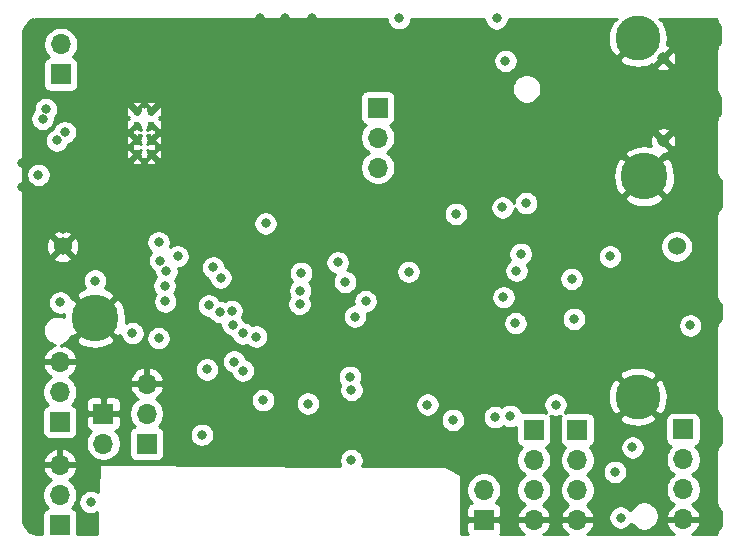
<source format=gbr>
G04 #@! TF.GenerationSoftware,KiCad,Pcbnew,(5.1.7)-1*
G04 #@! TF.CreationDate,2020-12-10T21:45:52+01:00*
G04 #@! TF.ProjectId,lora,6c6f7261-2e6b-4696-9361-645f70636258,v1.0*
G04 #@! TF.SameCoordinates,Original*
G04 #@! TF.FileFunction,Copper,L2,Inr*
G04 #@! TF.FilePolarity,Positive*
%FSLAX46Y46*%
G04 Gerber Fmt 4.6, Leading zero omitted, Abs format (unit mm)*
G04 Created by KiCad (PCBNEW (5.1.7)-1) date 2020-12-10 21:45:52*
%MOMM*%
%LPD*%
G01*
G04 APERTURE LIST*
G04 #@! TA.AperFunction,ComponentPad*
%ADD10R,1.700000X1.700000*%
G04 #@! TD*
G04 #@! TA.AperFunction,ComponentPad*
%ADD11O,1.700000X1.700000*%
G04 #@! TD*
G04 #@! TA.AperFunction,ComponentPad*
%ADD12C,1.530000*%
G04 #@! TD*
G04 #@! TA.AperFunction,ComponentPad*
%ADD13C,3.960000*%
G04 #@! TD*
G04 #@! TA.AperFunction,ComponentPad*
%ADD14C,0.970000*%
G04 #@! TD*
G04 #@! TA.AperFunction,ComponentPad*
%ADD15C,0.600000*%
G04 #@! TD*
G04 #@! TA.AperFunction,ComponentPad*
%ADD16C,3.800000*%
G04 #@! TD*
G04 #@! TA.AperFunction,ViaPad*
%ADD17C,0.800000*%
G04 #@! TD*
G04 #@! TA.AperFunction,Conductor*
%ADD18C,0.254000*%
G04 #@! TD*
G04 #@! TA.AperFunction,Conductor*
%ADD19C,0.100000*%
G04 #@! TD*
G04 APERTURE END LIST*
D10*
X226540000Y-127450000D03*
D11*
X226540000Y-129990000D03*
X226540000Y-132530000D03*
X226540000Y-135070000D03*
D12*
X225995000Y-111955000D03*
X174005000Y-111955000D03*
D13*
X176755000Y-117995000D03*
X223235000Y-106005000D03*
D14*
X224853000Y-96007500D03*
X224853000Y-102992500D03*
D10*
X177450000Y-126110000D03*
D11*
X177450000Y-128650000D03*
X181120000Y-123570000D03*
X181120000Y-126110000D03*
D10*
X181120000Y-128650000D03*
D11*
X209670000Y-132560000D03*
D10*
X209670000Y-135100000D03*
X213900000Y-127480000D03*
D11*
X213900000Y-130020000D03*
X213900000Y-132560000D03*
X213900000Y-135100000D03*
X217600000Y-135100000D03*
X217600000Y-132560000D03*
X217600000Y-130020000D03*
D10*
X217600000Y-127480000D03*
X200700000Y-100200000D03*
D11*
X200700000Y-102740000D03*
X200700000Y-105280000D03*
D15*
X181500000Y-104140000D03*
X181500000Y-102940000D03*
X180300000Y-102940000D03*
X180300000Y-104140000D03*
X181500000Y-100540000D03*
X181500000Y-101640000D03*
X180300000Y-101640000D03*
X180300000Y-100540000D03*
D16*
X222700000Y-94300000D03*
X222700000Y-124670000D03*
D10*
X173850000Y-97380000D03*
D11*
X173850000Y-94840000D03*
D10*
X173780000Y-135530000D03*
D11*
X173780000Y-132990000D03*
X173780000Y-130450000D03*
X173780000Y-121730000D03*
X173780000Y-124270000D03*
D10*
X173780000Y-126810000D03*
D17*
X229000000Y-104000000D03*
X229000000Y-103000000D03*
X227500000Y-102000000D03*
X229000000Y-97000000D03*
X227500000Y-96000000D03*
X229000000Y-95000000D03*
X195700000Y-119850000D03*
X195700000Y-123550000D03*
X192050000Y-123500000D03*
X192000000Y-119800000D03*
X209600000Y-117150000D03*
X209450000Y-122350000D03*
X199700000Y-129700000D03*
X186200000Y-129450000D03*
X198750000Y-113450000D03*
X217450000Y-96200000D03*
X219300000Y-108600000D03*
X203200000Y-96500000D03*
X205300000Y-112200000D03*
X174005000Y-109595000D03*
X227420000Y-108230000D03*
X219650000Y-119450000D03*
X185450000Y-103050000D03*
X227200000Y-115050000D03*
X174005000Y-110495000D03*
X180300000Y-97400000D03*
X180300000Y-98400000D03*
X176500000Y-99900000D03*
X171470000Y-93030000D03*
X174580000Y-93010000D03*
X177000000Y-93000000D03*
X179000000Y-93000000D03*
X181000000Y-93000000D03*
X183000000Y-93000000D03*
X181850000Y-106150000D03*
X177295000Y-101705000D03*
X185000000Y-93000000D03*
X187000000Y-93000000D03*
X189000000Y-93000000D03*
X183000000Y-106000000D03*
X227780000Y-105980000D03*
X229000000Y-108000000D03*
X229000000Y-110000000D03*
X228000000Y-112000000D03*
X229000000Y-114000000D03*
X229000000Y-116000000D03*
X228500000Y-118000000D03*
X229000000Y-120000000D03*
X229000000Y-124000000D03*
X229000000Y-130000000D03*
X229000000Y-132000000D03*
X229000000Y-136000000D03*
X172320000Y-117910000D03*
X172500000Y-115500000D03*
X172500000Y-113000000D03*
X172500000Y-111000000D03*
X172500000Y-109000000D03*
X171000000Y-103000000D03*
X197000000Y-93000000D03*
X199000000Y-93000000D03*
X201000000Y-93000000D03*
X226000000Y-93000000D03*
X217000000Y-93000000D03*
X206000000Y-97000000D03*
X215000000Y-97000000D03*
X221000000Y-96500000D03*
X218000000Y-98000000D03*
X219000000Y-100000000D03*
X221000000Y-101000000D03*
X223000000Y-101000000D03*
X225000000Y-101000000D03*
X225000000Y-98000000D03*
X222930250Y-97930250D03*
X188000000Y-130000000D03*
X191000000Y-130000000D03*
X194000000Y-130000000D03*
X197000000Y-130000000D03*
X224000000Y-122000000D03*
X220000000Y-122000000D03*
X220000000Y-118000000D03*
X190000000Y-99000000D03*
X192000000Y-99000000D03*
X194000000Y-99000000D03*
X196000000Y-99000000D03*
X197000000Y-101000000D03*
X193000000Y-101000000D03*
X189000000Y-101000000D03*
X198000000Y-104000000D03*
X198000000Y-106000000D03*
X207000000Y-101000000D03*
X204000000Y-101000000D03*
X204000000Y-99000000D03*
X229000000Y-127500000D03*
X229000000Y-122000000D03*
X223000000Y-103000000D03*
X190000000Y-108500000D03*
X192000000Y-108500000D03*
X194000000Y-108500000D03*
X198000000Y-108500000D03*
X200000000Y-108500000D03*
X202000000Y-107500000D03*
X203500000Y-106500000D03*
X206000000Y-103500000D03*
X196000000Y-108500000D03*
X177000000Y-109500000D03*
X179000000Y-110000000D03*
X180690000Y-110530000D03*
X184760000Y-110550000D03*
X186600000Y-109800000D03*
X188200000Y-108400000D03*
X195090000Y-92630000D03*
X192810000Y-92600000D03*
X190720000Y-92630000D03*
X170990000Y-109010000D03*
X170600010Y-104899990D03*
X170600010Y-106899990D03*
X176000000Y-107500000D03*
X207000000Y-99000000D03*
X207300000Y-129900000D03*
X180910000Y-113620000D03*
X215750000Y-125350000D03*
X204900000Y-125350000D03*
X211500000Y-96250000D03*
X173800000Y-116700000D03*
X176750000Y-114850000D03*
X227150000Y-118650000D03*
X198450000Y-130050000D03*
X217300000Y-118100000D03*
X207050000Y-126650000D03*
X210600000Y-126400000D03*
X210750000Y-92650000D03*
X202500000Y-92625000D03*
X179920000Y-119300000D03*
X176370000Y-133610000D03*
X212350000Y-118450000D03*
X221260000Y-134920000D03*
X222250000Y-128980000D03*
X173510009Y-102979991D03*
X174200000Y-102290000D03*
X189260000Y-122470000D03*
X190390000Y-119590000D03*
X194070000Y-116830000D03*
X199660000Y-116590000D03*
X198750069Y-117889794D03*
X188520000Y-121710000D03*
X194130000Y-115700001D03*
X189260000Y-119310000D03*
X183740000Y-112790000D03*
X182140000Y-119730000D03*
X190980000Y-124970000D03*
X194770000Y-125260000D03*
X182645000Y-115285000D03*
X182700000Y-116610000D03*
X197300000Y-113300000D03*
X203300000Y-114100000D03*
X211900000Y-126300000D03*
X211330000Y-116260000D03*
X198460000Y-124110000D03*
X220770000Y-131040000D03*
X198330000Y-122990000D03*
X220350000Y-112800000D03*
X187385331Y-114604669D03*
X182270000Y-113150000D03*
X186750000Y-113740000D03*
X182134669Y-111604669D03*
X212435000Y-114015000D03*
X197920000Y-114950000D03*
X194200000Y-114200000D03*
X188399686Y-118579024D03*
X185800000Y-127900000D03*
X186230000Y-122360000D03*
X191200000Y-110000000D03*
X182800000Y-114070000D03*
X213250000Y-108300000D03*
X186394669Y-116944669D03*
X211250000Y-108649999D03*
X187314354Y-117493692D03*
X207300000Y-109200000D03*
X188311086Y-117412888D03*
X171950000Y-105890000D03*
X172600000Y-100330000D03*
X172309999Y-101150001D03*
X212794669Y-112594669D03*
X217100000Y-114700000D03*
D18*
X201465000Y-92726939D02*
X201504774Y-92926898D01*
X201582795Y-93115256D01*
X201696063Y-93284774D01*
X201840226Y-93428937D01*
X202009744Y-93542205D01*
X202198102Y-93620226D01*
X202398061Y-93660000D01*
X202601939Y-93660000D01*
X202801898Y-93620226D01*
X202990256Y-93542205D01*
X203159774Y-93428937D01*
X203303937Y-93284774D01*
X203417205Y-93115256D01*
X203495226Y-92926898D01*
X203535000Y-92726939D01*
X203535000Y-92660000D01*
X209715000Y-92660000D01*
X209715000Y-92751939D01*
X209754774Y-92951898D01*
X209832795Y-93140256D01*
X209946063Y-93309774D01*
X210090226Y-93453937D01*
X210259744Y-93567205D01*
X210448102Y-93645226D01*
X210648061Y-93685000D01*
X210851939Y-93685000D01*
X211051898Y-93645226D01*
X211240256Y-93567205D01*
X211409774Y-93453937D01*
X211553937Y-93309774D01*
X211667205Y-93140256D01*
X211745226Y-92951898D01*
X211785000Y-92751939D01*
X211785000Y-92660000D01*
X220880392Y-92660000D01*
X220923649Y-92703257D01*
X220567133Y-92907362D01*
X220336425Y-93350223D01*
X220196548Y-93829583D01*
X220152877Y-94327021D01*
X220207091Y-94823422D01*
X220357106Y-95299707D01*
X220567133Y-95692638D01*
X220923651Y-95896744D01*
X222520395Y-94300000D01*
X222506253Y-94285858D01*
X222685858Y-94106253D01*
X222700000Y-94120395D01*
X222714143Y-94106253D01*
X222893748Y-94285858D01*
X222879605Y-94300000D01*
X222893748Y-94314143D01*
X222714143Y-94493748D01*
X222700000Y-94479605D01*
X221103256Y-96076349D01*
X221307362Y-96432867D01*
X221750223Y-96663575D01*
X222229583Y-96803452D01*
X222727021Y-96847123D01*
X223223422Y-96792909D01*
X223280548Y-96774916D01*
X224265189Y-96774916D01*
X224298466Y-96986816D01*
X224500176Y-97076183D01*
X224715445Y-97124481D01*
X224936001Y-97129855D01*
X225153367Y-97092096D01*
X225359189Y-97012658D01*
X225407534Y-96986816D01*
X225440811Y-96774916D01*
X224853000Y-96187105D01*
X224265189Y-96774916D01*
X223280548Y-96774916D01*
X223699707Y-96642894D01*
X223868640Y-96552597D01*
X223873684Y-96562034D01*
X224085584Y-96595311D01*
X224673395Y-96007500D01*
X225032605Y-96007500D01*
X225620416Y-96595311D01*
X225832316Y-96562034D01*
X225921683Y-96360324D01*
X225969981Y-96145055D01*
X225975355Y-95924499D01*
X225937596Y-95707133D01*
X225858158Y-95501311D01*
X225832316Y-95452966D01*
X225620416Y-95419689D01*
X225032605Y-96007500D01*
X224673395Y-96007500D01*
X224659253Y-95993358D01*
X224838858Y-95813753D01*
X224853000Y-95827895D01*
X225440811Y-95240084D01*
X225407534Y-95028184D01*
X225205824Y-94938817D01*
X225157478Y-94927970D01*
X225203452Y-94770417D01*
X225247123Y-94272979D01*
X225192909Y-93776578D01*
X225042894Y-93300293D01*
X224832867Y-92907362D01*
X224476351Y-92703257D01*
X224519608Y-92660000D01*
X229353074Y-92660000D01*
X229355039Y-92677522D01*
X229367469Y-92736002D01*
X229379095Y-92794717D01*
X229381820Y-92803520D01*
X229411326Y-92896535D01*
X229434882Y-92951495D01*
X229457686Y-93006822D01*
X229462069Y-93014928D01*
X229509080Y-93100440D01*
X229542857Y-93149771D01*
X229575981Y-93199626D01*
X229581851Y-93206719D01*
X229581853Y-93206723D01*
X229581856Y-93206726D01*
X229644581Y-93281478D01*
X229687310Y-93323321D01*
X229691800Y-93327843D01*
X229693807Y-94670068D01*
X229682361Y-94681594D01*
X229639629Y-94723439D01*
X229633755Y-94730540D01*
X229572079Y-94806161D01*
X229538988Y-94855966D01*
X229505174Y-94905350D01*
X229500792Y-94913456D01*
X229454980Y-94999617D01*
X229432191Y-95054909D01*
X229408622Y-95109898D01*
X229405897Y-95118701D01*
X229377692Y-95212119D01*
X229366067Y-95270826D01*
X229353635Y-95329316D01*
X229352673Y-95338470D01*
X229352672Y-95338476D01*
X229352672Y-95338481D01*
X229343150Y-95435598D01*
X229343150Y-95435608D01*
X229340001Y-95467581D01*
X229340000Y-98532418D01*
X229343198Y-98564889D01*
X229343198Y-98571383D01*
X229344162Y-98580547D01*
X229348905Y-98622838D01*
X229349550Y-98629382D01*
X229349692Y-98629850D01*
X229355039Y-98677522D01*
X229367469Y-98736002D01*
X229379095Y-98794717D01*
X229381820Y-98803520D01*
X229411326Y-98896535D01*
X229434882Y-98951495D01*
X229457686Y-99006822D01*
X229462069Y-99014928D01*
X229509080Y-99100440D01*
X229542857Y-99149771D01*
X229575981Y-99199626D01*
X229581851Y-99206719D01*
X229581853Y-99206723D01*
X229581856Y-99206726D01*
X229644581Y-99281478D01*
X229687310Y-99323321D01*
X229700782Y-99336888D01*
X229702762Y-100661050D01*
X229682361Y-100681594D01*
X229639629Y-100723439D01*
X229633755Y-100730540D01*
X229572079Y-100806161D01*
X229538988Y-100855966D01*
X229505174Y-100905350D01*
X229500792Y-100913456D01*
X229454980Y-100999617D01*
X229432191Y-101054909D01*
X229408622Y-101109898D01*
X229405897Y-101118701D01*
X229377692Y-101212119D01*
X229366067Y-101270826D01*
X229353635Y-101329316D01*
X229352673Y-101338470D01*
X229352672Y-101338476D01*
X229352672Y-101338481D01*
X229343150Y-101435598D01*
X229340000Y-101467582D01*
X229340000Y-101967582D01*
X229340001Y-104967572D01*
X229340000Y-104967582D01*
X229340000Y-105532419D01*
X229343198Y-105564890D01*
X229343198Y-105571383D01*
X229344162Y-105580547D01*
X229348905Y-105622831D01*
X229349550Y-105629383D01*
X229349692Y-105629852D01*
X229355039Y-105677522D01*
X229367469Y-105736002D01*
X229379095Y-105794717D01*
X229381820Y-105803520D01*
X229411326Y-105896535D01*
X229434882Y-105951495D01*
X229457686Y-106006822D01*
X229462069Y-106014928D01*
X229509080Y-106100440D01*
X229542857Y-106149771D01*
X229575981Y-106199626D01*
X229581851Y-106206719D01*
X229581853Y-106206723D01*
X229581856Y-106206726D01*
X229644581Y-106281478D01*
X229687310Y-106323321D01*
X229711262Y-106347441D01*
X229714702Y-108649026D01*
X229682361Y-108681594D01*
X229639629Y-108723439D01*
X229633755Y-108730540D01*
X229572079Y-108806161D01*
X229538988Y-108855966D01*
X229505174Y-108905350D01*
X229500792Y-108913456D01*
X229454980Y-108999617D01*
X229432191Y-109054909D01*
X229408622Y-109109898D01*
X229405897Y-109118701D01*
X229377692Y-109212119D01*
X229366067Y-109270826D01*
X229353635Y-109329316D01*
X229352673Y-109338470D01*
X229352672Y-109338476D01*
X229352672Y-109338481D01*
X229343150Y-109435598D01*
X229340000Y-109467582D01*
X229340000Y-110032419D01*
X229340001Y-110032429D01*
X229340000Y-116032418D01*
X229343198Y-116064889D01*
X229343198Y-116071383D01*
X229344162Y-116080547D01*
X229348905Y-116122838D01*
X229349550Y-116129382D01*
X229349692Y-116129850D01*
X229355039Y-116177522D01*
X229367469Y-116236002D01*
X229379095Y-116294717D01*
X229381820Y-116303520D01*
X229411326Y-116396535D01*
X229434882Y-116451495D01*
X229457686Y-116506822D01*
X229462069Y-116514928D01*
X229509080Y-116600440D01*
X229542857Y-116649771D01*
X229575981Y-116699626D01*
X229581851Y-116706719D01*
X229581853Y-116706723D01*
X229581856Y-116706726D01*
X229644581Y-116781478D01*
X229687310Y-116823321D01*
X229726980Y-116863270D01*
X229728882Y-118135531D01*
X229724514Y-118139145D01*
X229682361Y-118181594D01*
X229639629Y-118223439D01*
X229633755Y-118230540D01*
X229572079Y-118306161D01*
X229538988Y-118355966D01*
X229505174Y-118405350D01*
X229500792Y-118413456D01*
X229454980Y-118499617D01*
X229432191Y-118554909D01*
X229408622Y-118609898D01*
X229405897Y-118618701D01*
X229377692Y-118712119D01*
X229366067Y-118770826D01*
X229353635Y-118829316D01*
X229352673Y-118838470D01*
X229352672Y-118838476D01*
X229352672Y-118838481D01*
X229343150Y-118935598D01*
X229340000Y-118967582D01*
X229340001Y-125532419D01*
X229343198Y-125564880D01*
X229343198Y-125571383D01*
X229344162Y-125580547D01*
X229348913Y-125622904D01*
X229349551Y-125629383D01*
X229349692Y-125629846D01*
X229355039Y-125677522D01*
X229367469Y-125736002D01*
X229379095Y-125794717D01*
X229381820Y-125803520D01*
X229411326Y-125896535D01*
X229434882Y-125951495D01*
X229457686Y-126006822D01*
X229462069Y-126014928D01*
X229509080Y-126100440D01*
X229542857Y-126149771D01*
X229575981Y-126199626D01*
X229581851Y-126206719D01*
X229581853Y-126206723D01*
X229581856Y-126206726D01*
X229644581Y-126281478D01*
X229687310Y-126323321D01*
X229729467Y-126365774D01*
X229736609Y-126371598D01*
X229736612Y-126371601D01*
X229736616Y-126371604D01*
X229741199Y-126375288D01*
X229744558Y-128622563D01*
X229724514Y-128639145D01*
X229682361Y-128681594D01*
X229639629Y-128723439D01*
X229633755Y-128730540D01*
X229572079Y-128806161D01*
X229538988Y-128855966D01*
X229505174Y-128905350D01*
X229500792Y-128913456D01*
X229454980Y-128999617D01*
X229432191Y-129054909D01*
X229408622Y-129109898D01*
X229405897Y-129118701D01*
X229377692Y-129212119D01*
X229366067Y-129270826D01*
X229353635Y-129329316D01*
X229352673Y-129338470D01*
X229352672Y-129338476D01*
X229352672Y-129338481D01*
X229343150Y-129435598D01*
X229340000Y-129467582D01*
X229340001Y-132967572D01*
X229340000Y-132967582D01*
X229340000Y-133532419D01*
X229343198Y-133564890D01*
X229343198Y-133571383D01*
X229344162Y-133580547D01*
X229348905Y-133622831D01*
X229349550Y-133629383D01*
X229349692Y-133629852D01*
X229355039Y-133677522D01*
X229367469Y-133736002D01*
X229379095Y-133794717D01*
X229381820Y-133803520D01*
X229411326Y-133896535D01*
X229434882Y-133951495D01*
X229457686Y-134006822D01*
X229462069Y-134014928D01*
X229509080Y-134100440D01*
X229542857Y-134149771D01*
X229575981Y-134199626D01*
X229581851Y-134206719D01*
X229581853Y-134206723D01*
X229581856Y-134206726D01*
X229644581Y-134281478D01*
X229687310Y-134323321D01*
X229729467Y-134365774D01*
X229736609Y-134371598D01*
X229736612Y-134371601D01*
X229736616Y-134371604D01*
X229753171Y-134384915D01*
X229755008Y-135613918D01*
X229724514Y-135639145D01*
X229682361Y-135681594D01*
X229639629Y-135723439D01*
X229633755Y-135730540D01*
X229572079Y-135806161D01*
X229538988Y-135855966D01*
X229505174Y-135905350D01*
X229500792Y-135913456D01*
X229454980Y-135999617D01*
X229432191Y-136054909D01*
X229408622Y-136109898D01*
X229405897Y-136118701D01*
X229377692Y-136212119D01*
X229366067Y-136270826D01*
X229353635Y-136329316D01*
X229352673Y-136338470D01*
X229352672Y-136338476D01*
X229352672Y-136338481D01*
X229352523Y-136340000D01*
X227295745Y-136340000D01*
X227421355Y-136265178D01*
X227637588Y-136070269D01*
X227811641Y-135836920D01*
X227936825Y-135574099D01*
X227981476Y-135426890D01*
X227860155Y-135197000D01*
X226667000Y-135197000D01*
X226667000Y-135217000D01*
X226413000Y-135217000D01*
X226413000Y-135197000D01*
X225219845Y-135197000D01*
X225098524Y-135426890D01*
X225143175Y-135574099D01*
X225268359Y-135836920D01*
X225442412Y-136070269D01*
X225658645Y-136265178D01*
X225784255Y-136340000D01*
X218406109Y-136340000D01*
X218481355Y-136295178D01*
X218697588Y-136100269D01*
X218871641Y-135866920D01*
X218996825Y-135604099D01*
X219041476Y-135456890D01*
X218920155Y-135227000D01*
X217727000Y-135227000D01*
X217727000Y-135247000D01*
X217473000Y-135247000D01*
X217473000Y-135227000D01*
X216279845Y-135227000D01*
X216158524Y-135456890D01*
X216203175Y-135604099D01*
X216328359Y-135866920D01*
X216502412Y-136100269D01*
X216718645Y-136295178D01*
X216793891Y-136340000D01*
X214706109Y-136340000D01*
X214781355Y-136295178D01*
X214997588Y-136100269D01*
X215171641Y-135866920D01*
X215296825Y-135604099D01*
X215341476Y-135456890D01*
X215220155Y-135227000D01*
X214027000Y-135227000D01*
X214027000Y-135247000D01*
X213773000Y-135247000D01*
X213773000Y-135227000D01*
X212579845Y-135227000D01*
X212458524Y-135456890D01*
X212503175Y-135604099D01*
X212628359Y-135866920D01*
X212802412Y-136100269D01*
X213018645Y-136295178D01*
X213093891Y-136340000D01*
X211021398Y-136340000D01*
X211050537Y-136304494D01*
X211109502Y-136194180D01*
X211145812Y-136074482D01*
X211158072Y-135950000D01*
X211155000Y-135385750D01*
X210996250Y-135227000D01*
X209797000Y-135227000D01*
X209797000Y-135247000D01*
X209543000Y-135247000D01*
X209543000Y-135227000D01*
X208343750Y-135227000D01*
X208185000Y-135385750D01*
X208181928Y-135950000D01*
X208194188Y-136074482D01*
X208230498Y-136194180D01*
X208289463Y-136304494D01*
X208318602Y-136340000D01*
X207767161Y-136340000D01*
X207746197Y-134250000D01*
X208181928Y-134250000D01*
X208185000Y-134814250D01*
X208343750Y-134973000D01*
X209543000Y-134973000D01*
X209543000Y-134953000D01*
X209797000Y-134953000D01*
X209797000Y-134973000D01*
X210996250Y-134973000D01*
X211155000Y-134814250D01*
X211158072Y-134250000D01*
X211145812Y-134125518D01*
X211109502Y-134005820D01*
X211050537Y-133895506D01*
X210971185Y-133798815D01*
X210874494Y-133719463D01*
X210764180Y-133660498D01*
X210691620Y-133638487D01*
X210823475Y-133506632D01*
X210985990Y-133263411D01*
X211097932Y-132993158D01*
X211155000Y-132706260D01*
X211155000Y-132413740D01*
X211097932Y-132126842D01*
X210985990Y-131856589D01*
X210823475Y-131613368D01*
X210616632Y-131406525D01*
X210373411Y-131244010D01*
X210103158Y-131132068D01*
X209816260Y-131075000D01*
X209523740Y-131075000D01*
X209236842Y-131132068D01*
X208966589Y-131244010D01*
X208723368Y-131406525D01*
X208516525Y-131613368D01*
X208354010Y-131856589D01*
X208242068Y-132126842D01*
X208185000Y-132413740D01*
X208185000Y-132706260D01*
X208242068Y-132993158D01*
X208354010Y-133263411D01*
X208516525Y-133506632D01*
X208648380Y-133638487D01*
X208575820Y-133660498D01*
X208465506Y-133719463D01*
X208368815Y-133798815D01*
X208289463Y-133895506D01*
X208230498Y-134005820D01*
X208194188Y-134125518D01*
X208181928Y-134250000D01*
X207746197Y-134250000D01*
X207716994Y-131338726D01*
X207711230Y-131302156D01*
X207701518Y-131279232D01*
X207687520Y-131258643D01*
X207669774Y-131241182D01*
X207648963Y-131227517D01*
X206408963Y-130577517D01*
X206375548Y-130565596D01*
X206350787Y-130563002D01*
X199375696Y-130519757D01*
X199445226Y-130351898D01*
X199485000Y-130151939D01*
X199485000Y-129948061D01*
X199445226Y-129748102D01*
X199367205Y-129559744D01*
X199253937Y-129390226D01*
X199109774Y-129246063D01*
X198940256Y-129132795D01*
X198751898Y-129054774D01*
X198551939Y-129015000D01*
X198348061Y-129015000D01*
X198148102Y-129054774D01*
X197959744Y-129132795D01*
X197790226Y-129246063D01*
X197646063Y-129390226D01*
X197532795Y-129559744D01*
X197454774Y-129748102D01*
X197415000Y-129948061D01*
X197415000Y-130151939D01*
X197454774Y-130351898D01*
X197519537Y-130508250D01*
X178930787Y-130393002D01*
X178929633Y-130393001D01*
X177199633Y-130398001D01*
X177179244Y-130399708D01*
X177155200Y-130406164D01*
X177132877Y-130417188D01*
X177113134Y-130432354D01*
X177096728Y-130451081D01*
X177084292Y-130472649D01*
X177076302Y-130496228D01*
X177073066Y-130520913D01*
X177000134Y-132786258D01*
X176860256Y-132692795D01*
X176671898Y-132614774D01*
X176471939Y-132575000D01*
X176268061Y-132575000D01*
X176068102Y-132614774D01*
X175879744Y-132692795D01*
X175710226Y-132806063D01*
X175566063Y-132950226D01*
X175452795Y-133119744D01*
X175374774Y-133308102D01*
X175335000Y-133508061D01*
X175335000Y-133711939D01*
X175374774Y-133911898D01*
X175452795Y-134100256D01*
X175566063Y-134269774D01*
X175710226Y-134413937D01*
X175879744Y-134527205D01*
X176068102Y-134605226D01*
X176268061Y-134645000D01*
X176471939Y-134645000D01*
X176671898Y-134605226D01*
X176860256Y-134527205D01*
X176945927Y-134469961D01*
X176885722Y-136340000D01*
X175268072Y-136340000D01*
X175268072Y-134680000D01*
X175255812Y-134555518D01*
X175219502Y-134435820D01*
X175160537Y-134325506D01*
X175081185Y-134228815D01*
X174984494Y-134149463D01*
X174874180Y-134090498D01*
X174801620Y-134068487D01*
X174933475Y-133936632D01*
X175095990Y-133693411D01*
X175207932Y-133423158D01*
X175265000Y-133136260D01*
X175265000Y-132843740D01*
X175207932Y-132556842D01*
X175095990Y-132286589D01*
X174933475Y-132043368D01*
X174726632Y-131836525D01*
X174544466Y-131714805D01*
X174661355Y-131645178D01*
X174877588Y-131450269D01*
X175051641Y-131216920D01*
X175176825Y-130954099D01*
X175221476Y-130806890D01*
X175100155Y-130577000D01*
X173907000Y-130577000D01*
X173907000Y-130597000D01*
X173653000Y-130597000D01*
X173653000Y-130577000D01*
X172459845Y-130577000D01*
X172338524Y-130806890D01*
X172383175Y-130954099D01*
X172508359Y-131216920D01*
X172682412Y-131450269D01*
X172898645Y-131645178D01*
X173015534Y-131714805D01*
X172833368Y-131836525D01*
X172626525Y-132043368D01*
X172464010Y-132286589D01*
X172352068Y-132556842D01*
X172295000Y-132843740D01*
X172295000Y-133136260D01*
X172352068Y-133423158D01*
X172464010Y-133693411D01*
X172626525Y-133936632D01*
X172758380Y-134068487D01*
X172685820Y-134090498D01*
X172575506Y-134149463D01*
X172478815Y-134228815D01*
X172399463Y-134325506D01*
X172340498Y-134435820D01*
X172304188Y-134555518D01*
X172291928Y-134680000D01*
X172291928Y-136340000D01*
X172032279Y-136340000D01*
X171740340Y-136311375D01*
X171490571Y-136235965D01*
X171260206Y-136113477D01*
X171058021Y-135948579D01*
X170891712Y-135747546D01*
X170767622Y-135518046D01*
X170690469Y-135268805D01*
X170660000Y-134978911D01*
X170660000Y-130093110D01*
X172338524Y-130093110D01*
X172459845Y-130323000D01*
X173653000Y-130323000D01*
X173653000Y-129129186D01*
X173907000Y-129129186D01*
X173907000Y-130323000D01*
X175100155Y-130323000D01*
X175221476Y-130093110D01*
X175176825Y-129945901D01*
X175051641Y-129683080D01*
X174877588Y-129449731D01*
X174661355Y-129254822D01*
X174411252Y-129105843D01*
X174136891Y-129008519D01*
X173907000Y-129129186D01*
X173653000Y-129129186D01*
X173423109Y-129008519D01*
X173148748Y-129105843D01*
X172898645Y-129254822D01*
X172682412Y-129449731D01*
X172508359Y-129683080D01*
X172383175Y-129945901D01*
X172338524Y-130093110D01*
X170660000Y-130093110D01*
X170660000Y-125960000D01*
X172291928Y-125960000D01*
X172291928Y-127660000D01*
X172304188Y-127784482D01*
X172340498Y-127904180D01*
X172399463Y-128014494D01*
X172478815Y-128111185D01*
X172575506Y-128190537D01*
X172685820Y-128249502D01*
X172805518Y-128285812D01*
X172930000Y-128298072D01*
X174630000Y-128298072D01*
X174754482Y-128285812D01*
X174874180Y-128249502D01*
X174984494Y-128190537D01*
X175081185Y-128111185D01*
X175160537Y-128014494D01*
X175219502Y-127904180D01*
X175255812Y-127784482D01*
X175268072Y-127660000D01*
X175268072Y-126960000D01*
X175961928Y-126960000D01*
X175974188Y-127084482D01*
X176010498Y-127204180D01*
X176069463Y-127314494D01*
X176148815Y-127411185D01*
X176245506Y-127490537D01*
X176355820Y-127549502D01*
X176428380Y-127571513D01*
X176296525Y-127703368D01*
X176134010Y-127946589D01*
X176022068Y-128216842D01*
X175965000Y-128503740D01*
X175965000Y-128796260D01*
X176022068Y-129083158D01*
X176134010Y-129353411D01*
X176296525Y-129596632D01*
X176503368Y-129803475D01*
X176746589Y-129965990D01*
X177016842Y-130077932D01*
X177303740Y-130135000D01*
X177596260Y-130135000D01*
X177883158Y-130077932D01*
X178153411Y-129965990D01*
X178396632Y-129803475D01*
X178603475Y-129596632D01*
X178765990Y-129353411D01*
X178877932Y-129083158D01*
X178935000Y-128796260D01*
X178935000Y-128503740D01*
X178877932Y-128216842D01*
X178765990Y-127946589D01*
X178668043Y-127800000D01*
X179631928Y-127800000D01*
X179631928Y-129500000D01*
X179644188Y-129624482D01*
X179680498Y-129744180D01*
X179739463Y-129854494D01*
X179818815Y-129951185D01*
X179915506Y-130030537D01*
X180025820Y-130089502D01*
X180145518Y-130125812D01*
X180270000Y-130138072D01*
X181970000Y-130138072D01*
X182094482Y-130125812D01*
X182214180Y-130089502D01*
X182324494Y-130030537D01*
X182421185Y-129951185D01*
X182500537Y-129854494D01*
X182559502Y-129744180D01*
X182595812Y-129624482D01*
X182608072Y-129500000D01*
X182608072Y-127800000D01*
X182607882Y-127798061D01*
X184765000Y-127798061D01*
X184765000Y-128001939D01*
X184804774Y-128201898D01*
X184882795Y-128390256D01*
X184996063Y-128559774D01*
X185140226Y-128703937D01*
X185309744Y-128817205D01*
X185498102Y-128895226D01*
X185698061Y-128935000D01*
X185901939Y-128935000D01*
X186101898Y-128895226D01*
X186290256Y-128817205D01*
X186459774Y-128703937D01*
X186603937Y-128559774D01*
X186717205Y-128390256D01*
X186795226Y-128201898D01*
X186835000Y-128001939D01*
X186835000Y-127798061D01*
X186795226Y-127598102D01*
X186717205Y-127409744D01*
X186603937Y-127240226D01*
X186459774Y-127096063D01*
X186290256Y-126982795D01*
X186101898Y-126904774D01*
X185901939Y-126865000D01*
X185698061Y-126865000D01*
X185498102Y-126904774D01*
X185309744Y-126982795D01*
X185140226Y-127096063D01*
X184996063Y-127240226D01*
X184882795Y-127409744D01*
X184804774Y-127598102D01*
X184765000Y-127798061D01*
X182607882Y-127798061D01*
X182595812Y-127675518D01*
X182559502Y-127555820D01*
X182500537Y-127445506D01*
X182421185Y-127348815D01*
X182324494Y-127269463D01*
X182214180Y-127210498D01*
X182141620Y-127188487D01*
X182273475Y-127056632D01*
X182435990Y-126813411D01*
X182545901Y-126548061D01*
X206015000Y-126548061D01*
X206015000Y-126751939D01*
X206054774Y-126951898D01*
X206132795Y-127140256D01*
X206246063Y-127309774D01*
X206390226Y-127453937D01*
X206559744Y-127567205D01*
X206748102Y-127645226D01*
X206948061Y-127685000D01*
X207151939Y-127685000D01*
X207351898Y-127645226D01*
X207540256Y-127567205D01*
X207709774Y-127453937D01*
X207853937Y-127309774D01*
X207967205Y-127140256D01*
X208045226Y-126951898D01*
X208085000Y-126751939D01*
X208085000Y-126548061D01*
X208045226Y-126348102D01*
X208024499Y-126298061D01*
X209565000Y-126298061D01*
X209565000Y-126501939D01*
X209604774Y-126701898D01*
X209682795Y-126890256D01*
X209796063Y-127059774D01*
X209940226Y-127203937D01*
X210109744Y-127317205D01*
X210298102Y-127395226D01*
X210498061Y-127435000D01*
X210701939Y-127435000D01*
X210901898Y-127395226D01*
X211090256Y-127317205D01*
X211259774Y-127203937D01*
X211311890Y-127151821D01*
X211409744Y-127217205D01*
X211598102Y-127295226D01*
X211798061Y-127335000D01*
X212001939Y-127335000D01*
X212201898Y-127295226D01*
X212390256Y-127217205D01*
X212411928Y-127202724D01*
X212411928Y-128330000D01*
X212424188Y-128454482D01*
X212460498Y-128574180D01*
X212519463Y-128684494D01*
X212598815Y-128781185D01*
X212695506Y-128860537D01*
X212805820Y-128919502D01*
X212878380Y-128941513D01*
X212746525Y-129073368D01*
X212584010Y-129316589D01*
X212472068Y-129586842D01*
X212415000Y-129873740D01*
X212415000Y-130166260D01*
X212472068Y-130453158D01*
X212584010Y-130723411D01*
X212746525Y-130966632D01*
X212953368Y-131173475D01*
X213127760Y-131290000D01*
X212953368Y-131406525D01*
X212746525Y-131613368D01*
X212584010Y-131856589D01*
X212472068Y-132126842D01*
X212415000Y-132413740D01*
X212415000Y-132706260D01*
X212472068Y-132993158D01*
X212584010Y-133263411D01*
X212746525Y-133506632D01*
X212953368Y-133713475D01*
X213135534Y-133835195D01*
X213018645Y-133904822D01*
X212802412Y-134099731D01*
X212628359Y-134333080D01*
X212503175Y-134595901D01*
X212458524Y-134743110D01*
X212579845Y-134973000D01*
X213773000Y-134973000D01*
X213773000Y-134953000D01*
X214027000Y-134953000D01*
X214027000Y-134973000D01*
X215220155Y-134973000D01*
X215341476Y-134743110D01*
X215296825Y-134595901D01*
X215171641Y-134333080D01*
X214997588Y-134099731D01*
X214781355Y-133904822D01*
X214664466Y-133835195D01*
X214846632Y-133713475D01*
X215053475Y-133506632D01*
X215215990Y-133263411D01*
X215327932Y-132993158D01*
X215385000Y-132706260D01*
X215385000Y-132413740D01*
X215327932Y-132126842D01*
X215215990Y-131856589D01*
X215053475Y-131613368D01*
X214846632Y-131406525D01*
X214672240Y-131290000D01*
X214846632Y-131173475D01*
X215053475Y-130966632D01*
X215215990Y-130723411D01*
X215327932Y-130453158D01*
X215385000Y-130166260D01*
X215385000Y-129873740D01*
X215327932Y-129586842D01*
X215215990Y-129316589D01*
X215053475Y-129073368D01*
X214921620Y-128941513D01*
X214994180Y-128919502D01*
X215104494Y-128860537D01*
X215201185Y-128781185D01*
X215280537Y-128684494D01*
X215339502Y-128574180D01*
X215375812Y-128454482D01*
X215388072Y-128330000D01*
X215388072Y-126630000D01*
X215375812Y-126505518D01*
X215339502Y-126385820D01*
X215280751Y-126275906D01*
X215448102Y-126345226D01*
X215648061Y-126385000D01*
X215851939Y-126385000D01*
X216051898Y-126345226D01*
X216219249Y-126275906D01*
X216160498Y-126385820D01*
X216124188Y-126505518D01*
X216111928Y-126630000D01*
X216111928Y-128330000D01*
X216124188Y-128454482D01*
X216160498Y-128574180D01*
X216219463Y-128684494D01*
X216298815Y-128781185D01*
X216395506Y-128860537D01*
X216505820Y-128919502D01*
X216578380Y-128941513D01*
X216446525Y-129073368D01*
X216284010Y-129316589D01*
X216172068Y-129586842D01*
X216115000Y-129873740D01*
X216115000Y-130166260D01*
X216172068Y-130453158D01*
X216284010Y-130723411D01*
X216446525Y-130966632D01*
X216653368Y-131173475D01*
X216827760Y-131290000D01*
X216653368Y-131406525D01*
X216446525Y-131613368D01*
X216284010Y-131856589D01*
X216172068Y-132126842D01*
X216115000Y-132413740D01*
X216115000Y-132706260D01*
X216172068Y-132993158D01*
X216284010Y-133263411D01*
X216446525Y-133506632D01*
X216653368Y-133713475D01*
X216835534Y-133835195D01*
X216718645Y-133904822D01*
X216502412Y-134099731D01*
X216328359Y-134333080D01*
X216203175Y-134595901D01*
X216158524Y-134743110D01*
X216279845Y-134973000D01*
X217473000Y-134973000D01*
X217473000Y-134953000D01*
X217727000Y-134953000D01*
X217727000Y-134973000D01*
X218920155Y-134973000D01*
X219001921Y-134818061D01*
X220225000Y-134818061D01*
X220225000Y-135021939D01*
X220264774Y-135221898D01*
X220342795Y-135410256D01*
X220456063Y-135579774D01*
X220600226Y-135723937D01*
X220769744Y-135837205D01*
X220958102Y-135915226D01*
X221158061Y-135955000D01*
X221361939Y-135955000D01*
X221561898Y-135915226D01*
X221750256Y-135837205D01*
X221919774Y-135723937D01*
X222063937Y-135579774D01*
X222167512Y-135424762D01*
X222269099Y-135576798D01*
X222443202Y-135750901D01*
X222647926Y-135887693D01*
X222875402Y-135981917D01*
X223116890Y-136029952D01*
X223363110Y-136029952D01*
X223604598Y-135981917D01*
X223832074Y-135887693D01*
X224036798Y-135750901D01*
X224210901Y-135576798D01*
X224347693Y-135372074D01*
X224441917Y-135144598D01*
X224489952Y-134903110D01*
X224489952Y-134656890D01*
X224441917Y-134415402D01*
X224347693Y-134187926D01*
X224210901Y-133983202D01*
X224036798Y-133809099D01*
X223832074Y-133672307D01*
X223604598Y-133578083D01*
X223363110Y-133530048D01*
X223116890Y-133530048D01*
X222875402Y-133578083D01*
X222647926Y-133672307D01*
X222443202Y-133809099D01*
X222269099Y-133983202D01*
X222132307Y-134187926D01*
X222087656Y-134295724D01*
X222063937Y-134260226D01*
X221919774Y-134116063D01*
X221750256Y-134002795D01*
X221561898Y-133924774D01*
X221361939Y-133885000D01*
X221158061Y-133885000D01*
X220958102Y-133924774D01*
X220769744Y-134002795D01*
X220600226Y-134116063D01*
X220456063Y-134260226D01*
X220342795Y-134429744D01*
X220264774Y-134618102D01*
X220225000Y-134818061D01*
X219001921Y-134818061D01*
X219041476Y-134743110D01*
X218996825Y-134595901D01*
X218871641Y-134333080D01*
X218697588Y-134099731D01*
X218481355Y-133904822D01*
X218364466Y-133835195D01*
X218546632Y-133713475D01*
X218753475Y-133506632D01*
X218915990Y-133263411D01*
X219027932Y-132993158D01*
X219085000Y-132706260D01*
X219085000Y-132413740D01*
X219027932Y-132126842D01*
X218915990Y-131856589D01*
X218753475Y-131613368D01*
X218546632Y-131406525D01*
X218372240Y-131290000D01*
X218546632Y-131173475D01*
X218753475Y-130966632D01*
X218772565Y-130938061D01*
X219735000Y-130938061D01*
X219735000Y-131141939D01*
X219774774Y-131341898D01*
X219852795Y-131530256D01*
X219966063Y-131699774D01*
X220110226Y-131843937D01*
X220279744Y-131957205D01*
X220468102Y-132035226D01*
X220668061Y-132075000D01*
X220871939Y-132075000D01*
X221071898Y-132035226D01*
X221260256Y-131957205D01*
X221429774Y-131843937D01*
X221573937Y-131699774D01*
X221687205Y-131530256D01*
X221765226Y-131341898D01*
X221805000Y-131141939D01*
X221805000Y-130938061D01*
X221765226Y-130738102D01*
X221687205Y-130549744D01*
X221573937Y-130380226D01*
X221429774Y-130236063D01*
X221260256Y-130122795D01*
X221071898Y-130044774D01*
X220871939Y-130005000D01*
X220668061Y-130005000D01*
X220468102Y-130044774D01*
X220279744Y-130122795D01*
X220110226Y-130236063D01*
X219966063Y-130380226D01*
X219852795Y-130549744D01*
X219774774Y-130738102D01*
X219735000Y-130938061D01*
X218772565Y-130938061D01*
X218915990Y-130723411D01*
X219027932Y-130453158D01*
X219085000Y-130166260D01*
X219085000Y-129873740D01*
X219027932Y-129586842D01*
X218915990Y-129316589D01*
X218753475Y-129073368D01*
X218621620Y-128941513D01*
X218694180Y-128919502D01*
X218771709Y-128878061D01*
X221215000Y-128878061D01*
X221215000Y-129081939D01*
X221254774Y-129281898D01*
X221332795Y-129470256D01*
X221446063Y-129639774D01*
X221590226Y-129783937D01*
X221759744Y-129897205D01*
X221948102Y-129975226D01*
X222148061Y-130015000D01*
X222351939Y-130015000D01*
X222551898Y-129975226D01*
X222740256Y-129897205D01*
X222909774Y-129783937D01*
X223053937Y-129639774D01*
X223167205Y-129470256D01*
X223245226Y-129281898D01*
X223285000Y-129081939D01*
X223285000Y-128878061D01*
X223245226Y-128678102D01*
X223167205Y-128489744D01*
X223053937Y-128320226D01*
X222909774Y-128176063D01*
X222740256Y-128062795D01*
X222551898Y-127984774D01*
X222351939Y-127945000D01*
X222148061Y-127945000D01*
X221948102Y-127984774D01*
X221759744Y-128062795D01*
X221590226Y-128176063D01*
X221446063Y-128320226D01*
X221332795Y-128489744D01*
X221254774Y-128678102D01*
X221215000Y-128878061D01*
X218771709Y-128878061D01*
X218804494Y-128860537D01*
X218901185Y-128781185D01*
X218980537Y-128684494D01*
X219039502Y-128574180D01*
X219075812Y-128454482D01*
X219088072Y-128330000D01*
X219088072Y-126630000D01*
X219075812Y-126505518D01*
X219057864Y-126446349D01*
X221103256Y-126446349D01*
X221307362Y-126802867D01*
X221750223Y-127033575D01*
X222229583Y-127173452D01*
X222727021Y-127217123D01*
X223223422Y-127162909D01*
X223699707Y-127012894D01*
X224092638Y-126802867D01*
X224208779Y-126600000D01*
X225051928Y-126600000D01*
X225051928Y-128300000D01*
X225064188Y-128424482D01*
X225100498Y-128544180D01*
X225159463Y-128654494D01*
X225238815Y-128751185D01*
X225335506Y-128830537D01*
X225445820Y-128889502D01*
X225518380Y-128911513D01*
X225386525Y-129043368D01*
X225224010Y-129286589D01*
X225112068Y-129556842D01*
X225055000Y-129843740D01*
X225055000Y-130136260D01*
X225112068Y-130423158D01*
X225224010Y-130693411D01*
X225386525Y-130936632D01*
X225593368Y-131143475D01*
X225767760Y-131260000D01*
X225593368Y-131376525D01*
X225386525Y-131583368D01*
X225224010Y-131826589D01*
X225112068Y-132096842D01*
X225055000Y-132383740D01*
X225055000Y-132676260D01*
X225112068Y-132963158D01*
X225224010Y-133233411D01*
X225386525Y-133476632D01*
X225593368Y-133683475D01*
X225775534Y-133805195D01*
X225658645Y-133874822D01*
X225442412Y-134069731D01*
X225268359Y-134303080D01*
X225143175Y-134565901D01*
X225098524Y-134713110D01*
X225219845Y-134943000D01*
X226413000Y-134943000D01*
X226413000Y-134923000D01*
X226667000Y-134923000D01*
X226667000Y-134943000D01*
X227860155Y-134943000D01*
X227981476Y-134713110D01*
X227936825Y-134565901D01*
X227811641Y-134303080D01*
X227637588Y-134069731D01*
X227421355Y-133874822D01*
X227304466Y-133805195D01*
X227486632Y-133683475D01*
X227693475Y-133476632D01*
X227855990Y-133233411D01*
X227967932Y-132963158D01*
X228025000Y-132676260D01*
X228025000Y-132383740D01*
X227967932Y-132096842D01*
X227855990Y-131826589D01*
X227693475Y-131583368D01*
X227486632Y-131376525D01*
X227312240Y-131260000D01*
X227486632Y-131143475D01*
X227693475Y-130936632D01*
X227855990Y-130693411D01*
X227967932Y-130423158D01*
X228025000Y-130136260D01*
X228025000Y-129843740D01*
X227967932Y-129556842D01*
X227855990Y-129286589D01*
X227693475Y-129043368D01*
X227561620Y-128911513D01*
X227634180Y-128889502D01*
X227744494Y-128830537D01*
X227841185Y-128751185D01*
X227920537Y-128654494D01*
X227979502Y-128544180D01*
X228015812Y-128424482D01*
X228028072Y-128300000D01*
X228028072Y-126600000D01*
X228015812Y-126475518D01*
X227979502Y-126355820D01*
X227920537Y-126245506D01*
X227841185Y-126148815D01*
X227744494Y-126069463D01*
X227634180Y-126010498D01*
X227514482Y-125974188D01*
X227390000Y-125961928D01*
X225690000Y-125961928D01*
X225565518Y-125974188D01*
X225445820Y-126010498D01*
X225335506Y-126069463D01*
X225238815Y-126148815D01*
X225159463Y-126245506D01*
X225100498Y-126355820D01*
X225064188Y-126475518D01*
X225051928Y-126600000D01*
X224208779Y-126600000D01*
X224296744Y-126446349D01*
X222700000Y-124849605D01*
X221103256Y-126446349D01*
X219057864Y-126446349D01*
X219039502Y-126385820D01*
X218980537Y-126275506D01*
X218901185Y-126178815D01*
X218804494Y-126099463D01*
X218694180Y-126040498D01*
X218574482Y-126004188D01*
X218450000Y-125991928D01*
X216750000Y-125991928D01*
X216625518Y-126004188D01*
X216530787Y-126032924D01*
X216553937Y-126009774D01*
X216667205Y-125840256D01*
X216745226Y-125651898D01*
X216785000Y-125451939D01*
X216785000Y-125248061D01*
X216745226Y-125048102D01*
X216667205Y-124859744D01*
X216558478Y-124697021D01*
X220152877Y-124697021D01*
X220207091Y-125193422D01*
X220357106Y-125669707D01*
X220567133Y-126062638D01*
X220923651Y-126266744D01*
X222520395Y-124670000D01*
X222879605Y-124670000D01*
X224476349Y-126266744D01*
X224832867Y-126062638D01*
X225063575Y-125619777D01*
X225203452Y-125140417D01*
X225247123Y-124642979D01*
X225192909Y-124146578D01*
X225042894Y-123670293D01*
X224832867Y-123277362D01*
X224476349Y-123073256D01*
X222879605Y-124670000D01*
X222520395Y-124670000D01*
X220923651Y-123073256D01*
X220567133Y-123277362D01*
X220336425Y-123720223D01*
X220196548Y-124199583D01*
X220152877Y-124697021D01*
X216558478Y-124697021D01*
X216553937Y-124690226D01*
X216409774Y-124546063D01*
X216240256Y-124432795D01*
X216051898Y-124354774D01*
X215851939Y-124315000D01*
X215648061Y-124315000D01*
X215448102Y-124354774D01*
X215259744Y-124432795D01*
X215090226Y-124546063D01*
X214946063Y-124690226D01*
X214832795Y-124859744D01*
X214754774Y-125048102D01*
X214715000Y-125248061D01*
X214715000Y-125451939D01*
X214754774Y-125651898D01*
X214832795Y-125840256D01*
X214946063Y-126009774D01*
X214969213Y-126032924D01*
X214874482Y-126004188D01*
X214750000Y-125991928D01*
X213050000Y-125991928D01*
X212925518Y-126004188D01*
X212898091Y-126012508D01*
X212895226Y-125998102D01*
X212817205Y-125809744D01*
X212703937Y-125640226D01*
X212559774Y-125496063D01*
X212390256Y-125382795D01*
X212201898Y-125304774D01*
X212001939Y-125265000D01*
X211798061Y-125265000D01*
X211598102Y-125304774D01*
X211409744Y-125382795D01*
X211240226Y-125496063D01*
X211188110Y-125548179D01*
X211090256Y-125482795D01*
X210901898Y-125404774D01*
X210701939Y-125365000D01*
X210498061Y-125365000D01*
X210298102Y-125404774D01*
X210109744Y-125482795D01*
X209940226Y-125596063D01*
X209796063Y-125740226D01*
X209682795Y-125909744D01*
X209604774Y-126098102D01*
X209565000Y-126298061D01*
X208024499Y-126298061D01*
X207967205Y-126159744D01*
X207853937Y-125990226D01*
X207709774Y-125846063D01*
X207540256Y-125732795D01*
X207351898Y-125654774D01*
X207151939Y-125615000D01*
X206948061Y-125615000D01*
X206748102Y-125654774D01*
X206559744Y-125732795D01*
X206390226Y-125846063D01*
X206246063Y-125990226D01*
X206132795Y-126159744D01*
X206054774Y-126348102D01*
X206015000Y-126548061D01*
X182545901Y-126548061D01*
X182547932Y-126543158D01*
X182605000Y-126256260D01*
X182605000Y-125963740D01*
X182547932Y-125676842D01*
X182435990Y-125406589D01*
X182273475Y-125163368D01*
X182066632Y-124956525D01*
X181934237Y-124868061D01*
X189945000Y-124868061D01*
X189945000Y-125071939D01*
X189984774Y-125271898D01*
X190062795Y-125460256D01*
X190176063Y-125629774D01*
X190320226Y-125773937D01*
X190489744Y-125887205D01*
X190678102Y-125965226D01*
X190878061Y-126005000D01*
X191081939Y-126005000D01*
X191281898Y-125965226D01*
X191470256Y-125887205D01*
X191639774Y-125773937D01*
X191783937Y-125629774D01*
X191897205Y-125460256D01*
X191975226Y-125271898D01*
X191997869Y-125158061D01*
X193735000Y-125158061D01*
X193735000Y-125361939D01*
X193774774Y-125561898D01*
X193852795Y-125750256D01*
X193966063Y-125919774D01*
X194110226Y-126063937D01*
X194279744Y-126177205D01*
X194468102Y-126255226D01*
X194668061Y-126295000D01*
X194871939Y-126295000D01*
X195071898Y-126255226D01*
X195260256Y-126177205D01*
X195429774Y-126063937D01*
X195573937Y-125919774D01*
X195687205Y-125750256D01*
X195765226Y-125561898D01*
X195805000Y-125361939D01*
X195805000Y-125248061D01*
X203865000Y-125248061D01*
X203865000Y-125451939D01*
X203904774Y-125651898D01*
X203982795Y-125840256D01*
X204096063Y-126009774D01*
X204240226Y-126153937D01*
X204409744Y-126267205D01*
X204598102Y-126345226D01*
X204798061Y-126385000D01*
X205001939Y-126385000D01*
X205201898Y-126345226D01*
X205390256Y-126267205D01*
X205559774Y-126153937D01*
X205703937Y-126009774D01*
X205817205Y-125840256D01*
X205895226Y-125651898D01*
X205935000Y-125451939D01*
X205935000Y-125248061D01*
X205895226Y-125048102D01*
X205817205Y-124859744D01*
X205703937Y-124690226D01*
X205559774Y-124546063D01*
X205390256Y-124432795D01*
X205201898Y-124354774D01*
X205001939Y-124315000D01*
X204798061Y-124315000D01*
X204598102Y-124354774D01*
X204409744Y-124432795D01*
X204240226Y-124546063D01*
X204096063Y-124690226D01*
X203982795Y-124859744D01*
X203904774Y-125048102D01*
X203865000Y-125248061D01*
X195805000Y-125248061D01*
X195805000Y-125158061D01*
X195765226Y-124958102D01*
X195687205Y-124769744D01*
X195573937Y-124600226D01*
X195429774Y-124456063D01*
X195260256Y-124342795D01*
X195071898Y-124264774D01*
X194871939Y-124225000D01*
X194668061Y-124225000D01*
X194468102Y-124264774D01*
X194279744Y-124342795D01*
X194110226Y-124456063D01*
X193966063Y-124600226D01*
X193852795Y-124769744D01*
X193774774Y-124958102D01*
X193735000Y-125158061D01*
X191997869Y-125158061D01*
X192015000Y-125071939D01*
X192015000Y-124868061D01*
X191975226Y-124668102D01*
X191897205Y-124479744D01*
X191783937Y-124310226D01*
X191639774Y-124166063D01*
X191470256Y-124052795D01*
X191281898Y-123974774D01*
X191081939Y-123935000D01*
X190878061Y-123935000D01*
X190678102Y-123974774D01*
X190489744Y-124052795D01*
X190320226Y-124166063D01*
X190176063Y-124310226D01*
X190062795Y-124479744D01*
X189984774Y-124668102D01*
X189945000Y-124868061D01*
X181934237Y-124868061D01*
X181884466Y-124834805D01*
X182001355Y-124765178D01*
X182217588Y-124570269D01*
X182391641Y-124336920D01*
X182516825Y-124074099D01*
X182561476Y-123926890D01*
X182440155Y-123697000D01*
X181247000Y-123697000D01*
X181247000Y-123717000D01*
X180993000Y-123717000D01*
X180993000Y-123697000D01*
X179799845Y-123697000D01*
X179678524Y-123926890D01*
X179723175Y-124074099D01*
X179848359Y-124336920D01*
X180022412Y-124570269D01*
X180238645Y-124765178D01*
X180355534Y-124834805D01*
X180173368Y-124956525D01*
X179966525Y-125163368D01*
X179804010Y-125406589D01*
X179692068Y-125676842D01*
X179635000Y-125963740D01*
X179635000Y-126256260D01*
X179692068Y-126543158D01*
X179804010Y-126813411D01*
X179966525Y-127056632D01*
X180098380Y-127188487D01*
X180025820Y-127210498D01*
X179915506Y-127269463D01*
X179818815Y-127348815D01*
X179739463Y-127445506D01*
X179680498Y-127555820D01*
X179644188Y-127675518D01*
X179631928Y-127800000D01*
X178668043Y-127800000D01*
X178603475Y-127703368D01*
X178471620Y-127571513D01*
X178544180Y-127549502D01*
X178654494Y-127490537D01*
X178751185Y-127411185D01*
X178830537Y-127314494D01*
X178889502Y-127204180D01*
X178925812Y-127084482D01*
X178938072Y-126960000D01*
X178935000Y-126395750D01*
X178776250Y-126237000D01*
X177577000Y-126237000D01*
X177577000Y-126257000D01*
X177323000Y-126257000D01*
X177323000Y-126237000D01*
X176123750Y-126237000D01*
X175965000Y-126395750D01*
X175961928Y-126960000D01*
X175268072Y-126960000D01*
X175268072Y-125960000D01*
X175255812Y-125835518D01*
X175219502Y-125715820D01*
X175160537Y-125605506D01*
X175081185Y-125508815D01*
X174984494Y-125429463D01*
X174874180Y-125370498D01*
X174801620Y-125348487D01*
X174890107Y-125260000D01*
X175961928Y-125260000D01*
X175965000Y-125824250D01*
X176123750Y-125983000D01*
X177323000Y-125983000D01*
X177323000Y-124783750D01*
X177577000Y-124783750D01*
X177577000Y-125983000D01*
X178776250Y-125983000D01*
X178935000Y-125824250D01*
X178938072Y-125260000D01*
X178925812Y-125135518D01*
X178889502Y-125015820D01*
X178830537Y-124905506D01*
X178751185Y-124808815D01*
X178654494Y-124729463D01*
X178544180Y-124670498D01*
X178424482Y-124634188D01*
X178300000Y-124621928D01*
X177735750Y-124625000D01*
X177577000Y-124783750D01*
X177323000Y-124783750D01*
X177164250Y-124625000D01*
X176600000Y-124621928D01*
X176475518Y-124634188D01*
X176355820Y-124670498D01*
X176245506Y-124729463D01*
X176148815Y-124808815D01*
X176069463Y-124905506D01*
X176010498Y-125015820D01*
X175974188Y-125135518D01*
X175961928Y-125260000D01*
X174890107Y-125260000D01*
X174933475Y-125216632D01*
X175095990Y-124973411D01*
X175207932Y-124703158D01*
X175265000Y-124416260D01*
X175265000Y-124123740D01*
X175207932Y-123836842D01*
X175095990Y-123566589D01*
X174933475Y-123323368D01*
X174823217Y-123213110D01*
X179678524Y-123213110D01*
X179799845Y-123443000D01*
X180993000Y-123443000D01*
X180993000Y-122249186D01*
X181247000Y-122249186D01*
X181247000Y-123443000D01*
X182440155Y-123443000D01*
X182561476Y-123213110D01*
X182516825Y-123065901D01*
X182391641Y-122803080D01*
X182217588Y-122569731D01*
X182001355Y-122374822D01*
X181805339Y-122258061D01*
X185195000Y-122258061D01*
X185195000Y-122461939D01*
X185234774Y-122661898D01*
X185312795Y-122850256D01*
X185426063Y-123019774D01*
X185570226Y-123163937D01*
X185739744Y-123277205D01*
X185928102Y-123355226D01*
X186128061Y-123395000D01*
X186331939Y-123395000D01*
X186531898Y-123355226D01*
X186720256Y-123277205D01*
X186889774Y-123163937D01*
X187033937Y-123019774D01*
X187147205Y-122850256D01*
X187225226Y-122661898D01*
X187265000Y-122461939D01*
X187265000Y-122258061D01*
X187225226Y-122058102D01*
X187147205Y-121869744D01*
X187033937Y-121700226D01*
X186941772Y-121608061D01*
X187485000Y-121608061D01*
X187485000Y-121811939D01*
X187524774Y-122011898D01*
X187602795Y-122200256D01*
X187716063Y-122369774D01*
X187860226Y-122513937D01*
X188029744Y-122627205D01*
X188218102Y-122705226D01*
X188252889Y-122712145D01*
X188264774Y-122771898D01*
X188342795Y-122960256D01*
X188456063Y-123129774D01*
X188600226Y-123273937D01*
X188769744Y-123387205D01*
X188958102Y-123465226D01*
X189158061Y-123505000D01*
X189361939Y-123505000D01*
X189561898Y-123465226D01*
X189750256Y-123387205D01*
X189919774Y-123273937D01*
X190063937Y-123129774D01*
X190177205Y-122960256D01*
X190207109Y-122888061D01*
X197295000Y-122888061D01*
X197295000Y-123091939D01*
X197334774Y-123291898D01*
X197412795Y-123480256D01*
X197526063Y-123649774D01*
X197529099Y-123652810D01*
X197464774Y-123808102D01*
X197425000Y-124008061D01*
X197425000Y-124211939D01*
X197464774Y-124411898D01*
X197542795Y-124600256D01*
X197656063Y-124769774D01*
X197800226Y-124913937D01*
X197969744Y-125027205D01*
X198158102Y-125105226D01*
X198358061Y-125145000D01*
X198561939Y-125145000D01*
X198761898Y-125105226D01*
X198950256Y-125027205D01*
X199119774Y-124913937D01*
X199263937Y-124769774D01*
X199377205Y-124600256D01*
X199455226Y-124411898D01*
X199495000Y-124211939D01*
X199495000Y-124008061D01*
X199455226Y-123808102D01*
X199377205Y-123619744D01*
X199263937Y-123450226D01*
X199260901Y-123447190D01*
X199325226Y-123291898D01*
X199365000Y-123091939D01*
X199365000Y-122893651D01*
X221103256Y-122893651D01*
X222700000Y-124490395D01*
X224296744Y-122893651D01*
X224092638Y-122537133D01*
X223649777Y-122306425D01*
X223170417Y-122166548D01*
X222672979Y-122122877D01*
X222176578Y-122177091D01*
X221700293Y-122327106D01*
X221307362Y-122537133D01*
X221103256Y-122893651D01*
X199365000Y-122893651D01*
X199365000Y-122888061D01*
X199325226Y-122688102D01*
X199247205Y-122499744D01*
X199133937Y-122330226D01*
X198989774Y-122186063D01*
X198820256Y-122072795D01*
X198631898Y-121994774D01*
X198431939Y-121955000D01*
X198228061Y-121955000D01*
X198028102Y-121994774D01*
X197839744Y-122072795D01*
X197670226Y-122186063D01*
X197526063Y-122330226D01*
X197412795Y-122499744D01*
X197334774Y-122688102D01*
X197295000Y-122888061D01*
X190207109Y-122888061D01*
X190255226Y-122771898D01*
X190295000Y-122571939D01*
X190295000Y-122368061D01*
X190255226Y-122168102D01*
X190177205Y-121979744D01*
X190063937Y-121810226D01*
X189919774Y-121666063D01*
X189750256Y-121552795D01*
X189561898Y-121474774D01*
X189527111Y-121467855D01*
X189515226Y-121408102D01*
X189437205Y-121219744D01*
X189323937Y-121050226D01*
X189179774Y-120906063D01*
X189010256Y-120792795D01*
X188821898Y-120714774D01*
X188621939Y-120675000D01*
X188418061Y-120675000D01*
X188218102Y-120714774D01*
X188029744Y-120792795D01*
X187860226Y-120906063D01*
X187716063Y-121050226D01*
X187602795Y-121219744D01*
X187524774Y-121408102D01*
X187485000Y-121608061D01*
X186941772Y-121608061D01*
X186889774Y-121556063D01*
X186720256Y-121442795D01*
X186531898Y-121364774D01*
X186331939Y-121325000D01*
X186128061Y-121325000D01*
X185928102Y-121364774D01*
X185739744Y-121442795D01*
X185570226Y-121556063D01*
X185426063Y-121700226D01*
X185312795Y-121869744D01*
X185234774Y-122058102D01*
X185195000Y-122258061D01*
X181805339Y-122258061D01*
X181751252Y-122225843D01*
X181476891Y-122128519D01*
X181247000Y-122249186D01*
X180993000Y-122249186D01*
X180763109Y-122128519D01*
X180488748Y-122225843D01*
X180238645Y-122374822D01*
X180022412Y-122569731D01*
X179848359Y-122803080D01*
X179723175Y-123065901D01*
X179678524Y-123213110D01*
X174823217Y-123213110D01*
X174726632Y-123116525D01*
X174544466Y-122994805D01*
X174661355Y-122925178D01*
X174877588Y-122730269D01*
X175051641Y-122496920D01*
X175176825Y-122234099D01*
X175221476Y-122086890D01*
X175100155Y-121857000D01*
X173907000Y-121857000D01*
X173907000Y-121877000D01*
X173653000Y-121877000D01*
X173653000Y-121857000D01*
X172459845Y-121857000D01*
X172338524Y-122086890D01*
X172383175Y-122234099D01*
X172508359Y-122496920D01*
X172682412Y-122730269D01*
X172898645Y-122925178D01*
X173015534Y-122994805D01*
X172833368Y-123116525D01*
X172626525Y-123323368D01*
X172464010Y-123566589D01*
X172352068Y-123836842D01*
X172295000Y-124123740D01*
X172295000Y-124416260D01*
X172352068Y-124703158D01*
X172464010Y-124973411D01*
X172626525Y-125216632D01*
X172758380Y-125348487D01*
X172685820Y-125370498D01*
X172575506Y-125429463D01*
X172478815Y-125508815D01*
X172399463Y-125605506D01*
X172340498Y-125715820D01*
X172304188Y-125835518D01*
X172291928Y-125960000D01*
X170660000Y-125960000D01*
X170660000Y-121373110D01*
X172338524Y-121373110D01*
X172459845Y-121603000D01*
X173653000Y-121603000D01*
X173653000Y-121583000D01*
X173907000Y-121583000D01*
X173907000Y-121603000D01*
X175100155Y-121603000D01*
X175221476Y-121373110D01*
X175176825Y-121225901D01*
X175051641Y-120963080D01*
X174877588Y-120729731D01*
X174661355Y-120534822D01*
X174411252Y-120385843D01*
X174136891Y-120288519D01*
X173907002Y-120409185D01*
X173907002Y-120271384D01*
X173954598Y-120261917D01*
X174182074Y-120167693D01*
X174386798Y-120030901D01*
X174560901Y-119856798D01*
X174579963Y-119828269D01*
X175101336Y-119828269D01*
X175315055Y-120192981D01*
X175771528Y-120431666D01*
X176265795Y-120576712D01*
X176778862Y-120622544D01*
X177291012Y-120567401D01*
X177782563Y-120413403D01*
X178194945Y-120192981D01*
X178408664Y-119828269D01*
X176755000Y-118174605D01*
X175101336Y-119828269D01*
X174579963Y-119828269D01*
X174697693Y-119652074D01*
X174742588Y-119543687D01*
X174921731Y-119648664D01*
X176575395Y-117995000D01*
X176934605Y-117995000D01*
X178588269Y-119648664D01*
X178897977Y-119467177D01*
X178924774Y-119601898D01*
X179002795Y-119790256D01*
X179116063Y-119959774D01*
X179260226Y-120103937D01*
X179429744Y-120217205D01*
X179618102Y-120295226D01*
X179818061Y-120335000D01*
X180021939Y-120335000D01*
X180221898Y-120295226D01*
X180410256Y-120217205D01*
X180579774Y-120103937D01*
X180723937Y-119959774D01*
X180837205Y-119790256D01*
X180904388Y-119628061D01*
X181105000Y-119628061D01*
X181105000Y-119831939D01*
X181144774Y-120031898D01*
X181222795Y-120220256D01*
X181336063Y-120389774D01*
X181480226Y-120533937D01*
X181649744Y-120647205D01*
X181838102Y-120725226D01*
X182038061Y-120765000D01*
X182241939Y-120765000D01*
X182441898Y-120725226D01*
X182630256Y-120647205D01*
X182799774Y-120533937D01*
X182943937Y-120389774D01*
X183057205Y-120220256D01*
X183135226Y-120031898D01*
X183175000Y-119831939D01*
X183175000Y-119628061D01*
X183135226Y-119428102D01*
X183057205Y-119239744D01*
X182943937Y-119070226D01*
X182799774Y-118926063D01*
X182630256Y-118812795D01*
X182441898Y-118734774D01*
X182241939Y-118695000D01*
X182038061Y-118695000D01*
X181838102Y-118734774D01*
X181649744Y-118812795D01*
X181480226Y-118926063D01*
X181336063Y-119070226D01*
X181222795Y-119239744D01*
X181144774Y-119428102D01*
X181105000Y-119628061D01*
X180904388Y-119628061D01*
X180915226Y-119601898D01*
X180955000Y-119401939D01*
X180955000Y-119198061D01*
X180915226Y-118998102D01*
X180837205Y-118809744D01*
X180723937Y-118640226D01*
X180579774Y-118496063D01*
X180410256Y-118382795D01*
X180221898Y-118304774D01*
X180021939Y-118265000D01*
X179818061Y-118265000D01*
X179618102Y-118304774D01*
X179429744Y-118382795D01*
X179340441Y-118442465D01*
X179382544Y-117971138D01*
X179327401Y-117458988D01*
X179173403Y-116967437D01*
X178952981Y-116555055D01*
X178588269Y-116341336D01*
X176934605Y-117995000D01*
X176575395Y-117995000D01*
X174921731Y-116341336D01*
X174798320Y-116413654D01*
X174795226Y-116398102D01*
X174717205Y-116209744D01*
X174685124Y-116161731D01*
X175101336Y-116161731D01*
X176755000Y-117815395D01*
X178408664Y-116161731D01*
X178194945Y-115797019D01*
X177738472Y-115558334D01*
X177557061Y-115505098D01*
X177667205Y-115340256D01*
X177745226Y-115151898D01*
X177785000Y-114951939D01*
X177785000Y-114748061D01*
X177745226Y-114548102D01*
X177667205Y-114359744D01*
X177553937Y-114190226D01*
X177409774Y-114046063D01*
X177240256Y-113932795D01*
X177051898Y-113854774D01*
X176851939Y-113815000D01*
X176648061Y-113815000D01*
X176448102Y-113854774D01*
X176259744Y-113932795D01*
X176090226Y-114046063D01*
X175946063Y-114190226D01*
X175832795Y-114359744D01*
X175754774Y-114548102D01*
X175715000Y-114748061D01*
X175715000Y-114951939D01*
X175754774Y-115151898D01*
X175832795Y-115340256D01*
X175945140Y-115508393D01*
X175727437Y-115576597D01*
X175315055Y-115797019D01*
X175101336Y-116161731D01*
X174685124Y-116161731D01*
X174603937Y-116040226D01*
X174459774Y-115896063D01*
X174290256Y-115782795D01*
X174101898Y-115704774D01*
X173901939Y-115665000D01*
X173698061Y-115665000D01*
X173498102Y-115704774D01*
X173309744Y-115782795D01*
X173140226Y-115896063D01*
X172996063Y-116040226D01*
X172882795Y-116209744D01*
X172804774Y-116398102D01*
X172765000Y-116598061D01*
X172765000Y-116801939D01*
X172804774Y-117001898D01*
X172882795Y-117190256D01*
X172996063Y-117359774D01*
X173140226Y-117503937D01*
X173309744Y-117617205D01*
X173498102Y-117695226D01*
X173698061Y-117735000D01*
X173901939Y-117735000D01*
X174101898Y-117695226D01*
X174158459Y-117671797D01*
X174135138Y-117932865D01*
X173954598Y-117858083D01*
X173713110Y-117810048D01*
X173466890Y-117810048D01*
X173225402Y-117858083D01*
X172997926Y-117952307D01*
X172793202Y-118089099D01*
X172619099Y-118263202D01*
X172482307Y-118467926D01*
X172388083Y-118695402D01*
X172340048Y-118936890D01*
X172340048Y-119183110D01*
X172388083Y-119424598D01*
X172482307Y-119652074D01*
X172619099Y-119856798D01*
X172793202Y-120030901D01*
X172997926Y-120167693D01*
X173225402Y-120261917D01*
X173400126Y-120296672D01*
X173148748Y-120385843D01*
X172898645Y-120534822D01*
X172682412Y-120729731D01*
X172508359Y-120963080D01*
X172383175Y-121225901D01*
X172338524Y-121373110D01*
X170660000Y-121373110D01*
X170660000Y-112922707D01*
X173216898Y-112922707D01*
X173284240Y-113163106D01*
X173533780Y-113280506D01*
X173801427Y-113346967D01*
X174076899Y-113359936D01*
X174349607Y-113318914D01*
X174609072Y-113225478D01*
X174725760Y-113163106D01*
X174793102Y-112922707D01*
X174005000Y-112134605D01*
X173216898Y-112922707D01*
X170660000Y-112922707D01*
X170660000Y-112026899D01*
X172600064Y-112026899D01*
X172641086Y-112299607D01*
X172734522Y-112559072D01*
X172796894Y-112675760D01*
X173037293Y-112743102D01*
X173825395Y-111955000D01*
X174184605Y-111955000D01*
X174972707Y-112743102D01*
X175213106Y-112675760D01*
X175330506Y-112426220D01*
X175396967Y-112158573D01*
X175409936Y-111883101D01*
X175368914Y-111610393D01*
X175330144Y-111502730D01*
X181099669Y-111502730D01*
X181099669Y-111706608D01*
X181139443Y-111906567D01*
X181217464Y-112094925D01*
X181330732Y-112264443D01*
X181474895Y-112408606D01*
X181518528Y-112437761D01*
X181466063Y-112490226D01*
X181352795Y-112659744D01*
X181274774Y-112848102D01*
X181235000Y-113048061D01*
X181235000Y-113251939D01*
X181274774Y-113451898D01*
X181352795Y-113640256D01*
X181466063Y-113809774D01*
X181610226Y-113953937D01*
X181765000Y-114057353D01*
X181765000Y-114171939D01*
X181804774Y-114371898D01*
X181882795Y-114560256D01*
X181892103Y-114574186D01*
X181841063Y-114625226D01*
X181727795Y-114794744D01*
X181649774Y-114983102D01*
X181610000Y-115183061D01*
X181610000Y-115386939D01*
X181649774Y-115586898D01*
X181727795Y-115775256D01*
X181841063Y-115944774D01*
X181876217Y-115979928D01*
X181782795Y-116119744D01*
X181704774Y-116308102D01*
X181665000Y-116508061D01*
X181665000Y-116711939D01*
X181704774Y-116911898D01*
X181782795Y-117100256D01*
X181896063Y-117269774D01*
X182040226Y-117413937D01*
X182209744Y-117527205D01*
X182398102Y-117605226D01*
X182598061Y-117645000D01*
X182801939Y-117645000D01*
X183001898Y-117605226D01*
X183190256Y-117527205D01*
X183359774Y-117413937D01*
X183503937Y-117269774D01*
X183617205Y-117100256D01*
X183695226Y-116911898D01*
X183708984Y-116842730D01*
X185359669Y-116842730D01*
X185359669Y-117046608D01*
X185399443Y-117246567D01*
X185477464Y-117434925D01*
X185590732Y-117604443D01*
X185734895Y-117748606D01*
X185904413Y-117861874D01*
X186092771Y-117939895D01*
X186292730Y-117979669D01*
X186395377Y-117979669D01*
X186397149Y-117983948D01*
X186510417Y-118153466D01*
X186654580Y-118297629D01*
X186824098Y-118410897D01*
X187012456Y-118488918D01*
X187212415Y-118528692D01*
X187364686Y-118528692D01*
X187364686Y-118680963D01*
X187404460Y-118880922D01*
X187482481Y-119069280D01*
X187595749Y-119238798D01*
X187739912Y-119382961D01*
X187909430Y-119496229D01*
X188097788Y-119574250D01*
X188263856Y-119607283D01*
X188264774Y-119611898D01*
X188342795Y-119800256D01*
X188456063Y-119969774D01*
X188600226Y-120113937D01*
X188769744Y-120227205D01*
X188958102Y-120305226D01*
X189158061Y-120345000D01*
X189361939Y-120345000D01*
X189561898Y-120305226D01*
X189618196Y-120281907D01*
X189730226Y-120393937D01*
X189899744Y-120507205D01*
X190088102Y-120585226D01*
X190288061Y-120625000D01*
X190491939Y-120625000D01*
X190691898Y-120585226D01*
X190880256Y-120507205D01*
X191049774Y-120393937D01*
X191193937Y-120249774D01*
X191307205Y-120080256D01*
X191385226Y-119891898D01*
X191425000Y-119691939D01*
X191425000Y-119488061D01*
X191385226Y-119288102D01*
X191307205Y-119099744D01*
X191193937Y-118930226D01*
X191049774Y-118786063D01*
X190880256Y-118672795D01*
X190691898Y-118594774D01*
X190491939Y-118555000D01*
X190288061Y-118555000D01*
X190088102Y-118594774D01*
X190031804Y-118618093D01*
X189919774Y-118506063D01*
X189750256Y-118392795D01*
X189561898Y-118314774D01*
X189395830Y-118281741D01*
X189394912Y-118277126D01*
X189316891Y-118088768D01*
X189210576Y-117929656D01*
X189228291Y-117903144D01*
X189306312Y-117714786D01*
X189346086Y-117514827D01*
X189346086Y-117310949D01*
X189306312Y-117110990D01*
X189228291Y-116922632D01*
X189115023Y-116753114D01*
X189089970Y-116728061D01*
X193035000Y-116728061D01*
X193035000Y-116931939D01*
X193074774Y-117131898D01*
X193152795Y-117320256D01*
X193266063Y-117489774D01*
X193410226Y-117633937D01*
X193579744Y-117747205D01*
X193768102Y-117825226D01*
X193968061Y-117865000D01*
X194171939Y-117865000D01*
X194371898Y-117825226D01*
X194462118Y-117787855D01*
X197715069Y-117787855D01*
X197715069Y-117991733D01*
X197754843Y-118191692D01*
X197832864Y-118380050D01*
X197946132Y-118549568D01*
X198090295Y-118693731D01*
X198259813Y-118806999D01*
X198448171Y-118885020D01*
X198648130Y-118924794D01*
X198852008Y-118924794D01*
X199051967Y-118885020D01*
X199240325Y-118806999D01*
X199409843Y-118693731D01*
X199554006Y-118549568D01*
X199667274Y-118380050D01*
X199680524Y-118348061D01*
X211315000Y-118348061D01*
X211315000Y-118551939D01*
X211354774Y-118751898D01*
X211432795Y-118940256D01*
X211546063Y-119109774D01*
X211690226Y-119253937D01*
X211859744Y-119367205D01*
X212048102Y-119445226D01*
X212248061Y-119485000D01*
X212451939Y-119485000D01*
X212651898Y-119445226D01*
X212840256Y-119367205D01*
X213009774Y-119253937D01*
X213153937Y-119109774D01*
X213267205Y-118940256D01*
X213345226Y-118751898D01*
X213385000Y-118551939D01*
X213385000Y-118348061D01*
X213345226Y-118148102D01*
X213283077Y-117998061D01*
X216265000Y-117998061D01*
X216265000Y-118201939D01*
X216304774Y-118401898D01*
X216382795Y-118590256D01*
X216496063Y-118759774D01*
X216640226Y-118903937D01*
X216809744Y-119017205D01*
X216998102Y-119095226D01*
X217198061Y-119135000D01*
X217401939Y-119135000D01*
X217601898Y-119095226D01*
X217790256Y-119017205D01*
X217959774Y-118903937D01*
X218103937Y-118759774D01*
X218217205Y-118590256D01*
X218234682Y-118548061D01*
X226115000Y-118548061D01*
X226115000Y-118751939D01*
X226154774Y-118951898D01*
X226232795Y-119140256D01*
X226346063Y-119309774D01*
X226490226Y-119453937D01*
X226659744Y-119567205D01*
X226848102Y-119645226D01*
X227048061Y-119685000D01*
X227251939Y-119685000D01*
X227451898Y-119645226D01*
X227640256Y-119567205D01*
X227809774Y-119453937D01*
X227953937Y-119309774D01*
X228067205Y-119140256D01*
X228145226Y-118951898D01*
X228185000Y-118751939D01*
X228185000Y-118548061D01*
X228145226Y-118348102D01*
X228067205Y-118159744D01*
X227953937Y-117990226D01*
X227809774Y-117846063D01*
X227640256Y-117732795D01*
X227451898Y-117654774D01*
X227251939Y-117615000D01*
X227048061Y-117615000D01*
X226848102Y-117654774D01*
X226659744Y-117732795D01*
X226490226Y-117846063D01*
X226346063Y-117990226D01*
X226232795Y-118159744D01*
X226154774Y-118348102D01*
X226115000Y-118548061D01*
X218234682Y-118548061D01*
X218295226Y-118401898D01*
X218335000Y-118201939D01*
X218335000Y-117998061D01*
X218295226Y-117798102D01*
X218217205Y-117609744D01*
X218103937Y-117440226D01*
X217959774Y-117296063D01*
X217790256Y-117182795D01*
X217601898Y-117104774D01*
X217401939Y-117065000D01*
X217198061Y-117065000D01*
X216998102Y-117104774D01*
X216809744Y-117182795D01*
X216640226Y-117296063D01*
X216496063Y-117440226D01*
X216382795Y-117609744D01*
X216304774Y-117798102D01*
X216265000Y-117998061D01*
X213283077Y-117998061D01*
X213267205Y-117959744D01*
X213153937Y-117790226D01*
X213009774Y-117646063D01*
X212840256Y-117532795D01*
X212651898Y-117454774D01*
X212451939Y-117415000D01*
X212248061Y-117415000D01*
X212048102Y-117454774D01*
X211859744Y-117532795D01*
X211690226Y-117646063D01*
X211546063Y-117790226D01*
X211432795Y-117959744D01*
X211354774Y-118148102D01*
X211315000Y-118348061D01*
X199680524Y-118348061D01*
X199745295Y-118191692D01*
X199785069Y-117991733D01*
X199785069Y-117787855D01*
X199752675Y-117625000D01*
X199761939Y-117625000D01*
X199961898Y-117585226D01*
X200150256Y-117507205D01*
X200319774Y-117393937D01*
X200463937Y-117249774D01*
X200577205Y-117080256D01*
X200655226Y-116891898D01*
X200695000Y-116691939D01*
X200695000Y-116488061D01*
X200655226Y-116288102D01*
X200601361Y-116158061D01*
X210295000Y-116158061D01*
X210295000Y-116361939D01*
X210334774Y-116561898D01*
X210412795Y-116750256D01*
X210526063Y-116919774D01*
X210670226Y-117063937D01*
X210839744Y-117177205D01*
X211028102Y-117255226D01*
X211228061Y-117295000D01*
X211431939Y-117295000D01*
X211631898Y-117255226D01*
X211820256Y-117177205D01*
X211989774Y-117063937D01*
X212133937Y-116919774D01*
X212247205Y-116750256D01*
X212325226Y-116561898D01*
X212365000Y-116361939D01*
X212365000Y-116158061D01*
X212325226Y-115958102D01*
X212247205Y-115769744D01*
X212133937Y-115600226D01*
X211989774Y-115456063D01*
X211820256Y-115342795D01*
X211631898Y-115264774D01*
X211431939Y-115225000D01*
X211228061Y-115225000D01*
X211028102Y-115264774D01*
X210839744Y-115342795D01*
X210670226Y-115456063D01*
X210526063Y-115600226D01*
X210412795Y-115769744D01*
X210334774Y-115958102D01*
X210295000Y-116158061D01*
X200601361Y-116158061D01*
X200577205Y-116099744D01*
X200463937Y-115930226D01*
X200319774Y-115786063D01*
X200150256Y-115672795D01*
X199961898Y-115594774D01*
X199761939Y-115555000D01*
X199558061Y-115555000D01*
X199358102Y-115594774D01*
X199169744Y-115672795D01*
X199000226Y-115786063D01*
X198856063Y-115930226D01*
X198742795Y-116099744D01*
X198664774Y-116288102D01*
X198625000Y-116488061D01*
X198625000Y-116691939D01*
X198657394Y-116854794D01*
X198648130Y-116854794D01*
X198448171Y-116894568D01*
X198259813Y-116972589D01*
X198090295Y-117085857D01*
X197946132Y-117230020D01*
X197832864Y-117399538D01*
X197754843Y-117587896D01*
X197715069Y-117787855D01*
X194462118Y-117787855D01*
X194560256Y-117747205D01*
X194729774Y-117633937D01*
X194873937Y-117489774D01*
X194987205Y-117320256D01*
X195065226Y-117131898D01*
X195105000Y-116931939D01*
X195105000Y-116728061D01*
X195065226Y-116528102D01*
X194987205Y-116339744D01*
X194967263Y-116309899D01*
X195047205Y-116190257D01*
X195125226Y-116001899D01*
X195165000Y-115801940D01*
X195165000Y-115598062D01*
X195125226Y-115398103D01*
X195047205Y-115209745D01*
X194933937Y-115040227D01*
X194878711Y-114985001D01*
X195003937Y-114859774D01*
X195117205Y-114690256D01*
X195195226Y-114501898D01*
X195235000Y-114301939D01*
X195235000Y-114098061D01*
X195195226Y-113898102D01*
X195117205Y-113709744D01*
X195003937Y-113540226D01*
X194859774Y-113396063D01*
X194690256Y-113282795D01*
X194501898Y-113204774D01*
X194468150Y-113198061D01*
X196265000Y-113198061D01*
X196265000Y-113401939D01*
X196304774Y-113601898D01*
X196382795Y-113790256D01*
X196496063Y-113959774D01*
X196640226Y-114103937D01*
X196809744Y-114217205D01*
X196998102Y-114295226D01*
X197099275Y-114315350D01*
X197002795Y-114459744D01*
X196924774Y-114648102D01*
X196885000Y-114848061D01*
X196885000Y-115051939D01*
X196924774Y-115251898D01*
X197002795Y-115440256D01*
X197116063Y-115609774D01*
X197260226Y-115753937D01*
X197429744Y-115867205D01*
X197618102Y-115945226D01*
X197818061Y-115985000D01*
X198021939Y-115985000D01*
X198221898Y-115945226D01*
X198410256Y-115867205D01*
X198579774Y-115753937D01*
X198723937Y-115609774D01*
X198837205Y-115440256D01*
X198915226Y-115251898D01*
X198955000Y-115051939D01*
X198955000Y-114848061D01*
X198915226Y-114648102D01*
X198837205Y-114459744D01*
X198723937Y-114290226D01*
X198579774Y-114146063D01*
X198410256Y-114032795D01*
X198326402Y-113998061D01*
X202265000Y-113998061D01*
X202265000Y-114201939D01*
X202304774Y-114401898D01*
X202382795Y-114590256D01*
X202496063Y-114759774D01*
X202640226Y-114903937D01*
X202809744Y-115017205D01*
X202998102Y-115095226D01*
X203198061Y-115135000D01*
X203401939Y-115135000D01*
X203601898Y-115095226D01*
X203790256Y-115017205D01*
X203959774Y-114903937D01*
X204103937Y-114759774D01*
X204217205Y-114590256D01*
X204295226Y-114401898D01*
X204335000Y-114201939D01*
X204335000Y-113998061D01*
X204318093Y-113913061D01*
X211400000Y-113913061D01*
X211400000Y-114116939D01*
X211439774Y-114316898D01*
X211517795Y-114505256D01*
X211631063Y-114674774D01*
X211775226Y-114818937D01*
X211944744Y-114932205D01*
X212133102Y-115010226D01*
X212333061Y-115050000D01*
X212536939Y-115050000D01*
X212736898Y-115010226D01*
X212925256Y-114932205D01*
X213094774Y-114818937D01*
X213238937Y-114674774D01*
X213290194Y-114598061D01*
X216065000Y-114598061D01*
X216065000Y-114801939D01*
X216104774Y-115001898D01*
X216182795Y-115190256D01*
X216296063Y-115359774D01*
X216440226Y-115503937D01*
X216609744Y-115617205D01*
X216798102Y-115695226D01*
X216998061Y-115735000D01*
X217201939Y-115735000D01*
X217401898Y-115695226D01*
X217590256Y-115617205D01*
X217759774Y-115503937D01*
X217903937Y-115359774D01*
X218017205Y-115190256D01*
X218095226Y-115001898D01*
X218135000Y-114801939D01*
X218135000Y-114598061D01*
X218095226Y-114398102D01*
X218017205Y-114209744D01*
X217903937Y-114040226D01*
X217759774Y-113896063D01*
X217590256Y-113782795D01*
X217401898Y-113704774D01*
X217201939Y-113665000D01*
X216998061Y-113665000D01*
X216798102Y-113704774D01*
X216609744Y-113782795D01*
X216440226Y-113896063D01*
X216296063Y-114040226D01*
X216182795Y-114209744D01*
X216104774Y-114398102D01*
X216065000Y-114598061D01*
X213290194Y-114598061D01*
X213352205Y-114505256D01*
X213430226Y-114316898D01*
X213470000Y-114116939D01*
X213470000Y-113913061D01*
X213430226Y-113713102D01*
X213352205Y-113524744D01*
X213325493Y-113484767D01*
X213454443Y-113398606D01*
X213598606Y-113254443D01*
X213711874Y-113084925D01*
X213789895Y-112896567D01*
X213829379Y-112698061D01*
X219315000Y-112698061D01*
X219315000Y-112901939D01*
X219354774Y-113101898D01*
X219432795Y-113290256D01*
X219546063Y-113459774D01*
X219690226Y-113603937D01*
X219859744Y-113717205D01*
X220048102Y-113795226D01*
X220248061Y-113835000D01*
X220451939Y-113835000D01*
X220651898Y-113795226D01*
X220840256Y-113717205D01*
X221009774Y-113603937D01*
X221153937Y-113459774D01*
X221267205Y-113290256D01*
X221345226Y-113101898D01*
X221385000Y-112901939D01*
X221385000Y-112698061D01*
X221345226Y-112498102D01*
X221267205Y-112309744D01*
X221153937Y-112140226D01*
X221009774Y-111996063D01*
X220840256Y-111882795D01*
X220681685Y-111817112D01*
X224595000Y-111817112D01*
X224595000Y-112092888D01*
X224648801Y-112363365D01*
X224754336Y-112618149D01*
X224907549Y-112847448D01*
X225102552Y-113042451D01*
X225331851Y-113195664D01*
X225586635Y-113301199D01*
X225857112Y-113355000D01*
X226132888Y-113355000D01*
X226403365Y-113301199D01*
X226658149Y-113195664D01*
X226887448Y-113042451D01*
X227082451Y-112847448D01*
X227235664Y-112618149D01*
X227341199Y-112363365D01*
X227395000Y-112092888D01*
X227395000Y-111817112D01*
X227341199Y-111546635D01*
X227235664Y-111291851D01*
X227082451Y-111062552D01*
X226887448Y-110867549D01*
X226658149Y-110714336D01*
X226403365Y-110608801D01*
X226132888Y-110555000D01*
X225857112Y-110555000D01*
X225586635Y-110608801D01*
X225331851Y-110714336D01*
X225102552Y-110867549D01*
X224907549Y-111062552D01*
X224754336Y-111291851D01*
X224648801Y-111546635D01*
X224595000Y-111817112D01*
X220681685Y-111817112D01*
X220651898Y-111804774D01*
X220451939Y-111765000D01*
X220248061Y-111765000D01*
X220048102Y-111804774D01*
X219859744Y-111882795D01*
X219690226Y-111996063D01*
X219546063Y-112140226D01*
X219432795Y-112309744D01*
X219354774Y-112498102D01*
X219315000Y-112698061D01*
X213829379Y-112698061D01*
X213829669Y-112696608D01*
X213829669Y-112492730D01*
X213789895Y-112292771D01*
X213711874Y-112104413D01*
X213598606Y-111934895D01*
X213454443Y-111790732D01*
X213284925Y-111677464D01*
X213096567Y-111599443D01*
X212896608Y-111559669D01*
X212692730Y-111559669D01*
X212492771Y-111599443D01*
X212304413Y-111677464D01*
X212134895Y-111790732D01*
X211990732Y-111934895D01*
X211877464Y-112104413D01*
X211799443Y-112292771D01*
X211759669Y-112492730D01*
X211759669Y-112696608D01*
X211799443Y-112896567D01*
X211877464Y-113084925D01*
X211904176Y-113124902D01*
X211775226Y-113211063D01*
X211631063Y-113355226D01*
X211517795Y-113524744D01*
X211439774Y-113713102D01*
X211400000Y-113913061D01*
X204318093Y-113913061D01*
X204295226Y-113798102D01*
X204217205Y-113609744D01*
X204103937Y-113440226D01*
X203959774Y-113296063D01*
X203790256Y-113182795D01*
X203601898Y-113104774D01*
X203401939Y-113065000D01*
X203198061Y-113065000D01*
X202998102Y-113104774D01*
X202809744Y-113182795D01*
X202640226Y-113296063D01*
X202496063Y-113440226D01*
X202382795Y-113609744D01*
X202304774Y-113798102D01*
X202265000Y-113998061D01*
X198326402Y-113998061D01*
X198221898Y-113954774D01*
X198120725Y-113934650D01*
X198217205Y-113790256D01*
X198295226Y-113601898D01*
X198335000Y-113401939D01*
X198335000Y-113198061D01*
X198295226Y-112998102D01*
X198217205Y-112809744D01*
X198103937Y-112640226D01*
X197959774Y-112496063D01*
X197790256Y-112382795D01*
X197601898Y-112304774D01*
X197401939Y-112265000D01*
X197198061Y-112265000D01*
X196998102Y-112304774D01*
X196809744Y-112382795D01*
X196640226Y-112496063D01*
X196496063Y-112640226D01*
X196382795Y-112809744D01*
X196304774Y-112998102D01*
X196265000Y-113198061D01*
X194468150Y-113198061D01*
X194301939Y-113165000D01*
X194098061Y-113165000D01*
X193898102Y-113204774D01*
X193709744Y-113282795D01*
X193540226Y-113396063D01*
X193396063Y-113540226D01*
X193282795Y-113709744D01*
X193204774Y-113898102D01*
X193165000Y-114098061D01*
X193165000Y-114301939D01*
X193204774Y-114501898D01*
X193282795Y-114690256D01*
X193396063Y-114859774D01*
X193451290Y-114915001D01*
X193326063Y-115040227D01*
X193212795Y-115209745D01*
X193134774Y-115398103D01*
X193095000Y-115598062D01*
X193095000Y-115801940D01*
X193134774Y-116001899D01*
X193212795Y-116190257D01*
X193232737Y-116220102D01*
X193152795Y-116339744D01*
X193074774Y-116528102D01*
X193035000Y-116728061D01*
X189089970Y-116728061D01*
X188970860Y-116608951D01*
X188801342Y-116495683D01*
X188612984Y-116417662D01*
X188413025Y-116377888D01*
X188209147Y-116377888D01*
X188009188Y-116417662D01*
X187820830Y-116495683D01*
X187739970Y-116549712D01*
X187616252Y-116498466D01*
X187416293Y-116458692D01*
X187313646Y-116458692D01*
X187311874Y-116454413D01*
X187198606Y-116284895D01*
X187054443Y-116140732D01*
X186884925Y-116027464D01*
X186696567Y-115949443D01*
X186496608Y-115909669D01*
X186292730Y-115909669D01*
X186092771Y-115949443D01*
X185904413Y-116027464D01*
X185734895Y-116140732D01*
X185590732Y-116284895D01*
X185477464Y-116454413D01*
X185399443Y-116642771D01*
X185359669Y-116842730D01*
X183708984Y-116842730D01*
X183735000Y-116711939D01*
X183735000Y-116508061D01*
X183695226Y-116308102D01*
X183617205Y-116119744D01*
X183503937Y-115950226D01*
X183468783Y-115915072D01*
X183562205Y-115775256D01*
X183640226Y-115586898D01*
X183680000Y-115386939D01*
X183680000Y-115183061D01*
X183640226Y-114983102D01*
X183562205Y-114794744D01*
X183552897Y-114780814D01*
X183603937Y-114729774D01*
X183717205Y-114560256D01*
X183795226Y-114371898D01*
X183835000Y-114171939D01*
X183835000Y-113968061D01*
X183806544Y-113825000D01*
X183841939Y-113825000D01*
X184041898Y-113785226D01*
X184230256Y-113707205D01*
X184333737Y-113638061D01*
X185715000Y-113638061D01*
X185715000Y-113841939D01*
X185754774Y-114041898D01*
X185832795Y-114230256D01*
X185946063Y-114399774D01*
X186090226Y-114543937D01*
X186259744Y-114657205D01*
X186350331Y-114694728D01*
X186350331Y-114706608D01*
X186390105Y-114906567D01*
X186468126Y-115094925D01*
X186581394Y-115264443D01*
X186725557Y-115408606D01*
X186895075Y-115521874D01*
X187083433Y-115599895D01*
X187283392Y-115639669D01*
X187487270Y-115639669D01*
X187687229Y-115599895D01*
X187875587Y-115521874D01*
X188045105Y-115408606D01*
X188189268Y-115264443D01*
X188302536Y-115094925D01*
X188380557Y-114906567D01*
X188420331Y-114706608D01*
X188420331Y-114502730D01*
X188380557Y-114302771D01*
X188302536Y-114114413D01*
X188189268Y-113944895D01*
X188045105Y-113800732D01*
X187875587Y-113687464D01*
X187785000Y-113649941D01*
X187785000Y-113638061D01*
X187745226Y-113438102D01*
X187667205Y-113249744D01*
X187553937Y-113080226D01*
X187409774Y-112936063D01*
X187240256Y-112822795D01*
X187051898Y-112744774D01*
X186851939Y-112705000D01*
X186648061Y-112705000D01*
X186448102Y-112744774D01*
X186259744Y-112822795D01*
X186090226Y-112936063D01*
X185946063Y-113080226D01*
X185832795Y-113249744D01*
X185754774Y-113438102D01*
X185715000Y-113638061D01*
X184333737Y-113638061D01*
X184399774Y-113593937D01*
X184543937Y-113449774D01*
X184657205Y-113280256D01*
X184735226Y-113091898D01*
X184775000Y-112891939D01*
X184775000Y-112688061D01*
X184735226Y-112488102D01*
X184657205Y-112299744D01*
X184543937Y-112130226D01*
X184399774Y-111986063D01*
X184230256Y-111872795D01*
X184041898Y-111794774D01*
X183841939Y-111755000D01*
X183638061Y-111755000D01*
X183438102Y-111794774D01*
X183249744Y-111872795D01*
X183103373Y-111970597D01*
X183129895Y-111906567D01*
X183169669Y-111706608D01*
X183169669Y-111502730D01*
X183129895Y-111302771D01*
X183051874Y-111114413D01*
X182938606Y-110944895D01*
X182794443Y-110800732D01*
X182624925Y-110687464D01*
X182436567Y-110609443D01*
X182236608Y-110569669D01*
X182032730Y-110569669D01*
X181832771Y-110609443D01*
X181644413Y-110687464D01*
X181474895Y-110800732D01*
X181330732Y-110944895D01*
X181217464Y-111114413D01*
X181139443Y-111302771D01*
X181099669Y-111502730D01*
X175330144Y-111502730D01*
X175275478Y-111350928D01*
X175213106Y-111234240D01*
X174972707Y-111166898D01*
X174184605Y-111955000D01*
X173825395Y-111955000D01*
X173037293Y-111166898D01*
X172796894Y-111234240D01*
X172679494Y-111483780D01*
X172613033Y-111751427D01*
X172600064Y-112026899D01*
X170660000Y-112026899D01*
X170660000Y-110987293D01*
X173216898Y-110987293D01*
X174005000Y-111775395D01*
X174793102Y-110987293D01*
X174725760Y-110746894D01*
X174476220Y-110629494D01*
X174208573Y-110563033D01*
X173933101Y-110550064D01*
X173660393Y-110591086D01*
X173400928Y-110684522D01*
X173284240Y-110746894D01*
X173216898Y-110987293D01*
X170660000Y-110987293D01*
X170660000Y-109898061D01*
X190165000Y-109898061D01*
X190165000Y-110101939D01*
X190204774Y-110301898D01*
X190282795Y-110490256D01*
X190396063Y-110659774D01*
X190540226Y-110803937D01*
X190709744Y-110917205D01*
X190898102Y-110995226D01*
X191098061Y-111035000D01*
X191301939Y-111035000D01*
X191501898Y-110995226D01*
X191690256Y-110917205D01*
X191859774Y-110803937D01*
X192003937Y-110659774D01*
X192117205Y-110490256D01*
X192195226Y-110301898D01*
X192235000Y-110101939D01*
X192235000Y-109898061D01*
X192195226Y-109698102D01*
X192117205Y-109509744D01*
X192003937Y-109340226D01*
X191859774Y-109196063D01*
X191713104Y-109098061D01*
X206265000Y-109098061D01*
X206265000Y-109301939D01*
X206304774Y-109501898D01*
X206382795Y-109690256D01*
X206496063Y-109859774D01*
X206640226Y-110003937D01*
X206809744Y-110117205D01*
X206998102Y-110195226D01*
X207198061Y-110235000D01*
X207401939Y-110235000D01*
X207601898Y-110195226D01*
X207790256Y-110117205D01*
X207959774Y-110003937D01*
X208103937Y-109859774D01*
X208217205Y-109690256D01*
X208295226Y-109501898D01*
X208335000Y-109301939D01*
X208335000Y-109098061D01*
X208295226Y-108898102D01*
X208217205Y-108709744D01*
X208109172Y-108548060D01*
X210215000Y-108548060D01*
X210215000Y-108751938D01*
X210254774Y-108951897D01*
X210332795Y-109140255D01*
X210446063Y-109309773D01*
X210590226Y-109453936D01*
X210759744Y-109567204D01*
X210948102Y-109645225D01*
X211148061Y-109684999D01*
X211351939Y-109684999D01*
X211551898Y-109645225D01*
X211740256Y-109567204D01*
X211909774Y-109453936D01*
X212053937Y-109309773D01*
X212167205Y-109140255D01*
X212245226Y-108951897D01*
X212285000Y-108751938D01*
X212285000Y-108674869D01*
X212332795Y-108790256D01*
X212446063Y-108959774D01*
X212590226Y-109103937D01*
X212759744Y-109217205D01*
X212948102Y-109295226D01*
X213148061Y-109335000D01*
X213351939Y-109335000D01*
X213551898Y-109295226D01*
X213740256Y-109217205D01*
X213909774Y-109103937D01*
X214053937Y-108959774D01*
X214167205Y-108790256D01*
X214245226Y-108601898D01*
X214285000Y-108401939D01*
X214285000Y-108198061D01*
X214245226Y-107998102D01*
X214179021Y-107838269D01*
X221581336Y-107838269D01*
X221795055Y-108202981D01*
X222251528Y-108441666D01*
X222745795Y-108586712D01*
X223258862Y-108632544D01*
X223771012Y-108577401D01*
X224262563Y-108423403D01*
X224674945Y-108202981D01*
X224888664Y-107838269D01*
X223235000Y-106184605D01*
X221581336Y-107838269D01*
X214179021Y-107838269D01*
X214167205Y-107809744D01*
X214053937Y-107640226D01*
X213909774Y-107496063D01*
X213740256Y-107382795D01*
X213551898Y-107304774D01*
X213351939Y-107265000D01*
X213148061Y-107265000D01*
X212948102Y-107304774D01*
X212759744Y-107382795D01*
X212590226Y-107496063D01*
X212446063Y-107640226D01*
X212332795Y-107809744D01*
X212254774Y-107998102D01*
X212215000Y-108198061D01*
X212215000Y-108275130D01*
X212167205Y-108159743D01*
X212053937Y-107990225D01*
X211909774Y-107846062D01*
X211740256Y-107732794D01*
X211551898Y-107654773D01*
X211351939Y-107614999D01*
X211148061Y-107614999D01*
X210948102Y-107654773D01*
X210759744Y-107732794D01*
X210590226Y-107846062D01*
X210446063Y-107990225D01*
X210332795Y-108159743D01*
X210254774Y-108348101D01*
X210215000Y-108548060D01*
X208109172Y-108548060D01*
X208103937Y-108540226D01*
X207959774Y-108396063D01*
X207790256Y-108282795D01*
X207601898Y-108204774D01*
X207401939Y-108165000D01*
X207198061Y-108165000D01*
X206998102Y-108204774D01*
X206809744Y-108282795D01*
X206640226Y-108396063D01*
X206496063Y-108540226D01*
X206382795Y-108709744D01*
X206304774Y-108898102D01*
X206265000Y-109098061D01*
X191713104Y-109098061D01*
X191690256Y-109082795D01*
X191501898Y-109004774D01*
X191301939Y-108965000D01*
X191098061Y-108965000D01*
X190898102Y-109004774D01*
X190709744Y-109082795D01*
X190540226Y-109196063D01*
X190396063Y-109340226D01*
X190282795Y-109509744D01*
X190204774Y-109698102D01*
X190165000Y-109898061D01*
X170660000Y-109898061D01*
X170660000Y-105788061D01*
X170915000Y-105788061D01*
X170915000Y-105991939D01*
X170954774Y-106191898D01*
X171032795Y-106380256D01*
X171146063Y-106549774D01*
X171290226Y-106693937D01*
X171459744Y-106807205D01*
X171648102Y-106885226D01*
X171848061Y-106925000D01*
X172051939Y-106925000D01*
X172251898Y-106885226D01*
X172440256Y-106807205D01*
X172609774Y-106693937D01*
X172753937Y-106549774D01*
X172867205Y-106380256D01*
X172945226Y-106191898D01*
X172985000Y-105991939D01*
X172985000Y-105788061D01*
X172945226Y-105588102D01*
X172867205Y-105399744D01*
X172753937Y-105230226D01*
X172609774Y-105086063D01*
X172440256Y-104972795D01*
X172251898Y-104894774D01*
X172051939Y-104855000D01*
X171848061Y-104855000D01*
X171648102Y-104894774D01*
X171459744Y-104972795D01*
X171290226Y-105086063D01*
X171146063Y-105230226D01*
X171032795Y-105399744D01*
X170954774Y-105588102D01*
X170915000Y-105788061D01*
X170660000Y-105788061D01*
X170660000Y-104774541D01*
X179845064Y-104774541D01*
X179855575Y-104967763D01*
X180025603Y-105038562D01*
X180206176Y-105074828D01*
X180390355Y-105075171D01*
X180571061Y-105039574D01*
X180741351Y-104969408D01*
X180744425Y-104967763D01*
X180754936Y-104774541D01*
X181045064Y-104774541D01*
X181055575Y-104967763D01*
X181225603Y-105038562D01*
X181406176Y-105074828D01*
X181590355Y-105075171D01*
X181771061Y-105039574D01*
X181941351Y-104969408D01*
X181944425Y-104967763D01*
X181954936Y-104774541D01*
X181500000Y-104319605D01*
X181045064Y-104774541D01*
X180754936Y-104774541D01*
X180300000Y-104319605D01*
X179845064Y-104774541D01*
X170660000Y-104774541D01*
X170660000Y-104230355D01*
X179364829Y-104230355D01*
X179400426Y-104411061D01*
X179470592Y-104581351D01*
X179472237Y-104584425D01*
X179665459Y-104594936D01*
X180120395Y-104140000D01*
X179665459Y-103685064D01*
X179472237Y-103695575D01*
X179401438Y-103865603D01*
X179365172Y-104046176D01*
X179364829Y-104230355D01*
X170660000Y-104230355D01*
X170660000Y-102878052D01*
X172475009Y-102878052D01*
X172475009Y-103081930D01*
X172514783Y-103281889D01*
X172592804Y-103470247D01*
X172706072Y-103639765D01*
X172850235Y-103783928D01*
X173019753Y-103897196D01*
X173208111Y-103975217D01*
X173408070Y-104014991D01*
X173611948Y-104014991D01*
X173811907Y-103975217D01*
X174000265Y-103897196D01*
X174169783Y-103783928D01*
X174313946Y-103639765D01*
X174427214Y-103470247D01*
X174504258Y-103284249D01*
X174690256Y-103207205D01*
X174859774Y-103093937D01*
X174923356Y-103030355D01*
X179364829Y-103030355D01*
X179400426Y-103211061D01*
X179470592Y-103381351D01*
X179472237Y-103384425D01*
X179665459Y-103394936D01*
X180120395Y-102940000D01*
X179665459Y-102485064D01*
X179472237Y-102495575D01*
X179401438Y-102665603D01*
X179365172Y-102846176D01*
X179364829Y-103030355D01*
X174923356Y-103030355D01*
X175003937Y-102949774D01*
X175117205Y-102780256D01*
X175195226Y-102591898D01*
X175235000Y-102391939D01*
X175235000Y-102188061D01*
X175195226Y-101988102D01*
X175117205Y-101799744D01*
X175003937Y-101630226D01*
X174859774Y-101486063D01*
X174690256Y-101372795D01*
X174501898Y-101294774D01*
X174301939Y-101255000D01*
X174098061Y-101255000D01*
X173898102Y-101294774D01*
X173709744Y-101372795D01*
X173540226Y-101486063D01*
X173396063Y-101630226D01*
X173282795Y-101799744D01*
X173205751Y-101985742D01*
X173019753Y-102062786D01*
X172850235Y-102176054D01*
X172706072Y-102320217D01*
X172592804Y-102489735D01*
X172514783Y-102678093D01*
X172475009Y-102878052D01*
X170660000Y-102878052D01*
X170660000Y-101048062D01*
X171274999Y-101048062D01*
X171274999Y-101251940D01*
X171314773Y-101451899D01*
X171392794Y-101640257D01*
X171506062Y-101809775D01*
X171650225Y-101953938D01*
X171819743Y-102067206D01*
X172008101Y-102145227D01*
X172208060Y-102185001D01*
X172411938Y-102185001D01*
X172611897Y-102145227D01*
X172800255Y-102067206D01*
X172969773Y-101953938D01*
X173113936Y-101809775D01*
X173227204Y-101640257D01*
X173305225Y-101451899D01*
X173344999Y-101251940D01*
X173344999Y-101048712D01*
X173403937Y-100989774D01*
X173517205Y-100820256D01*
X173595226Y-100631898D01*
X173595532Y-100630355D01*
X179364829Y-100630355D01*
X179400426Y-100811061D01*
X179470592Y-100981351D01*
X179472237Y-100984425D01*
X179619732Y-100992448D01*
X179546286Y-101065894D01*
X179570392Y-101090000D01*
X179546286Y-101114106D01*
X179619732Y-101187552D01*
X179472237Y-101195575D01*
X179401438Y-101365603D01*
X179365172Y-101546176D01*
X179364829Y-101730355D01*
X179400426Y-101911061D01*
X179470592Y-102081351D01*
X179472237Y-102084425D01*
X179665459Y-102094936D01*
X180120395Y-101640000D01*
X180106253Y-101625858D01*
X180257187Y-101474923D01*
X180342973Y-101475083D01*
X180493748Y-101625858D01*
X180479605Y-101640000D01*
X180564839Y-101725234D01*
X180564829Y-101730355D01*
X180600426Y-101911061D01*
X180670592Y-102081351D01*
X180670690Y-102081534D01*
X180574397Y-102041438D01*
X180508623Y-102028228D01*
X180300000Y-101819605D01*
X180091503Y-102028102D01*
X180028939Y-102040426D01*
X179858649Y-102110592D01*
X179855575Y-102112237D01*
X179846843Y-102272762D01*
X179845064Y-102274541D01*
X179845905Y-102290000D01*
X179845064Y-102305459D01*
X179846843Y-102307238D01*
X179855575Y-102467763D01*
X180025603Y-102538562D01*
X180091377Y-102551772D01*
X180300000Y-102760395D01*
X180508497Y-102551898D01*
X180571061Y-102539574D01*
X180671076Y-102498364D01*
X180601438Y-102665603D01*
X180565172Y-102846176D01*
X180565157Y-102854448D01*
X180479605Y-102940000D01*
X180564839Y-103025234D01*
X180564829Y-103030355D01*
X180600426Y-103211061D01*
X180620925Y-103260812D01*
X180574397Y-103241438D01*
X180393824Y-103205172D01*
X180385552Y-103205157D01*
X180300000Y-103119605D01*
X180214766Y-103204839D01*
X180209645Y-103204829D01*
X180028939Y-103240426D01*
X179858649Y-103310592D01*
X179855575Y-103312237D01*
X179845064Y-103505459D01*
X179879605Y-103540000D01*
X179845064Y-103574541D01*
X179855575Y-103767763D01*
X180025603Y-103838562D01*
X180206176Y-103874828D01*
X180214448Y-103874843D01*
X180300000Y-103960395D01*
X180385234Y-103875161D01*
X180390355Y-103875171D01*
X180571061Y-103839574D01*
X180620812Y-103819075D01*
X180601438Y-103865603D01*
X180565172Y-104046176D01*
X180565157Y-104054448D01*
X180479605Y-104140000D01*
X180564839Y-104225234D01*
X180564829Y-104230355D01*
X180600426Y-104411061D01*
X180670592Y-104581351D01*
X180672237Y-104584425D01*
X180865459Y-104594936D01*
X180900000Y-104560395D01*
X180934541Y-104594936D01*
X181127763Y-104584425D01*
X181198562Y-104414397D01*
X181234828Y-104233824D01*
X181234843Y-104225552D01*
X181320395Y-104140000D01*
X181679605Y-104140000D01*
X182134541Y-104594936D01*
X182327763Y-104584425D01*
X182398562Y-104414397D01*
X182434828Y-104233824D01*
X182435171Y-104049645D01*
X182399574Y-103868939D01*
X182329408Y-103698649D01*
X182327763Y-103695575D01*
X182134541Y-103685064D01*
X181679605Y-104140000D01*
X181320395Y-104140000D01*
X181235161Y-104054766D01*
X181235171Y-104049645D01*
X181199574Y-103868939D01*
X181179075Y-103819188D01*
X181225603Y-103838562D01*
X181406176Y-103874828D01*
X181414448Y-103874843D01*
X181500000Y-103960395D01*
X181585234Y-103875161D01*
X181590355Y-103875171D01*
X181771061Y-103839574D01*
X181941351Y-103769408D01*
X181944425Y-103767763D01*
X181954936Y-103574541D01*
X181920395Y-103540000D01*
X181954936Y-103505459D01*
X181944425Y-103312237D01*
X181774397Y-103241438D01*
X181593824Y-103205172D01*
X181585552Y-103205157D01*
X181500000Y-103119605D01*
X181414766Y-103204839D01*
X181409645Y-103204829D01*
X181228939Y-103240426D01*
X181179188Y-103260925D01*
X181198562Y-103214397D01*
X181234828Y-103033824D01*
X181234843Y-103025552D01*
X181320395Y-102940000D01*
X181679605Y-102940000D01*
X182134541Y-103394936D01*
X182327763Y-103384425D01*
X182398562Y-103214397D01*
X182434828Y-103033824D01*
X182435171Y-102849645D01*
X182399574Y-102668939D01*
X182329408Y-102498649D01*
X182327763Y-102495575D01*
X182134541Y-102485064D01*
X181679605Y-102940000D01*
X181320395Y-102940000D01*
X181235161Y-102854766D01*
X181235171Y-102849645D01*
X181199574Y-102668939D01*
X181129408Y-102498649D01*
X181129310Y-102498466D01*
X181225603Y-102538562D01*
X181291377Y-102551772D01*
X181500000Y-102760395D01*
X181708497Y-102551898D01*
X181771061Y-102539574D01*
X181941351Y-102469408D01*
X181944425Y-102467763D01*
X181953157Y-102307238D01*
X181954936Y-102305459D01*
X181954095Y-102290000D01*
X181954936Y-102274541D01*
X181953157Y-102272762D01*
X181944425Y-102112237D01*
X181774397Y-102041438D01*
X181708623Y-102028228D01*
X181500000Y-101819605D01*
X181291503Y-102028102D01*
X181228939Y-102040426D01*
X181128924Y-102081636D01*
X181198562Y-101914397D01*
X181234828Y-101733824D01*
X181234843Y-101725552D01*
X181320395Y-101640000D01*
X181306253Y-101625858D01*
X181457187Y-101474923D01*
X181542973Y-101475083D01*
X181693748Y-101625858D01*
X181679605Y-101640000D01*
X182134541Y-102094936D01*
X182327763Y-102084425D01*
X182398562Y-101914397D01*
X182434828Y-101733824D01*
X182435171Y-101549645D01*
X182399574Y-101368939D01*
X182329408Y-101198649D01*
X182327763Y-101195575D01*
X182180268Y-101187552D01*
X182253714Y-101114106D01*
X182229608Y-101090000D01*
X182253714Y-101065894D01*
X182180268Y-100992448D01*
X182327763Y-100984425D01*
X182398562Y-100814397D01*
X182434828Y-100633824D01*
X182435171Y-100449645D01*
X182399574Y-100268939D01*
X182329408Y-100098649D01*
X182327763Y-100095575D01*
X182134541Y-100085064D01*
X181679605Y-100540000D01*
X181693748Y-100554143D01*
X181542813Y-100705077D01*
X181457027Y-100704917D01*
X181306253Y-100554143D01*
X181320395Y-100540000D01*
X181235161Y-100454766D01*
X181235171Y-100449645D01*
X181199574Y-100268939D01*
X181129408Y-100098649D01*
X181127763Y-100095575D01*
X180934541Y-100085064D01*
X180900000Y-100119605D01*
X180865459Y-100085064D01*
X180672237Y-100095575D01*
X180601438Y-100265603D01*
X180565172Y-100446176D01*
X180565157Y-100454448D01*
X180479605Y-100540000D01*
X180493748Y-100554143D01*
X180342813Y-100705077D01*
X180257027Y-100704917D01*
X180106253Y-100554143D01*
X180120395Y-100540000D01*
X179665459Y-100085064D01*
X179472237Y-100095575D01*
X179401438Y-100265603D01*
X179365172Y-100446176D01*
X179364829Y-100630355D01*
X173595532Y-100630355D01*
X173635000Y-100431939D01*
X173635000Y-100228061D01*
X173595226Y-100028102D01*
X173544426Y-99905459D01*
X179845064Y-99905459D01*
X180300000Y-100360395D01*
X180754936Y-99905459D01*
X181045064Y-99905459D01*
X181500000Y-100360395D01*
X181954936Y-99905459D01*
X181944425Y-99712237D01*
X181774397Y-99641438D01*
X181593824Y-99605172D01*
X181409645Y-99604829D01*
X181228939Y-99640426D01*
X181058649Y-99710592D01*
X181055575Y-99712237D01*
X181045064Y-99905459D01*
X180754936Y-99905459D01*
X180744425Y-99712237D01*
X180574397Y-99641438D01*
X180393824Y-99605172D01*
X180209645Y-99604829D01*
X180028939Y-99640426D01*
X179858649Y-99710592D01*
X179855575Y-99712237D01*
X179845064Y-99905459D01*
X173544426Y-99905459D01*
X173517205Y-99839744D01*
X173403937Y-99670226D01*
X173259774Y-99526063D01*
X173090256Y-99412795D01*
X172938657Y-99350000D01*
X199211928Y-99350000D01*
X199211928Y-101050000D01*
X199224188Y-101174482D01*
X199260498Y-101294180D01*
X199319463Y-101404494D01*
X199398815Y-101501185D01*
X199495506Y-101580537D01*
X199605820Y-101639502D01*
X199678380Y-101661513D01*
X199546525Y-101793368D01*
X199384010Y-102036589D01*
X199272068Y-102306842D01*
X199215000Y-102593740D01*
X199215000Y-102886260D01*
X199272068Y-103173158D01*
X199384010Y-103443411D01*
X199546525Y-103686632D01*
X199753368Y-103893475D01*
X199927760Y-104010000D01*
X199753368Y-104126525D01*
X199546525Y-104333368D01*
X199384010Y-104576589D01*
X199272068Y-104846842D01*
X199215000Y-105133740D01*
X199215000Y-105426260D01*
X199272068Y-105713158D01*
X199384010Y-105983411D01*
X199546525Y-106226632D01*
X199753368Y-106433475D01*
X199996589Y-106595990D01*
X200266842Y-106707932D01*
X200553740Y-106765000D01*
X200846260Y-106765000D01*
X201133158Y-106707932D01*
X201403411Y-106595990D01*
X201646632Y-106433475D01*
X201853475Y-106226632D01*
X201985620Y-106028862D01*
X220607456Y-106028862D01*
X220662599Y-106541012D01*
X220816597Y-107032563D01*
X221037019Y-107444945D01*
X221401731Y-107658664D01*
X223055395Y-106005000D01*
X223414605Y-106005000D01*
X225068269Y-107658664D01*
X225432981Y-107444945D01*
X225671666Y-106988472D01*
X225816712Y-106494205D01*
X225862544Y-105981138D01*
X225807401Y-105468988D01*
X225653403Y-104977437D01*
X225432981Y-104565055D01*
X225068269Y-104351336D01*
X223414605Y-106005000D01*
X223055395Y-106005000D01*
X221401731Y-104351336D01*
X221037019Y-104565055D01*
X220798334Y-105021528D01*
X220653288Y-105515795D01*
X220607456Y-106028862D01*
X201985620Y-106028862D01*
X202015990Y-105983411D01*
X202127932Y-105713158D01*
X202185000Y-105426260D01*
X202185000Y-105133740D01*
X202127932Y-104846842D01*
X202015990Y-104576589D01*
X201853475Y-104333368D01*
X201691838Y-104171731D01*
X221581336Y-104171731D01*
X223235000Y-105825395D01*
X224888664Y-104171731D01*
X224854167Y-104112861D01*
X224936001Y-104114855D01*
X225153367Y-104077096D01*
X225359189Y-103997658D01*
X225407534Y-103971816D01*
X225440811Y-103759916D01*
X224853000Y-103172105D01*
X224838858Y-103186248D01*
X224659253Y-103006643D01*
X224673395Y-102992500D01*
X225032605Y-102992500D01*
X225620416Y-103580311D01*
X225832316Y-103547034D01*
X225921683Y-103345324D01*
X225969981Y-103130055D01*
X225975355Y-102909499D01*
X225937596Y-102692133D01*
X225858158Y-102486311D01*
X225832316Y-102437966D01*
X225620416Y-102404689D01*
X225032605Y-102992500D01*
X224673395Y-102992500D01*
X224085584Y-102404689D01*
X223873684Y-102437966D01*
X223784317Y-102639676D01*
X223736019Y-102854945D01*
X223730645Y-103075501D01*
X223768404Y-103292867D01*
X223830815Y-103454574D01*
X223724205Y-103423288D01*
X223211138Y-103377456D01*
X222698988Y-103432599D01*
X222207437Y-103586597D01*
X221795055Y-103807019D01*
X221581336Y-104171731D01*
X201691838Y-104171731D01*
X201646632Y-104126525D01*
X201472240Y-104010000D01*
X201646632Y-103893475D01*
X201853475Y-103686632D01*
X202015990Y-103443411D01*
X202127932Y-103173158D01*
X202185000Y-102886260D01*
X202185000Y-102593740D01*
X202127932Y-102306842D01*
X202094067Y-102225084D01*
X224265189Y-102225084D01*
X224853000Y-102812895D01*
X225440811Y-102225084D01*
X225407534Y-102013184D01*
X225205824Y-101923817D01*
X224990555Y-101875519D01*
X224769999Y-101870145D01*
X224552633Y-101907904D01*
X224346811Y-101987342D01*
X224298466Y-102013184D01*
X224265189Y-102225084D01*
X202094067Y-102225084D01*
X202015990Y-102036589D01*
X201853475Y-101793368D01*
X201721620Y-101661513D01*
X201794180Y-101639502D01*
X201904494Y-101580537D01*
X202001185Y-101501185D01*
X202080537Y-101404494D01*
X202139502Y-101294180D01*
X202175812Y-101174482D01*
X202188072Y-101050000D01*
X202188072Y-99350000D01*
X202175812Y-99225518D01*
X202139502Y-99105820D01*
X202080537Y-98995506D01*
X202001185Y-98898815D01*
X201904494Y-98819463D01*
X201794180Y-98760498D01*
X201674482Y-98724188D01*
X201550000Y-98711928D01*
X199850000Y-98711928D01*
X199725518Y-98724188D01*
X199605820Y-98760498D01*
X199495506Y-98819463D01*
X199398815Y-98898815D01*
X199319463Y-98995506D01*
X199260498Y-99105820D01*
X199224188Y-99225518D01*
X199211928Y-99350000D01*
X172938657Y-99350000D01*
X172901898Y-99334774D01*
X172701939Y-99295000D01*
X172498061Y-99295000D01*
X172298102Y-99334774D01*
X172109744Y-99412795D01*
X171940226Y-99526063D01*
X171796063Y-99670226D01*
X171682795Y-99839744D01*
X171604774Y-100028102D01*
X171565000Y-100228061D01*
X171565000Y-100431289D01*
X171506062Y-100490227D01*
X171392794Y-100659745D01*
X171314773Y-100848103D01*
X171274999Y-101048062D01*
X170660000Y-101048062D01*
X170660000Y-96530000D01*
X172361928Y-96530000D01*
X172361928Y-98230000D01*
X172374188Y-98354482D01*
X172410498Y-98474180D01*
X172469463Y-98584494D01*
X172548815Y-98681185D01*
X172645506Y-98760537D01*
X172755820Y-98819502D01*
X172875518Y-98855812D01*
X173000000Y-98868072D01*
X174700000Y-98868072D01*
X174824482Y-98855812D01*
X174944180Y-98819502D01*
X175054494Y-98760537D01*
X175151185Y-98681185D01*
X175230537Y-98584494D01*
X175277363Y-98496890D01*
X212044048Y-98496890D01*
X212044048Y-98743110D01*
X212092083Y-98984598D01*
X212186307Y-99212074D01*
X212323099Y-99416798D01*
X212497202Y-99590901D01*
X212701926Y-99727693D01*
X212929402Y-99821917D01*
X213170890Y-99869952D01*
X213417110Y-99869952D01*
X213658598Y-99821917D01*
X213886074Y-99727693D01*
X214090798Y-99590901D01*
X214264901Y-99416798D01*
X214401693Y-99212074D01*
X214495917Y-98984598D01*
X214543952Y-98743110D01*
X214543952Y-98496890D01*
X214495917Y-98255402D01*
X214401693Y-98027926D01*
X214264901Y-97823202D01*
X214090798Y-97649099D01*
X213886074Y-97512307D01*
X213658598Y-97418083D01*
X213417110Y-97370048D01*
X213170890Y-97370048D01*
X212929402Y-97418083D01*
X212701926Y-97512307D01*
X212497202Y-97649099D01*
X212323099Y-97823202D01*
X212186307Y-98027926D01*
X212092083Y-98255402D01*
X212044048Y-98496890D01*
X175277363Y-98496890D01*
X175289502Y-98474180D01*
X175325812Y-98354482D01*
X175338072Y-98230000D01*
X175338072Y-96530000D01*
X175325812Y-96405518D01*
X175289502Y-96285820D01*
X175230537Y-96175506D01*
X175208014Y-96148061D01*
X210465000Y-96148061D01*
X210465000Y-96351939D01*
X210504774Y-96551898D01*
X210582795Y-96740256D01*
X210696063Y-96909774D01*
X210840226Y-97053937D01*
X211009744Y-97167205D01*
X211198102Y-97245226D01*
X211398061Y-97285000D01*
X211601939Y-97285000D01*
X211801898Y-97245226D01*
X211990256Y-97167205D01*
X212159774Y-97053937D01*
X212303937Y-96909774D01*
X212417205Y-96740256D01*
X212495226Y-96551898D01*
X212535000Y-96351939D01*
X212535000Y-96148061D01*
X212495226Y-95948102D01*
X212417205Y-95759744D01*
X212303937Y-95590226D01*
X212159774Y-95446063D01*
X211990256Y-95332795D01*
X211801898Y-95254774D01*
X211601939Y-95215000D01*
X211398061Y-95215000D01*
X211198102Y-95254774D01*
X211009744Y-95332795D01*
X210840226Y-95446063D01*
X210696063Y-95590226D01*
X210582795Y-95759744D01*
X210504774Y-95948102D01*
X210465000Y-96148061D01*
X175208014Y-96148061D01*
X175151185Y-96078815D01*
X175054494Y-95999463D01*
X174944180Y-95940498D01*
X174871620Y-95918487D01*
X175003475Y-95786632D01*
X175165990Y-95543411D01*
X175277932Y-95273158D01*
X175335000Y-94986260D01*
X175335000Y-94693740D01*
X175277932Y-94406842D01*
X175165990Y-94136589D01*
X175003475Y-93893368D01*
X174796632Y-93686525D01*
X174553411Y-93524010D01*
X174283158Y-93412068D01*
X173996260Y-93355000D01*
X173703740Y-93355000D01*
X173416842Y-93412068D01*
X173146589Y-93524010D01*
X172903368Y-93686525D01*
X172696525Y-93893368D01*
X172534010Y-94136589D01*
X172422068Y-94406842D01*
X172365000Y-94693740D01*
X172365000Y-94986260D01*
X172422068Y-95273158D01*
X172534010Y-95543411D01*
X172696525Y-95786632D01*
X172828380Y-95918487D01*
X172755820Y-95940498D01*
X172645506Y-95999463D01*
X172548815Y-96078815D01*
X172469463Y-96175506D01*
X172410498Y-96285820D01*
X172374188Y-96405518D01*
X172361928Y-96530000D01*
X170660000Y-96530000D01*
X170660000Y-94032279D01*
X170688625Y-93740341D01*
X170764035Y-93490571D01*
X170886522Y-93260208D01*
X171051422Y-93058020D01*
X171252450Y-92891714D01*
X171481954Y-92767622D01*
X171731195Y-92690469D01*
X172021088Y-92660000D01*
X201465000Y-92660000D01*
X201465000Y-92726939D01*
G04 #@! TA.AperFunction,Conductor*
D19*
G36*
X201465000Y-92726939D02*
G01*
X201504774Y-92926898D01*
X201582795Y-93115256D01*
X201696063Y-93284774D01*
X201840226Y-93428937D01*
X202009744Y-93542205D01*
X202198102Y-93620226D01*
X202398061Y-93660000D01*
X202601939Y-93660000D01*
X202801898Y-93620226D01*
X202990256Y-93542205D01*
X203159774Y-93428937D01*
X203303937Y-93284774D01*
X203417205Y-93115256D01*
X203495226Y-92926898D01*
X203535000Y-92726939D01*
X203535000Y-92660000D01*
X209715000Y-92660000D01*
X209715000Y-92751939D01*
X209754774Y-92951898D01*
X209832795Y-93140256D01*
X209946063Y-93309774D01*
X210090226Y-93453937D01*
X210259744Y-93567205D01*
X210448102Y-93645226D01*
X210648061Y-93685000D01*
X210851939Y-93685000D01*
X211051898Y-93645226D01*
X211240256Y-93567205D01*
X211409774Y-93453937D01*
X211553937Y-93309774D01*
X211667205Y-93140256D01*
X211745226Y-92951898D01*
X211785000Y-92751939D01*
X211785000Y-92660000D01*
X220880392Y-92660000D01*
X220923649Y-92703257D01*
X220567133Y-92907362D01*
X220336425Y-93350223D01*
X220196548Y-93829583D01*
X220152877Y-94327021D01*
X220207091Y-94823422D01*
X220357106Y-95299707D01*
X220567133Y-95692638D01*
X220923651Y-95896744D01*
X222520395Y-94300000D01*
X222506253Y-94285858D01*
X222685858Y-94106253D01*
X222700000Y-94120395D01*
X222714143Y-94106253D01*
X222893748Y-94285858D01*
X222879605Y-94300000D01*
X222893748Y-94314143D01*
X222714143Y-94493748D01*
X222700000Y-94479605D01*
X221103256Y-96076349D01*
X221307362Y-96432867D01*
X221750223Y-96663575D01*
X222229583Y-96803452D01*
X222727021Y-96847123D01*
X223223422Y-96792909D01*
X223280548Y-96774916D01*
X224265189Y-96774916D01*
X224298466Y-96986816D01*
X224500176Y-97076183D01*
X224715445Y-97124481D01*
X224936001Y-97129855D01*
X225153367Y-97092096D01*
X225359189Y-97012658D01*
X225407534Y-96986816D01*
X225440811Y-96774916D01*
X224853000Y-96187105D01*
X224265189Y-96774916D01*
X223280548Y-96774916D01*
X223699707Y-96642894D01*
X223868640Y-96552597D01*
X223873684Y-96562034D01*
X224085584Y-96595311D01*
X224673395Y-96007500D01*
X225032605Y-96007500D01*
X225620416Y-96595311D01*
X225832316Y-96562034D01*
X225921683Y-96360324D01*
X225969981Y-96145055D01*
X225975355Y-95924499D01*
X225937596Y-95707133D01*
X225858158Y-95501311D01*
X225832316Y-95452966D01*
X225620416Y-95419689D01*
X225032605Y-96007500D01*
X224673395Y-96007500D01*
X224659253Y-95993358D01*
X224838858Y-95813753D01*
X224853000Y-95827895D01*
X225440811Y-95240084D01*
X225407534Y-95028184D01*
X225205824Y-94938817D01*
X225157478Y-94927970D01*
X225203452Y-94770417D01*
X225247123Y-94272979D01*
X225192909Y-93776578D01*
X225042894Y-93300293D01*
X224832867Y-92907362D01*
X224476351Y-92703257D01*
X224519608Y-92660000D01*
X229353074Y-92660000D01*
X229355039Y-92677522D01*
X229367469Y-92736002D01*
X229379095Y-92794717D01*
X229381820Y-92803520D01*
X229411326Y-92896535D01*
X229434882Y-92951495D01*
X229457686Y-93006822D01*
X229462069Y-93014928D01*
X229509080Y-93100440D01*
X229542857Y-93149771D01*
X229575981Y-93199626D01*
X229581851Y-93206719D01*
X229581853Y-93206723D01*
X229581856Y-93206726D01*
X229644581Y-93281478D01*
X229687310Y-93323321D01*
X229691800Y-93327843D01*
X229693807Y-94670068D01*
X229682361Y-94681594D01*
X229639629Y-94723439D01*
X229633755Y-94730540D01*
X229572079Y-94806161D01*
X229538988Y-94855966D01*
X229505174Y-94905350D01*
X229500792Y-94913456D01*
X229454980Y-94999617D01*
X229432191Y-95054909D01*
X229408622Y-95109898D01*
X229405897Y-95118701D01*
X229377692Y-95212119D01*
X229366067Y-95270826D01*
X229353635Y-95329316D01*
X229352673Y-95338470D01*
X229352672Y-95338476D01*
X229352672Y-95338481D01*
X229343150Y-95435598D01*
X229343150Y-95435608D01*
X229340001Y-95467581D01*
X229340000Y-98532418D01*
X229343198Y-98564889D01*
X229343198Y-98571383D01*
X229344162Y-98580547D01*
X229348905Y-98622838D01*
X229349550Y-98629382D01*
X229349692Y-98629850D01*
X229355039Y-98677522D01*
X229367469Y-98736002D01*
X229379095Y-98794717D01*
X229381820Y-98803520D01*
X229411326Y-98896535D01*
X229434882Y-98951495D01*
X229457686Y-99006822D01*
X229462069Y-99014928D01*
X229509080Y-99100440D01*
X229542857Y-99149771D01*
X229575981Y-99199626D01*
X229581851Y-99206719D01*
X229581853Y-99206723D01*
X229581856Y-99206726D01*
X229644581Y-99281478D01*
X229687310Y-99323321D01*
X229700782Y-99336888D01*
X229702762Y-100661050D01*
X229682361Y-100681594D01*
X229639629Y-100723439D01*
X229633755Y-100730540D01*
X229572079Y-100806161D01*
X229538988Y-100855966D01*
X229505174Y-100905350D01*
X229500792Y-100913456D01*
X229454980Y-100999617D01*
X229432191Y-101054909D01*
X229408622Y-101109898D01*
X229405897Y-101118701D01*
X229377692Y-101212119D01*
X229366067Y-101270826D01*
X229353635Y-101329316D01*
X229352673Y-101338470D01*
X229352672Y-101338476D01*
X229352672Y-101338481D01*
X229343150Y-101435598D01*
X229340000Y-101467582D01*
X229340000Y-101967582D01*
X229340001Y-104967572D01*
X229340000Y-104967582D01*
X229340000Y-105532419D01*
X229343198Y-105564890D01*
X229343198Y-105571383D01*
X229344162Y-105580547D01*
X229348905Y-105622831D01*
X229349550Y-105629383D01*
X229349692Y-105629852D01*
X229355039Y-105677522D01*
X229367469Y-105736002D01*
X229379095Y-105794717D01*
X229381820Y-105803520D01*
X229411326Y-105896535D01*
X229434882Y-105951495D01*
X229457686Y-106006822D01*
X229462069Y-106014928D01*
X229509080Y-106100440D01*
X229542857Y-106149771D01*
X229575981Y-106199626D01*
X229581851Y-106206719D01*
X229581853Y-106206723D01*
X229581856Y-106206726D01*
X229644581Y-106281478D01*
X229687310Y-106323321D01*
X229711262Y-106347441D01*
X229714702Y-108649026D01*
X229682361Y-108681594D01*
X229639629Y-108723439D01*
X229633755Y-108730540D01*
X229572079Y-108806161D01*
X229538988Y-108855966D01*
X229505174Y-108905350D01*
X229500792Y-108913456D01*
X229454980Y-108999617D01*
X229432191Y-109054909D01*
X229408622Y-109109898D01*
X229405897Y-109118701D01*
X229377692Y-109212119D01*
X229366067Y-109270826D01*
X229353635Y-109329316D01*
X229352673Y-109338470D01*
X229352672Y-109338476D01*
X229352672Y-109338481D01*
X229343150Y-109435598D01*
X229340000Y-109467582D01*
X229340000Y-110032419D01*
X229340001Y-110032429D01*
X229340000Y-116032418D01*
X229343198Y-116064889D01*
X229343198Y-116071383D01*
X229344162Y-116080547D01*
X229348905Y-116122838D01*
X229349550Y-116129382D01*
X229349692Y-116129850D01*
X229355039Y-116177522D01*
X229367469Y-116236002D01*
X229379095Y-116294717D01*
X229381820Y-116303520D01*
X229411326Y-116396535D01*
X229434882Y-116451495D01*
X229457686Y-116506822D01*
X229462069Y-116514928D01*
X229509080Y-116600440D01*
X229542857Y-116649771D01*
X229575981Y-116699626D01*
X229581851Y-116706719D01*
X229581853Y-116706723D01*
X229581856Y-116706726D01*
X229644581Y-116781478D01*
X229687310Y-116823321D01*
X229726980Y-116863270D01*
X229728882Y-118135531D01*
X229724514Y-118139145D01*
X229682361Y-118181594D01*
X229639629Y-118223439D01*
X229633755Y-118230540D01*
X229572079Y-118306161D01*
X229538988Y-118355966D01*
X229505174Y-118405350D01*
X229500792Y-118413456D01*
X229454980Y-118499617D01*
X229432191Y-118554909D01*
X229408622Y-118609898D01*
X229405897Y-118618701D01*
X229377692Y-118712119D01*
X229366067Y-118770826D01*
X229353635Y-118829316D01*
X229352673Y-118838470D01*
X229352672Y-118838476D01*
X229352672Y-118838481D01*
X229343150Y-118935598D01*
X229340000Y-118967582D01*
X229340001Y-125532419D01*
X229343198Y-125564880D01*
X229343198Y-125571383D01*
X229344162Y-125580547D01*
X229348913Y-125622904D01*
X229349551Y-125629383D01*
X229349692Y-125629846D01*
X229355039Y-125677522D01*
X229367469Y-125736002D01*
X229379095Y-125794717D01*
X229381820Y-125803520D01*
X229411326Y-125896535D01*
X229434882Y-125951495D01*
X229457686Y-126006822D01*
X229462069Y-126014928D01*
X229509080Y-126100440D01*
X229542857Y-126149771D01*
X229575981Y-126199626D01*
X229581851Y-126206719D01*
X229581853Y-126206723D01*
X229581856Y-126206726D01*
X229644581Y-126281478D01*
X229687310Y-126323321D01*
X229729467Y-126365774D01*
X229736609Y-126371598D01*
X229736612Y-126371601D01*
X229736616Y-126371604D01*
X229741199Y-126375288D01*
X229744558Y-128622563D01*
X229724514Y-128639145D01*
X229682361Y-128681594D01*
X229639629Y-128723439D01*
X229633755Y-128730540D01*
X229572079Y-128806161D01*
X229538988Y-128855966D01*
X229505174Y-128905350D01*
X229500792Y-128913456D01*
X229454980Y-128999617D01*
X229432191Y-129054909D01*
X229408622Y-129109898D01*
X229405897Y-129118701D01*
X229377692Y-129212119D01*
X229366067Y-129270826D01*
X229353635Y-129329316D01*
X229352673Y-129338470D01*
X229352672Y-129338476D01*
X229352672Y-129338481D01*
X229343150Y-129435598D01*
X229340000Y-129467582D01*
X229340001Y-132967572D01*
X229340000Y-132967582D01*
X229340000Y-133532419D01*
X229343198Y-133564890D01*
X229343198Y-133571383D01*
X229344162Y-133580547D01*
X229348905Y-133622831D01*
X229349550Y-133629383D01*
X229349692Y-133629852D01*
X229355039Y-133677522D01*
X229367469Y-133736002D01*
X229379095Y-133794717D01*
X229381820Y-133803520D01*
X229411326Y-133896535D01*
X229434882Y-133951495D01*
X229457686Y-134006822D01*
X229462069Y-134014928D01*
X229509080Y-134100440D01*
X229542857Y-134149771D01*
X229575981Y-134199626D01*
X229581851Y-134206719D01*
X229581853Y-134206723D01*
X229581856Y-134206726D01*
X229644581Y-134281478D01*
X229687310Y-134323321D01*
X229729467Y-134365774D01*
X229736609Y-134371598D01*
X229736612Y-134371601D01*
X229736616Y-134371604D01*
X229753171Y-134384915D01*
X229755008Y-135613918D01*
X229724514Y-135639145D01*
X229682361Y-135681594D01*
X229639629Y-135723439D01*
X229633755Y-135730540D01*
X229572079Y-135806161D01*
X229538988Y-135855966D01*
X229505174Y-135905350D01*
X229500792Y-135913456D01*
X229454980Y-135999617D01*
X229432191Y-136054909D01*
X229408622Y-136109898D01*
X229405897Y-136118701D01*
X229377692Y-136212119D01*
X229366067Y-136270826D01*
X229353635Y-136329316D01*
X229352673Y-136338470D01*
X229352672Y-136338476D01*
X229352672Y-136338481D01*
X229352523Y-136340000D01*
X227295745Y-136340000D01*
X227421355Y-136265178D01*
X227637588Y-136070269D01*
X227811641Y-135836920D01*
X227936825Y-135574099D01*
X227981476Y-135426890D01*
X227860155Y-135197000D01*
X226667000Y-135197000D01*
X226667000Y-135217000D01*
X226413000Y-135217000D01*
X226413000Y-135197000D01*
X225219845Y-135197000D01*
X225098524Y-135426890D01*
X225143175Y-135574099D01*
X225268359Y-135836920D01*
X225442412Y-136070269D01*
X225658645Y-136265178D01*
X225784255Y-136340000D01*
X218406109Y-136340000D01*
X218481355Y-136295178D01*
X218697588Y-136100269D01*
X218871641Y-135866920D01*
X218996825Y-135604099D01*
X219041476Y-135456890D01*
X218920155Y-135227000D01*
X217727000Y-135227000D01*
X217727000Y-135247000D01*
X217473000Y-135247000D01*
X217473000Y-135227000D01*
X216279845Y-135227000D01*
X216158524Y-135456890D01*
X216203175Y-135604099D01*
X216328359Y-135866920D01*
X216502412Y-136100269D01*
X216718645Y-136295178D01*
X216793891Y-136340000D01*
X214706109Y-136340000D01*
X214781355Y-136295178D01*
X214997588Y-136100269D01*
X215171641Y-135866920D01*
X215296825Y-135604099D01*
X215341476Y-135456890D01*
X215220155Y-135227000D01*
X214027000Y-135227000D01*
X214027000Y-135247000D01*
X213773000Y-135247000D01*
X213773000Y-135227000D01*
X212579845Y-135227000D01*
X212458524Y-135456890D01*
X212503175Y-135604099D01*
X212628359Y-135866920D01*
X212802412Y-136100269D01*
X213018645Y-136295178D01*
X213093891Y-136340000D01*
X211021398Y-136340000D01*
X211050537Y-136304494D01*
X211109502Y-136194180D01*
X211145812Y-136074482D01*
X211158072Y-135950000D01*
X211155000Y-135385750D01*
X210996250Y-135227000D01*
X209797000Y-135227000D01*
X209797000Y-135247000D01*
X209543000Y-135247000D01*
X209543000Y-135227000D01*
X208343750Y-135227000D01*
X208185000Y-135385750D01*
X208181928Y-135950000D01*
X208194188Y-136074482D01*
X208230498Y-136194180D01*
X208289463Y-136304494D01*
X208318602Y-136340000D01*
X207767161Y-136340000D01*
X207746197Y-134250000D01*
X208181928Y-134250000D01*
X208185000Y-134814250D01*
X208343750Y-134973000D01*
X209543000Y-134973000D01*
X209543000Y-134953000D01*
X209797000Y-134953000D01*
X209797000Y-134973000D01*
X210996250Y-134973000D01*
X211155000Y-134814250D01*
X211158072Y-134250000D01*
X211145812Y-134125518D01*
X211109502Y-134005820D01*
X211050537Y-133895506D01*
X210971185Y-133798815D01*
X210874494Y-133719463D01*
X210764180Y-133660498D01*
X210691620Y-133638487D01*
X210823475Y-133506632D01*
X210985990Y-133263411D01*
X211097932Y-132993158D01*
X211155000Y-132706260D01*
X211155000Y-132413740D01*
X211097932Y-132126842D01*
X210985990Y-131856589D01*
X210823475Y-131613368D01*
X210616632Y-131406525D01*
X210373411Y-131244010D01*
X210103158Y-131132068D01*
X209816260Y-131075000D01*
X209523740Y-131075000D01*
X209236842Y-131132068D01*
X208966589Y-131244010D01*
X208723368Y-131406525D01*
X208516525Y-131613368D01*
X208354010Y-131856589D01*
X208242068Y-132126842D01*
X208185000Y-132413740D01*
X208185000Y-132706260D01*
X208242068Y-132993158D01*
X208354010Y-133263411D01*
X208516525Y-133506632D01*
X208648380Y-133638487D01*
X208575820Y-133660498D01*
X208465506Y-133719463D01*
X208368815Y-133798815D01*
X208289463Y-133895506D01*
X208230498Y-134005820D01*
X208194188Y-134125518D01*
X208181928Y-134250000D01*
X207746197Y-134250000D01*
X207716994Y-131338726D01*
X207711230Y-131302156D01*
X207701518Y-131279232D01*
X207687520Y-131258643D01*
X207669774Y-131241182D01*
X207648963Y-131227517D01*
X206408963Y-130577517D01*
X206375548Y-130565596D01*
X206350787Y-130563002D01*
X199375696Y-130519757D01*
X199445226Y-130351898D01*
X199485000Y-130151939D01*
X199485000Y-129948061D01*
X199445226Y-129748102D01*
X199367205Y-129559744D01*
X199253937Y-129390226D01*
X199109774Y-129246063D01*
X198940256Y-129132795D01*
X198751898Y-129054774D01*
X198551939Y-129015000D01*
X198348061Y-129015000D01*
X198148102Y-129054774D01*
X197959744Y-129132795D01*
X197790226Y-129246063D01*
X197646063Y-129390226D01*
X197532795Y-129559744D01*
X197454774Y-129748102D01*
X197415000Y-129948061D01*
X197415000Y-130151939D01*
X197454774Y-130351898D01*
X197519537Y-130508250D01*
X178930787Y-130393002D01*
X178929633Y-130393001D01*
X177199633Y-130398001D01*
X177179244Y-130399708D01*
X177155200Y-130406164D01*
X177132877Y-130417188D01*
X177113134Y-130432354D01*
X177096728Y-130451081D01*
X177084292Y-130472649D01*
X177076302Y-130496228D01*
X177073066Y-130520913D01*
X177000134Y-132786258D01*
X176860256Y-132692795D01*
X176671898Y-132614774D01*
X176471939Y-132575000D01*
X176268061Y-132575000D01*
X176068102Y-132614774D01*
X175879744Y-132692795D01*
X175710226Y-132806063D01*
X175566063Y-132950226D01*
X175452795Y-133119744D01*
X175374774Y-133308102D01*
X175335000Y-133508061D01*
X175335000Y-133711939D01*
X175374774Y-133911898D01*
X175452795Y-134100256D01*
X175566063Y-134269774D01*
X175710226Y-134413937D01*
X175879744Y-134527205D01*
X176068102Y-134605226D01*
X176268061Y-134645000D01*
X176471939Y-134645000D01*
X176671898Y-134605226D01*
X176860256Y-134527205D01*
X176945927Y-134469961D01*
X176885722Y-136340000D01*
X175268072Y-136340000D01*
X175268072Y-134680000D01*
X175255812Y-134555518D01*
X175219502Y-134435820D01*
X175160537Y-134325506D01*
X175081185Y-134228815D01*
X174984494Y-134149463D01*
X174874180Y-134090498D01*
X174801620Y-134068487D01*
X174933475Y-133936632D01*
X175095990Y-133693411D01*
X175207932Y-133423158D01*
X175265000Y-133136260D01*
X175265000Y-132843740D01*
X175207932Y-132556842D01*
X175095990Y-132286589D01*
X174933475Y-132043368D01*
X174726632Y-131836525D01*
X174544466Y-131714805D01*
X174661355Y-131645178D01*
X174877588Y-131450269D01*
X175051641Y-131216920D01*
X175176825Y-130954099D01*
X175221476Y-130806890D01*
X175100155Y-130577000D01*
X173907000Y-130577000D01*
X173907000Y-130597000D01*
X173653000Y-130597000D01*
X173653000Y-130577000D01*
X172459845Y-130577000D01*
X172338524Y-130806890D01*
X172383175Y-130954099D01*
X172508359Y-131216920D01*
X172682412Y-131450269D01*
X172898645Y-131645178D01*
X173015534Y-131714805D01*
X172833368Y-131836525D01*
X172626525Y-132043368D01*
X172464010Y-132286589D01*
X172352068Y-132556842D01*
X172295000Y-132843740D01*
X172295000Y-133136260D01*
X172352068Y-133423158D01*
X172464010Y-133693411D01*
X172626525Y-133936632D01*
X172758380Y-134068487D01*
X172685820Y-134090498D01*
X172575506Y-134149463D01*
X172478815Y-134228815D01*
X172399463Y-134325506D01*
X172340498Y-134435820D01*
X172304188Y-134555518D01*
X172291928Y-134680000D01*
X172291928Y-136340000D01*
X172032279Y-136340000D01*
X171740340Y-136311375D01*
X171490571Y-136235965D01*
X171260206Y-136113477D01*
X171058021Y-135948579D01*
X170891712Y-135747546D01*
X170767622Y-135518046D01*
X170690469Y-135268805D01*
X170660000Y-134978911D01*
X170660000Y-130093110D01*
X172338524Y-130093110D01*
X172459845Y-130323000D01*
X173653000Y-130323000D01*
X173653000Y-129129186D01*
X173907000Y-129129186D01*
X173907000Y-130323000D01*
X175100155Y-130323000D01*
X175221476Y-130093110D01*
X175176825Y-129945901D01*
X175051641Y-129683080D01*
X174877588Y-129449731D01*
X174661355Y-129254822D01*
X174411252Y-129105843D01*
X174136891Y-129008519D01*
X173907000Y-129129186D01*
X173653000Y-129129186D01*
X173423109Y-129008519D01*
X173148748Y-129105843D01*
X172898645Y-129254822D01*
X172682412Y-129449731D01*
X172508359Y-129683080D01*
X172383175Y-129945901D01*
X172338524Y-130093110D01*
X170660000Y-130093110D01*
X170660000Y-125960000D01*
X172291928Y-125960000D01*
X172291928Y-127660000D01*
X172304188Y-127784482D01*
X172340498Y-127904180D01*
X172399463Y-128014494D01*
X172478815Y-128111185D01*
X172575506Y-128190537D01*
X172685820Y-128249502D01*
X172805518Y-128285812D01*
X172930000Y-128298072D01*
X174630000Y-128298072D01*
X174754482Y-128285812D01*
X174874180Y-128249502D01*
X174984494Y-128190537D01*
X175081185Y-128111185D01*
X175160537Y-128014494D01*
X175219502Y-127904180D01*
X175255812Y-127784482D01*
X175268072Y-127660000D01*
X175268072Y-126960000D01*
X175961928Y-126960000D01*
X175974188Y-127084482D01*
X176010498Y-127204180D01*
X176069463Y-127314494D01*
X176148815Y-127411185D01*
X176245506Y-127490537D01*
X176355820Y-127549502D01*
X176428380Y-127571513D01*
X176296525Y-127703368D01*
X176134010Y-127946589D01*
X176022068Y-128216842D01*
X175965000Y-128503740D01*
X175965000Y-128796260D01*
X176022068Y-129083158D01*
X176134010Y-129353411D01*
X176296525Y-129596632D01*
X176503368Y-129803475D01*
X176746589Y-129965990D01*
X177016842Y-130077932D01*
X177303740Y-130135000D01*
X177596260Y-130135000D01*
X177883158Y-130077932D01*
X178153411Y-129965990D01*
X178396632Y-129803475D01*
X178603475Y-129596632D01*
X178765990Y-129353411D01*
X178877932Y-129083158D01*
X178935000Y-128796260D01*
X178935000Y-128503740D01*
X178877932Y-128216842D01*
X178765990Y-127946589D01*
X178668043Y-127800000D01*
X179631928Y-127800000D01*
X179631928Y-129500000D01*
X179644188Y-129624482D01*
X179680498Y-129744180D01*
X179739463Y-129854494D01*
X179818815Y-129951185D01*
X179915506Y-130030537D01*
X180025820Y-130089502D01*
X180145518Y-130125812D01*
X180270000Y-130138072D01*
X181970000Y-130138072D01*
X182094482Y-130125812D01*
X182214180Y-130089502D01*
X182324494Y-130030537D01*
X182421185Y-129951185D01*
X182500537Y-129854494D01*
X182559502Y-129744180D01*
X182595812Y-129624482D01*
X182608072Y-129500000D01*
X182608072Y-127800000D01*
X182607882Y-127798061D01*
X184765000Y-127798061D01*
X184765000Y-128001939D01*
X184804774Y-128201898D01*
X184882795Y-128390256D01*
X184996063Y-128559774D01*
X185140226Y-128703937D01*
X185309744Y-128817205D01*
X185498102Y-128895226D01*
X185698061Y-128935000D01*
X185901939Y-128935000D01*
X186101898Y-128895226D01*
X186290256Y-128817205D01*
X186459774Y-128703937D01*
X186603937Y-128559774D01*
X186717205Y-128390256D01*
X186795226Y-128201898D01*
X186835000Y-128001939D01*
X186835000Y-127798061D01*
X186795226Y-127598102D01*
X186717205Y-127409744D01*
X186603937Y-127240226D01*
X186459774Y-127096063D01*
X186290256Y-126982795D01*
X186101898Y-126904774D01*
X185901939Y-126865000D01*
X185698061Y-126865000D01*
X185498102Y-126904774D01*
X185309744Y-126982795D01*
X185140226Y-127096063D01*
X184996063Y-127240226D01*
X184882795Y-127409744D01*
X184804774Y-127598102D01*
X184765000Y-127798061D01*
X182607882Y-127798061D01*
X182595812Y-127675518D01*
X182559502Y-127555820D01*
X182500537Y-127445506D01*
X182421185Y-127348815D01*
X182324494Y-127269463D01*
X182214180Y-127210498D01*
X182141620Y-127188487D01*
X182273475Y-127056632D01*
X182435990Y-126813411D01*
X182545901Y-126548061D01*
X206015000Y-126548061D01*
X206015000Y-126751939D01*
X206054774Y-126951898D01*
X206132795Y-127140256D01*
X206246063Y-127309774D01*
X206390226Y-127453937D01*
X206559744Y-127567205D01*
X206748102Y-127645226D01*
X206948061Y-127685000D01*
X207151939Y-127685000D01*
X207351898Y-127645226D01*
X207540256Y-127567205D01*
X207709774Y-127453937D01*
X207853937Y-127309774D01*
X207967205Y-127140256D01*
X208045226Y-126951898D01*
X208085000Y-126751939D01*
X208085000Y-126548061D01*
X208045226Y-126348102D01*
X208024499Y-126298061D01*
X209565000Y-126298061D01*
X209565000Y-126501939D01*
X209604774Y-126701898D01*
X209682795Y-126890256D01*
X209796063Y-127059774D01*
X209940226Y-127203937D01*
X210109744Y-127317205D01*
X210298102Y-127395226D01*
X210498061Y-127435000D01*
X210701939Y-127435000D01*
X210901898Y-127395226D01*
X211090256Y-127317205D01*
X211259774Y-127203937D01*
X211311890Y-127151821D01*
X211409744Y-127217205D01*
X211598102Y-127295226D01*
X211798061Y-127335000D01*
X212001939Y-127335000D01*
X212201898Y-127295226D01*
X212390256Y-127217205D01*
X212411928Y-127202724D01*
X212411928Y-128330000D01*
X212424188Y-128454482D01*
X212460498Y-128574180D01*
X212519463Y-128684494D01*
X212598815Y-128781185D01*
X212695506Y-128860537D01*
X212805820Y-128919502D01*
X212878380Y-128941513D01*
X212746525Y-129073368D01*
X212584010Y-129316589D01*
X212472068Y-129586842D01*
X212415000Y-129873740D01*
X212415000Y-130166260D01*
X212472068Y-130453158D01*
X212584010Y-130723411D01*
X212746525Y-130966632D01*
X212953368Y-131173475D01*
X213127760Y-131290000D01*
X212953368Y-131406525D01*
X212746525Y-131613368D01*
X212584010Y-131856589D01*
X212472068Y-132126842D01*
X212415000Y-132413740D01*
X212415000Y-132706260D01*
X212472068Y-132993158D01*
X212584010Y-133263411D01*
X212746525Y-133506632D01*
X212953368Y-133713475D01*
X213135534Y-133835195D01*
X213018645Y-133904822D01*
X212802412Y-134099731D01*
X212628359Y-134333080D01*
X212503175Y-134595901D01*
X212458524Y-134743110D01*
X212579845Y-134973000D01*
X213773000Y-134973000D01*
X213773000Y-134953000D01*
X214027000Y-134953000D01*
X214027000Y-134973000D01*
X215220155Y-134973000D01*
X215341476Y-134743110D01*
X215296825Y-134595901D01*
X215171641Y-134333080D01*
X214997588Y-134099731D01*
X214781355Y-133904822D01*
X214664466Y-133835195D01*
X214846632Y-133713475D01*
X215053475Y-133506632D01*
X215215990Y-133263411D01*
X215327932Y-132993158D01*
X215385000Y-132706260D01*
X215385000Y-132413740D01*
X215327932Y-132126842D01*
X215215990Y-131856589D01*
X215053475Y-131613368D01*
X214846632Y-131406525D01*
X214672240Y-131290000D01*
X214846632Y-131173475D01*
X215053475Y-130966632D01*
X215215990Y-130723411D01*
X215327932Y-130453158D01*
X215385000Y-130166260D01*
X215385000Y-129873740D01*
X215327932Y-129586842D01*
X215215990Y-129316589D01*
X215053475Y-129073368D01*
X214921620Y-128941513D01*
X214994180Y-128919502D01*
X215104494Y-128860537D01*
X215201185Y-128781185D01*
X215280537Y-128684494D01*
X215339502Y-128574180D01*
X215375812Y-128454482D01*
X215388072Y-128330000D01*
X215388072Y-126630000D01*
X215375812Y-126505518D01*
X215339502Y-126385820D01*
X215280751Y-126275906D01*
X215448102Y-126345226D01*
X215648061Y-126385000D01*
X215851939Y-126385000D01*
X216051898Y-126345226D01*
X216219249Y-126275906D01*
X216160498Y-126385820D01*
X216124188Y-126505518D01*
X216111928Y-126630000D01*
X216111928Y-128330000D01*
X216124188Y-128454482D01*
X216160498Y-128574180D01*
X216219463Y-128684494D01*
X216298815Y-128781185D01*
X216395506Y-128860537D01*
X216505820Y-128919502D01*
X216578380Y-128941513D01*
X216446525Y-129073368D01*
X216284010Y-129316589D01*
X216172068Y-129586842D01*
X216115000Y-129873740D01*
X216115000Y-130166260D01*
X216172068Y-130453158D01*
X216284010Y-130723411D01*
X216446525Y-130966632D01*
X216653368Y-131173475D01*
X216827760Y-131290000D01*
X216653368Y-131406525D01*
X216446525Y-131613368D01*
X216284010Y-131856589D01*
X216172068Y-132126842D01*
X216115000Y-132413740D01*
X216115000Y-132706260D01*
X216172068Y-132993158D01*
X216284010Y-133263411D01*
X216446525Y-133506632D01*
X216653368Y-133713475D01*
X216835534Y-133835195D01*
X216718645Y-133904822D01*
X216502412Y-134099731D01*
X216328359Y-134333080D01*
X216203175Y-134595901D01*
X216158524Y-134743110D01*
X216279845Y-134973000D01*
X217473000Y-134973000D01*
X217473000Y-134953000D01*
X217727000Y-134953000D01*
X217727000Y-134973000D01*
X218920155Y-134973000D01*
X219001921Y-134818061D01*
X220225000Y-134818061D01*
X220225000Y-135021939D01*
X220264774Y-135221898D01*
X220342795Y-135410256D01*
X220456063Y-135579774D01*
X220600226Y-135723937D01*
X220769744Y-135837205D01*
X220958102Y-135915226D01*
X221158061Y-135955000D01*
X221361939Y-135955000D01*
X221561898Y-135915226D01*
X221750256Y-135837205D01*
X221919774Y-135723937D01*
X222063937Y-135579774D01*
X222167512Y-135424762D01*
X222269099Y-135576798D01*
X222443202Y-135750901D01*
X222647926Y-135887693D01*
X222875402Y-135981917D01*
X223116890Y-136029952D01*
X223363110Y-136029952D01*
X223604598Y-135981917D01*
X223832074Y-135887693D01*
X224036798Y-135750901D01*
X224210901Y-135576798D01*
X224347693Y-135372074D01*
X224441917Y-135144598D01*
X224489952Y-134903110D01*
X224489952Y-134656890D01*
X224441917Y-134415402D01*
X224347693Y-134187926D01*
X224210901Y-133983202D01*
X224036798Y-133809099D01*
X223832074Y-133672307D01*
X223604598Y-133578083D01*
X223363110Y-133530048D01*
X223116890Y-133530048D01*
X222875402Y-133578083D01*
X222647926Y-133672307D01*
X222443202Y-133809099D01*
X222269099Y-133983202D01*
X222132307Y-134187926D01*
X222087656Y-134295724D01*
X222063937Y-134260226D01*
X221919774Y-134116063D01*
X221750256Y-134002795D01*
X221561898Y-133924774D01*
X221361939Y-133885000D01*
X221158061Y-133885000D01*
X220958102Y-133924774D01*
X220769744Y-134002795D01*
X220600226Y-134116063D01*
X220456063Y-134260226D01*
X220342795Y-134429744D01*
X220264774Y-134618102D01*
X220225000Y-134818061D01*
X219001921Y-134818061D01*
X219041476Y-134743110D01*
X218996825Y-134595901D01*
X218871641Y-134333080D01*
X218697588Y-134099731D01*
X218481355Y-133904822D01*
X218364466Y-133835195D01*
X218546632Y-133713475D01*
X218753475Y-133506632D01*
X218915990Y-133263411D01*
X219027932Y-132993158D01*
X219085000Y-132706260D01*
X219085000Y-132413740D01*
X219027932Y-132126842D01*
X218915990Y-131856589D01*
X218753475Y-131613368D01*
X218546632Y-131406525D01*
X218372240Y-131290000D01*
X218546632Y-131173475D01*
X218753475Y-130966632D01*
X218772565Y-130938061D01*
X219735000Y-130938061D01*
X219735000Y-131141939D01*
X219774774Y-131341898D01*
X219852795Y-131530256D01*
X219966063Y-131699774D01*
X220110226Y-131843937D01*
X220279744Y-131957205D01*
X220468102Y-132035226D01*
X220668061Y-132075000D01*
X220871939Y-132075000D01*
X221071898Y-132035226D01*
X221260256Y-131957205D01*
X221429774Y-131843937D01*
X221573937Y-131699774D01*
X221687205Y-131530256D01*
X221765226Y-131341898D01*
X221805000Y-131141939D01*
X221805000Y-130938061D01*
X221765226Y-130738102D01*
X221687205Y-130549744D01*
X221573937Y-130380226D01*
X221429774Y-130236063D01*
X221260256Y-130122795D01*
X221071898Y-130044774D01*
X220871939Y-130005000D01*
X220668061Y-130005000D01*
X220468102Y-130044774D01*
X220279744Y-130122795D01*
X220110226Y-130236063D01*
X219966063Y-130380226D01*
X219852795Y-130549744D01*
X219774774Y-130738102D01*
X219735000Y-130938061D01*
X218772565Y-130938061D01*
X218915990Y-130723411D01*
X219027932Y-130453158D01*
X219085000Y-130166260D01*
X219085000Y-129873740D01*
X219027932Y-129586842D01*
X218915990Y-129316589D01*
X218753475Y-129073368D01*
X218621620Y-128941513D01*
X218694180Y-128919502D01*
X218771709Y-128878061D01*
X221215000Y-128878061D01*
X221215000Y-129081939D01*
X221254774Y-129281898D01*
X221332795Y-129470256D01*
X221446063Y-129639774D01*
X221590226Y-129783937D01*
X221759744Y-129897205D01*
X221948102Y-129975226D01*
X222148061Y-130015000D01*
X222351939Y-130015000D01*
X222551898Y-129975226D01*
X222740256Y-129897205D01*
X222909774Y-129783937D01*
X223053937Y-129639774D01*
X223167205Y-129470256D01*
X223245226Y-129281898D01*
X223285000Y-129081939D01*
X223285000Y-128878061D01*
X223245226Y-128678102D01*
X223167205Y-128489744D01*
X223053937Y-128320226D01*
X222909774Y-128176063D01*
X222740256Y-128062795D01*
X222551898Y-127984774D01*
X222351939Y-127945000D01*
X222148061Y-127945000D01*
X221948102Y-127984774D01*
X221759744Y-128062795D01*
X221590226Y-128176063D01*
X221446063Y-128320226D01*
X221332795Y-128489744D01*
X221254774Y-128678102D01*
X221215000Y-128878061D01*
X218771709Y-128878061D01*
X218804494Y-128860537D01*
X218901185Y-128781185D01*
X218980537Y-128684494D01*
X219039502Y-128574180D01*
X219075812Y-128454482D01*
X219088072Y-128330000D01*
X219088072Y-126630000D01*
X219075812Y-126505518D01*
X219057864Y-126446349D01*
X221103256Y-126446349D01*
X221307362Y-126802867D01*
X221750223Y-127033575D01*
X222229583Y-127173452D01*
X222727021Y-127217123D01*
X223223422Y-127162909D01*
X223699707Y-127012894D01*
X224092638Y-126802867D01*
X224208779Y-126600000D01*
X225051928Y-126600000D01*
X225051928Y-128300000D01*
X225064188Y-128424482D01*
X225100498Y-128544180D01*
X225159463Y-128654494D01*
X225238815Y-128751185D01*
X225335506Y-128830537D01*
X225445820Y-128889502D01*
X225518380Y-128911513D01*
X225386525Y-129043368D01*
X225224010Y-129286589D01*
X225112068Y-129556842D01*
X225055000Y-129843740D01*
X225055000Y-130136260D01*
X225112068Y-130423158D01*
X225224010Y-130693411D01*
X225386525Y-130936632D01*
X225593368Y-131143475D01*
X225767760Y-131260000D01*
X225593368Y-131376525D01*
X225386525Y-131583368D01*
X225224010Y-131826589D01*
X225112068Y-132096842D01*
X225055000Y-132383740D01*
X225055000Y-132676260D01*
X225112068Y-132963158D01*
X225224010Y-133233411D01*
X225386525Y-133476632D01*
X225593368Y-133683475D01*
X225775534Y-133805195D01*
X225658645Y-133874822D01*
X225442412Y-134069731D01*
X225268359Y-134303080D01*
X225143175Y-134565901D01*
X225098524Y-134713110D01*
X225219845Y-134943000D01*
X226413000Y-134943000D01*
X226413000Y-134923000D01*
X226667000Y-134923000D01*
X226667000Y-134943000D01*
X227860155Y-134943000D01*
X227981476Y-134713110D01*
X227936825Y-134565901D01*
X227811641Y-134303080D01*
X227637588Y-134069731D01*
X227421355Y-133874822D01*
X227304466Y-133805195D01*
X227486632Y-133683475D01*
X227693475Y-133476632D01*
X227855990Y-133233411D01*
X227967932Y-132963158D01*
X228025000Y-132676260D01*
X228025000Y-132383740D01*
X227967932Y-132096842D01*
X227855990Y-131826589D01*
X227693475Y-131583368D01*
X227486632Y-131376525D01*
X227312240Y-131260000D01*
X227486632Y-131143475D01*
X227693475Y-130936632D01*
X227855990Y-130693411D01*
X227967932Y-130423158D01*
X228025000Y-130136260D01*
X228025000Y-129843740D01*
X227967932Y-129556842D01*
X227855990Y-129286589D01*
X227693475Y-129043368D01*
X227561620Y-128911513D01*
X227634180Y-128889502D01*
X227744494Y-128830537D01*
X227841185Y-128751185D01*
X227920537Y-128654494D01*
X227979502Y-128544180D01*
X228015812Y-128424482D01*
X228028072Y-128300000D01*
X228028072Y-126600000D01*
X228015812Y-126475518D01*
X227979502Y-126355820D01*
X227920537Y-126245506D01*
X227841185Y-126148815D01*
X227744494Y-126069463D01*
X227634180Y-126010498D01*
X227514482Y-125974188D01*
X227390000Y-125961928D01*
X225690000Y-125961928D01*
X225565518Y-125974188D01*
X225445820Y-126010498D01*
X225335506Y-126069463D01*
X225238815Y-126148815D01*
X225159463Y-126245506D01*
X225100498Y-126355820D01*
X225064188Y-126475518D01*
X225051928Y-126600000D01*
X224208779Y-126600000D01*
X224296744Y-126446349D01*
X222700000Y-124849605D01*
X221103256Y-126446349D01*
X219057864Y-126446349D01*
X219039502Y-126385820D01*
X218980537Y-126275506D01*
X218901185Y-126178815D01*
X218804494Y-126099463D01*
X218694180Y-126040498D01*
X218574482Y-126004188D01*
X218450000Y-125991928D01*
X216750000Y-125991928D01*
X216625518Y-126004188D01*
X216530787Y-126032924D01*
X216553937Y-126009774D01*
X216667205Y-125840256D01*
X216745226Y-125651898D01*
X216785000Y-125451939D01*
X216785000Y-125248061D01*
X216745226Y-125048102D01*
X216667205Y-124859744D01*
X216558478Y-124697021D01*
X220152877Y-124697021D01*
X220207091Y-125193422D01*
X220357106Y-125669707D01*
X220567133Y-126062638D01*
X220923651Y-126266744D01*
X222520395Y-124670000D01*
X222879605Y-124670000D01*
X224476349Y-126266744D01*
X224832867Y-126062638D01*
X225063575Y-125619777D01*
X225203452Y-125140417D01*
X225247123Y-124642979D01*
X225192909Y-124146578D01*
X225042894Y-123670293D01*
X224832867Y-123277362D01*
X224476349Y-123073256D01*
X222879605Y-124670000D01*
X222520395Y-124670000D01*
X220923651Y-123073256D01*
X220567133Y-123277362D01*
X220336425Y-123720223D01*
X220196548Y-124199583D01*
X220152877Y-124697021D01*
X216558478Y-124697021D01*
X216553937Y-124690226D01*
X216409774Y-124546063D01*
X216240256Y-124432795D01*
X216051898Y-124354774D01*
X215851939Y-124315000D01*
X215648061Y-124315000D01*
X215448102Y-124354774D01*
X215259744Y-124432795D01*
X215090226Y-124546063D01*
X214946063Y-124690226D01*
X214832795Y-124859744D01*
X214754774Y-125048102D01*
X214715000Y-125248061D01*
X214715000Y-125451939D01*
X214754774Y-125651898D01*
X214832795Y-125840256D01*
X214946063Y-126009774D01*
X214969213Y-126032924D01*
X214874482Y-126004188D01*
X214750000Y-125991928D01*
X213050000Y-125991928D01*
X212925518Y-126004188D01*
X212898091Y-126012508D01*
X212895226Y-125998102D01*
X212817205Y-125809744D01*
X212703937Y-125640226D01*
X212559774Y-125496063D01*
X212390256Y-125382795D01*
X212201898Y-125304774D01*
X212001939Y-125265000D01*
X211798061Y-125265000D01*
X211598102Y-125304774D01*
X211409744Y-125382795D01*
X211240226Y-125496063D01*
X211188110Y-125548179D01*
X211090256Y-125482795D01*
X210901898Y-125404774D01*
X210701939Y-125365000D01*
X210498061Y-125365000D01*
X210298102Y-125404774D01*
X210109744Y-125482795D01*
X209940226Y-125596063D01*
X209796063Y-125740226D01*
X209682795Y-125909744D01*
X209604774Y-126098102D01*
X209565000Y-126298061D01*
X208024499Y-126298061D01*
X207967205Y-126159744D01*
X207853937Y-125990226D01*
X207709774Y-125846063D01*
X207540256Y-125732795D01*
X207351898Y-125654774D01*
X207151939Y-125615000D01*
X206948061Y-125615000D01*
X206748102Y-125654774D01*
X206559744Y-125732795D01*
X206390226Y-125846063D01*
X206246063Y-125990226D01*
X206132795Y-126159744D01*
X206054774Y-126348102D01*
X206015000Y-126548061D01*
X182545901Y-126548061D01*
X182547932Y-126543158D01*
X182605000Y-126256260D01*
X182605000Y-125963740D01*
X182547932Y-125676842D01*
X182435990Y-125406589D01*
X182273475Y-125163368D01*
X182066632Y-124956525D01*
X181934237Y-124868061D01*
X189945000Y-124868061D01*
X189945000Y-125071939D01*
X189984774Y-125271898D01*
X190062795Y-125460256D01*
X190176063Y-125629774D01*
X190320226Y-125773937D01*
X190489744Y-125887205D01*
X190678102Y-125965226D01*
X190878061Y-126005000D01*
X191081939Y-126005000D01*
X191281898Y-125965226D01*
X191470256Y-125887205D01*
X191639774Y-125773937D01*
X191783937Y-125629774D01*
X191897205Y-125460256D01*
X191975226Y-125271898D01*
X191997869Y-125158061D01*
X193735000Y-125158061D01*
X193735000Y-125361939D01*
X193774774Y-125561898D01*
X193852795Y-125750256D01*
X193966063Y-125919774D01*
X194110226Y-126063937D01*
X194279744Y-126177205D01*
X194468102Y-126255226D01*
X194668061Y-126295000D01*
X194871939Y-126295000D01*
X195071898Y-126255226D01*
X195260256Y-126177205D01*
X195429774Y-126063937D01*
X195573937Y-125919774D01*
X195687205Y-125750256D01*
X195765226Y-125561898D01*
X195805000Y-125361939D01*
X195805000Y-125248061D01*
X203865000Y-125248061D01*
X203865000Y-125451939D01*
X203904774Y-125651898D01*
X203982795Y-125840256D01*
X204096063Y-126009774D01*
X204240226Y-126153937D01*
X204409744Y-126267205D01*
X204598102Y-126345226D01*
X204798061Y-126385000D01*
X205001939Y-126385000D01*
X205201898Y-126345226D01*
X205390256Y-126267205D01*
X205559774Y-126153937D01*
X205703937Y-126009774D01*
X205817205Y-125840256D01*
X205895226Y-125651898D01*
X205935000Y-125451939D01*
X205935000Y-125248061D01*
X205895226Y-125048102D01*
X205817205Y-124859744D01*
X205703937Y-124690226D01*
X205559774Y-124546063D01*
X205390256Y-124432795D01*
X205201898Y-124354774D01*
X205001939Y-124315000D01*
X204798061Y-124315000D01*
X204598102Y-124354774D01*
X204409744Y-124432795D01*
X204240226Y-124546063D01*
X204096063Y-124690226D01*
X203982795Y-124859744D01*
X203904774Y-125048102D01*
X203865000Y-125248061D01*
X195805000Y-125248061D01*
X195805000Y-125158061D01*
X195765226Y-124958102D01*
X195687205Y-124769744D01*
X195573937Y-124600226D01*
X195429774Y-124456063D01*
X195260256Y-124342795D01*
X195071898Y-124264774D01*
X194871939Y-124225000D01*
X194668061Y-124225000D01*
X194468102Y-124264774D01*
X194279744Y-124342795D01*
X194110226Y-124456063D01*
X193966063Y-124600226D01*
X193852795Y-124769744D01*
X193774774Y-124958102D01*
X193735000Y-125158061D01*
X191997869Y-125158061D01*
X192015000Y-125071939D01*
X192015000Y-124868061D01*
X191975226Y-124668102D01*
X191897205Y-124479744D01*
X191783937Y-124310226D01*
X191639774Y-124166063D01*
X191470256Y-124052795D01*
X191281898Y-123974774D01*
X191081939Y-123935000D01*
X190878061Y-123935000D01*
X190678102Y-123974774D01*
X190489744Y-124052795D01*
X190320226Y-124166063D01*
X190176063Y-124310226D01*
X190062795Y-124479744D01*
X189984774Y-124668102D01*
X189945000Y-124868061D01*
X181934237Y-124868061D01*
X181884466Y-124834805D01*
X182001355Y-124765178D01*
X182217588Y-124570269D01*
X182391641Y-124336920D01*
X182516825Y-124074099D01*
X182561476Y-123926890D01*
X182440155Y-123697000D01*
X181247000Y-123697000D01*
X181247000Y-123717000D01*
X180993000Y-123717000D01*
X180993000Y-123697000D01*
X179799845Y-123697000D01*
X179678524Y-123926890D01*
X179723175Y-124074099D01*
X179848359Y-124336920D01*
X180022412Y-124570269D01*
X180238645Y-124765178D01*
X180355534Y-124834805D01*
X180173368Y-124956525D01*
X179966525Y-125163368D01*
X179804010Y-125406589D01*
X179692068Y-125676842D01*
X179635000Y-125963740D01*
X179635000Y-126256260D01*
X179692068Y-126543158D01*
X179804010Y-126813411D01*
X179966525Y-127056632D01*
X180098380Y-127188487D01*
X180025820Y-127210498D01*
X179915506Y-127269463D01*
X179818815Y-127348815D01*
X179739463Y-127445506D01*
X179680498Y-127555820D01*
X179644188Y-127675518D01*
X179631928Y-127800000D01*
X178668043Y-127800000D01*
X178603475Y-127703368D01*
X178471620Y-127571513D01*
X178544180Y-127549502D01*
X178654494Y-127490537D01*
X178751185Y-127411185D01*
X178830537Y-127314494D01*
X178889502Y-127204180D01*
X178925812Y-127084482D01*
X178938072Y-126960000D01*
X178935000Y-126395750D01*
X178776250Y-126237000D01*
X177577000Y-126237000D01*
X177577000Y-126257000D01*
X177323000Y-126257000D01*
X177323000Y-126237000D01*
X176123750Y-126237000D01*
X175965000Y-126395750D01*
X175961928Y-126960000D01*
X175268072Y-126960000D01*
X175268072Y-125960000D01*
X175255812Y-125835518D01*
X175219502Y-125715820D01*
X175160537Y-125605506D01*
X175081185Y-125508815D01*
X174984494Y-125429463D01*
X174874180Y-125370498D01*
X174801620Y-125348487D01*
X174890107Y-125260000D01*
X175961928Y-125260000D01*
X175965000Y-125824250D01*
X176123750Y-125983000D01*
X177323000Y-125983000D01*
X177323000Y-124783750D01*
X177577000Y-124783750D01*
X177577000Y-125983000D01*
X178776250Y-125983000D01*
X178935000Y-125824250D01*
X178938072Y-125260000D01*
X178925812Y-125135518D01*
X178889502Y-125015820D01*
X178830537Y-124905506D01*
X178751185Y-124808815D01*
X178654494Y-124729463D01*
X178544180Y-124670498D01*
X178424482Y-124634188D01*
X178300000Y-124621928D01*
X177735750Y-124625000D01*
X177577000Y-124783750D01*
X177323000Y-124783750D01*
X177164250Y-124625000D01*
X176600000Y-124621928D01*
X176475518Y-124634188D01*
X176355820Y-124670498D01*
X176245506Y-124729463D01*
X176148815Y-124808815D01*
X176069463Y-124905506D01*
X176010498Y-125015820D01*
X175974188Y-125135518D01*
X175961928Y-125260000D01*
X174890107Y-125260000D01*
X174933475Y-125216632D01*
X175095990Y-124973411D01*
X175207932Y-124703158D01*
X175265000Y-124416260D01*
X175265000Y-124123740D01*
X175207932Y-123836842D01*
X175095990Y-123566589D01*
X174933475Y-123323368D01*
X174823217Y-123213110D01*
X179678524Y-123213110D01*
X179799845Y-123443000D01*
X180993000Y-123443000D01*
X180993000Y-122249186D01*
X181247000Y-122249186D01*
X181247000Y-123443000D01*
X182440155Y-123443000D01*
X182561476Y-123213110D01*
X182516825Y-123065901D01*
X182391641Y-122803080D01*
X182217588Y-122569731D01*
X182001355Y-122374822D01*
X181805339Y-122258061D01*
X185195000Y-122258061D01*
X185195000Y-122461939D01*
X185234774Y-122661898D01*
X185312795Y-122850256D01*
X185426063Y-123019774D01*
X185570226Y-123163937D01*
X185739744Y-123277205D01*
X185928102Y-123355226D01*
X186128061Y-123395000D01*
X186331939Y-123395000D01*
X186531898Y-123355226D01*
X186720256Y-123277205D01*
X186889774Y-123163937D01*
X187033937Y-123019774D01*
X187147205Y-122850256D01*
X187225226Y-122661898D01*
X187265000Y-122461939D01*
X187265000Y-122258061D01*
X187225226Y-122058102D01*
X187147205Y-121869744D01*
X187033937Y-121700226D01*
X186941772Y-121608061D01*
X187485000Y-121608061D01*
X187485000Y-121811939D01*
X187524774Y-122011898D01*
X187602795Y-122200256D01*
X187716063Y-122369774D01*
X187860226Y-122513937D01*
X188029744Y-122627205D01*
X188218102Y-122705226D01*
X188252889Y-122712145D01*
X188264774Y-122771898D01*
X188342795Y-122960256D01*
X188456063Y-123129774D01*
X188600226Y-123273937D01*
X188769744Y-123387205D01*
X188958102Y-123465226D01*
X189158061Y-123505000D01*
X189361939Y-123505000D01*
X189561898Y-123465226D01*
X189750256Y-123387205D01*
X189919774Y-123273937D01*
X190063937Y-123129774D01*
X190177205Y-122960256D01*
X190207109Y-122888061D01*
X197295000Y-122888061D01*
X197295000Y-123091939D01*
X197334774Y-123291898D01*
X197412795Y-123480256D01*
X197526063Y-123649774D01*
X197529099Y-123652810D01*
X197464774Y-123808102D01*
X197425000Y-124008061D01*
X197425000Y-124211939D01*
X197464774Y-124411898D01*
X197542795Y-124600256D01*
X197656063Y-124769774D01*
X197800226Y-124913937D01*
X197969744Y-125027205D01*
X198158102Y-125105226D01*
X198358061Y-125145000D01*
X198561939Y-125145000D01*
X198761898Y-125105226D01*
X198950256Y-125027205D01*
X199119774Y-124913937D01*
X199263937Y-124769774D01*
X199377205Y-124600256D01*
X199455226Y-124411898D01*
X199495000Y-124211939D01*
X199495000Y-124008061D01*
X199455226Y-123808102D01*
X199377205Y-123619744D01*
X199263937Y-123450226D01*
X199260901Y-123447190D01*
X199325226Y-123291898D01*
X199365000Y-123091939D01*
X199365000Y-122893651D01*
X221103256Y-122893651D01*
X222700000Y-124490395D01*
X224296744Y-122893651D01*
X224092638Y-122537133D01*
X223649777Y-122306425D01*
X223170417Y-122166548D01*
X222672979Y-122122877D01*
X222176578Y-122177091D01*
X221700293Y-122327106D01*
X221307362Y-122537133D01*
X221103256Y-122893651D01*
X199365000Y-122893651D01*
X199365000Y-122888061D01*
X199325226Y-122688102D01*
X199247205Y-122499744D01*
X199133937Y-122330226D01*
X198989774Y-122186063D01*
X198820256Y-122072795D01*
X198631898Y-121994774D01*
X198431939Y-121955000D01*
X198228061Y-121955000D01*
X198028102Y-121994774D01*
X197839744Y-122072795D01*
X197670226Y-122186063D01*
X197526063Y-122330226D01*
X197412795Y-122499744D01*
X197334774Y-122688102D01*
X197295000Y-122888061D01*
X190207109Y-122888061D01*
X190255226Y-122771898D01*
X190295000Y-122571939D01*
X190295000Y-122368061D01*
X190255226Y-122168102D01*
X190177205Y-121979744D01*
X190063937Y-121810226D01*
X189919774Y-121666063D01*
X189750256Y-121552795D01*
X189561898Y-121474774D01*
X189527111Y-121467855D01*
X189515226Y-121408102D01*
X189437205Y-121219744D01*
X189323937Y-121050226D01*
X189179774Y-120906063D01*
X189010256Y-120792795D01*
X188821898Y-120714774D01*
X188621939Y-120675000D01*
X188418061Y-120675000D01*
X188218102Y-120714774D01*
X188029744Y-120792795D01*
X187860226Y-120906063D01*
X187716063Y-121050226D01*
X187602795Y-121219744D01*
X187524774Y-121408102D01*
X187485000Y-121608061D01*
X186941772Y-121608061D01*
X186889774Y-121556063D01*
X186720256Y-121442795D01*
X186531898Y-121364774D01*
X186331939Y-121325000D01*
X186128061Y-121325000D01*
X185928102Y-121364774D01*
X185739744Y-121442795D01*
X185570226Y-121556063D01*
X185426063Y-121700226D01*
X185312795Y-121869744D01*
X185234774Y-122058102D01*
X185195000Y-122258061D01*
X181805339Y-122258061D01*
X181751252Y-122225843D01*
X181476891Y-122128519D01*
X181247000Y-122249186D01*
X180993000Y-122249186D01*
X180763109Y-122128519D01*
X180488748Y-122225843D01*
X180238645Y-122374822D01*
X180022412Y-122569731D01*
X179848359Y-122803080D01*
X179723175Y-123065901D01*
X179678524Y-123213110D01*
X174823217Y-123213110D01*
X174726632Y-123116525D01*
X174544466Y-122994805D01*
X174661355Y-122925178D01*
X174877588Y-122730269D01*
X175051641Y-122496920D01*
X175176825Y-122234099D01*
X175221476Y-122086890D01*
X175100155Y-121857000D01*
X173907000Y-121857000D01*
X173907000Y-121877000D01*
X173653000Y-121877000D01*
X173653000Y-121857000D01*
X172459845Y-121857000D01*
X172338524Y-122086890D01*
X172383175Y-122234099D01*
X172508359Y-122496920D01*
X172682412Y-122730269D01*
X172898645Y-122925178D01*
X173015534Y-122994805D01*
X172833368Y-123116525D01*
X172626525Y-123323368D01*
X172464010Y-123566589D01*
X172352068Y-123836842D01*
X172295000Y-124123740D01*
X172295000Y-124416260D01*
X172352068Y-124703158D01*
X172464010Y-124973411D01*
X172626525Y-125216632D01*
X172758380Y-125348487D01*
X172685820Y-125370498D01*
X172575506Y-125429463D01*
X172478815Y-125508815D01*
X172399463Y-125605506D01*
X172340498Y-125715820D01*
X172304188Y-125835518D01*
X172291928Y-125960000D01*
X170660000Y-125960000D01*
X170660000Y-121373110D01*
X172338524Y-121373110D01*
X172459845Y-121603000D01*
X173653000Y-121603000D01*
X173653000Y-121583000D01*
X173907000Y-121583000D01*
X173907000Y-121603000D01*
X175100155Y-121603000D01*
X175221476Y-121373110D01*
X175176825Y-121225901D01*
X175051641Y-120963080D01*
X174877588Y-120729731D01*
X174661355Y-120534822D01*
X174411252Y-120385843D01*
X174136891Y-120288519D01*
X173907002Y-120409185D01*
X173907002Y-120271384D01*
X173954598Y-120261917D01*
X174182074Y-120167693D01*
X174386798Y-120030901D01*
X174560901Y-119856798D01*
X174579963Y-119828269D01*
X175101336Y-119828269D01*
X175315055Y-120192981D01*
X175771528Y-120431666D01*
X176265795Y-120576712D01*
X176778862Y-120622544D01*
X177291012Y-120567401D01*
X177782563Y-120413403D01*
X178194945Y-120192981D01*
X178408664Y-119828269D01*
X176755000Y-118174605D01*
X175101336Y-119828269D01*
X174579963Y-119828269D01*
X174697693Y-119652074D01*
X174742588Y-119543687D01*
X174921731Y-119648664D01*
X176575395Y-117995000D01*
X176934605Y-117995000D01*
X178588269Y-119648664D01*
X178897977Y-119467177D01*
X178924774Y-119601898D01*
X179002795Y-119790256D01*
X179116063Y-119959774D01*
X179260226Y-120103937D01*
X179429744Y-120217205D01*
X179618102Y-120295226D01*
X179818061Y-120335000D01*
X180021939Y-120335000D01*
X180221898Y-120295226D01*
X180410256Y-120217205D01*
X180579774Y-120103937D01*
X180723937Y-119959774D01*
X180837205Y-119790256D01*
X180904388Y-119628061D01*
X181105000Y-119628061D01*
X181105000Y-119831939D01*
X181144774Y-120031898D01*
X181222795Y-120220256D01*
X181336063Y-120389774D01*
X181480226Y-120533937D01*
X181649744Y-120647205D01*
X181838102Y-120725226D01*
X182038061Y-120765000D01*
X182241939Y-120765000D01*
X182441898Y-120725226D01*
X182630256Y-120647205D01*
X182799774Y-120533937D01*
X182943937Y-120389774D01*
X183057205Y-120220256D01*
X183135226Y-120031898D01*
X183175000Y-119831939D01*
X183175000Y-119628061D01*
X183135226Y-119428102D01*
X183057205Y-119239744D01*
X182943937Y-119070226D01*
X182799774Y-118926063D01*
X182630256Y-118812795D01*
X182441898Y-118734774D01*
X182241939Y-118695000D01*
X182038061Y-118695000D01*
X181838102Y-118734774D01*
X181649744Y-118812795D01*
X181480226Y-118926063D01*
X181336063Y-119070226D01*
X181222795Y-119239744D01*
X181144774Y-119428102D01*
X181105000Y-119628061D01*
X180904388Y-119628061D01*
X180915226Y-119601898D01*
X180955000Y-119401939D01*
X180955000Y-119198061D01*
X180915226Y-118998102D01*
X180837205Y-118809744D01*
X180723937Y-118640226D01*
X180579774Y-118496063D01*
X180410256Y-118382795D01*
X180221898Y-118304774D01*
X180021939Y-118265000D01*
X179818061Y-118265000D01*
X179618102Y-118304774D01*
X179429744Y-118382795D01*
X179340441Y-118442465D01*
X179382544Y-117971138D01*
X179327401Y-117458988D01*
X179173403Y-116967437D01*
X178952981Y-116555055D01*
X178588269Y-116341336D01*
X176934605Y-117995000D01*
X176575395Y-117995000D01*
X174921731Y-116341336D01*
X174798320Y-116413654D01*
X174795226Y-116398102D01*
X174717205Y-116209744D01*
X174685124Y-116161731D01*
X175101336Y-116161731D01*
X176755000Y-117815395D01*
X178408664Y-116161731D01*
X178194945Y-115797019D01*
X177738472Y-115558334D01*
X177557061Y-115505098D01*
X177667205Y-115340256D01*
X177745226Y-115151898D01*
X177785000Y-114951939D01*
X177785000Y-114748061D01*
X177745226Y-114548102D01*
X177667205Y-114359744D01*
X177553937Y-114190226D01*
X177409774Y-114046063D01*
X177240256Y-113932795D01*
X177051898Y-113854774D01*
X176851939Y-113815000D01*
X176648061Y-113815000D01*
X176448102Y-113854774D01*
X176259744Y-113932795D01*
X176090226Y-114046063D01*
X175946063Y-114190226D01*
X175832795Y-114359744D01*
X175754774Y-114548102D01*
X175715000Y-114748061D01*
X175715000Y-114951939D01*
X175754774Y-115151898D01*
X175832795Y-115340256D01*
X175945140Y-115508393D01*
X175727437Y-115576597D01*
X175315055Y-115797019D01*
X175101336Y-116161731D01*
X174685124Y-116161731D01*
X174603937Y-116040226D01*
X174459774Y-115896063D01*
X174290256Y-115782795D01*
X174101898Y-115704774D01*
X173901939Y-115665000D01*
X173698061Y-115665000D01*
X173498102Y-115704774D01*
X173309744Y-115782795D01*
X173140226Y-115896063D01*
X172996063Y-116040226D01*
X172882795Y-116209744D01*
X172804774Y-116398102D01*
X172765000Y-116598061D01*
X172765000Y-116801939D01*
X172804774Y-117001898D01*
X172882795Y-117190256D01*
X172996063Y-117359774D01*
X173140226Y-117503937D01*
X173309744Y-117617205D01*
X173498102Y-117695226D01*
X173698061Y-117735000D01*
X173901939Y-117735000D01*
X174101898Y-117695226D01*
X174158459Y-117671797D01*
X174135138Y-117932865D01*
X173954598Y-117858083D01*
X173713110Y-117810048D01*
X173466890Y-117810048D01*
X173225402Y-117858083D01*
X172997926Y-117952307D01*
X172793202Y-118089099D01*
X172619099Y-118263202D01*
X172482307Y-118467926D01*
X172388083Y-118695402D01*
X172340048Y-118936890D01*
X172340048Y-119183110D01*
X172388083Y-119424598D01*
X172482307Y-119652074D01*
X172619099Y-119856798D01*
X172793202Y-120030901D01*
X172997926Y-120167693D01*
X173225402Y-120261917D01*
X173400126Y-120296672D01*
X173148748Y-120385843D01*
X172898645Y-120534822D01*
X172682412Y-120729731D01*
X172508359Y-120963080D01*
X172383175Y-121225901D01*
X172338524Y-121373110D01*
X170660000Y-121373110D01*
X170660000Y-112922707D01*
X173216898Y-112922707D01*
X173284240Y-113163106D01*
X173533780Y-113280506D01*
X173801427Y-113346967D01*
X174076899Y-113359936D01*
X174349607Y-113318914D01*
X174609072Y-113225478D01*
X174725760Y-113163106D01*
X174793102Y-112922707D01*
X174005000Y-112134605D01*
X173216898Y-112922707D01*
X170660000Y-112922707D01*
X170660000Y-112026899D01*
X172600064Y-112026899D01*
X172641086Y-112299607D01*
X172734522Y-112559072D01*
X172796894Y-112675760D01*
X173037293Y-112743102D01*
X173825395Y-111955000D01*
X174184605Y-111955000D01*
X174972707Y-112743102D01*
X175213106Y-112675760D01*
X175330506Y-112426220D01*
X175396967Y-112158573D01*
X175409936Y-111883101D01*
X175368914Y-111610393D01*
X175330144Y-111502730D01*
X181099669Y-111502730D01*
X181099669Y-111706608D01*
X181139443Y-111906567D01*
X181217464Y-112094925D01*
X181330732Y-112264443D01*
X181474895Y-112408606D01*
X181518528Y-112437761D01*
X181466063Y-112490226D01*
X181352795Y-112659744D01*
X181274774Y-112848102D01*
X181235000Y-113048061D01*
X181235000Y-113251939D01*
X181274774Y-113451898D01*
X181352795Y-113640256D01*
X181466063Y-113809774D01*
X181610226Y-113953937D01*
X181765000Y-114057353D01*
X181765000Y-114171939D01*
X181804774Y-114371898D01*
X181882795Y-114560256D01*
X181892103Y-114574186D01*
X181841063Y-114625226D01*
X181727795Y-114794744D01*
X181649774Y-114983102D01*
X181610000Y-115183061D01*
X181610000Y-115386939D01*
X181649774Y-115586898D01*
X181727795Y-115775256D01*
X181841063Y-115944774D01*
X181876217Y-115979928D01*
X181782795Y-116119744D01*
X181704774Y-116308102D01*
X181665000Y-116508061D01*
X181665000Y-116711939D01*
X181704774Y-116911898D01*
X181782795Y-117100256D01*
X181896063Y-117269774D01*
X182040226Y-117413937D01*
X182209744Y-117527205D01*
X182398102Y-117605226D01*
X182598061Y-117645000D01*
X182801939Y-117645000D01*
X183001898Y-117605226D01*
X183190256Y-117527205D01*
X183359774Y-117413937D01*
X183503937Y-117269774D01*
X183617205Y-117100256D01*
X183695226Y-116911898D01*
X183708984Y-116842730D01*
X185359669Y-116842730D01*
X185359669Y-117046608D01*
X185399443Y-117246567D01*
X185477464Y-117434925D01*
X185590732Y-117604443D01*
X185734895Y-117748606D01*
X185904413Y-117861874D01*
X186092771Y-117939895D01*
X186292730Y-117979669D01*
X186395377Y-117979669D01*
X186397149Y-117983948D01*
X186510417Y-118153466D01*
X186654580Y-118297629D01*
X186824098Y-118410897D01*
X187012456Y-118488918D01*
X187212415Y-118528692D01*
X187364686Y-118528692D01*
X187364686Y-118680963D01*
X187404460Y-118880922D01*
X187482481Y-119069280D01*
X187595749Y-119238798D01*
X187739912Y-119382961D01*
X187909430Y-119496229D01*
X188097788Y-119574250D01*
X188263856Y-119607283D01*
X188264774Y-119611898D01*
X188342795Y-119800256D01*
X188456063Y-119969774D01*
X188600226Y-120113937D01*
X188769744Y-120227205D01*
X188958102Y-120305226D01*
X189158061Y-120345000D01*
X189361939Y-120345000D01*
X189561898Y-120305226D01*
X189618196Y-120281907D01*
X189730226Y-120393937D01*
X189899744Y-120507205D01*
X190088102Y-120585226D01*
X190288061Y-120625000D01*
X190491939Y-120625000D01*
X190691898Y-120585226D01*
X190880256Y-120507205D01*
X191049774Y-120393937D01*
X191193937Y-120249774D01*
X191307205Y-120080256D01*
X191385226Y-119891898D01*
X191425000Y-119691939D01*
X191425000Y-119488061D01*
X191385226Y-119288102D01*
X191307205Y-119099744D01*
X191193937Y-118930226D01*
X191049774Y-118786063D01*
X190880256Y-118672795D01*
X190691898Y-118594774D01*
X190491939Y-118555000D01*
X190288061Y-118555000D01*
X190088102Y-118594774D01*
X190031804Y-118618093D01*
X189919774Y-118506063D01*
X189750256Y-118392795D01*
X189561898Y-118314774D01*
X189395830Y-118281741D01*
X189394912Y-118277126D01*
X189316891Y-118088768D01*
X189210576Y-117929656D01*
X189228291Y-117903144D01*
X189306312Y-117714786D01*
X189346086Y-117514827D01*
X189346086Y-117310949D01*
X189306312Y-117110990D01*
X189228291Y-116922632D01*
X189115023Y-116753114D01*
X189089970Y-116728061D01*
X193035000Y-116728061D01*
X193035000Y-116931939D01*
X193074774Y-117131898D01*
X193152795Y-117320256D01*
X193266063Y-117489774D01*
X193410226Y-117633937D01*
X193579744Y-117747205D01*
X193768102Y-117825226D01*
X193968061Y-117865000D01*
X194171939Y-117865000D01*
X194371898Y-117825226D01*
X194462118Y-117787855D01*
X197715069Y-117787855D01*
X197715069Y-117991733D01*
X197754843Y-118191692D01*
X197832864Y-118380050D01*
X197946132Y-118549568D01*
X198090295Y-118693731D01*
X198259813Y-118806999D01*
X198448171Y-118885020D01*
X198648130Y-118924794D01*
X198852008Y-118924794D01*
X199051967Y-118885020D01*
X199240325Y-118806999D01*
X199409843Y-118693731D01*
X199554006Y-118549568D01*
X199667274Y-118380050D01*
X199680524Y-118348061D01*
X211315000Y-118348061D01*
X211315000Y-118551939D01*
X211354774Y-118751898D01*
X211432795Y-118940256D01*
X211546063Y-119109774D01*
X211690226Y-119253937D01*
X211859744Y-119367205D01*
X212048102Y-119445226D01*
X212248061Y-119485000D01*
X212451939Y-119485000D01*
X212651898Y-119445226D01*
X212840256Y-119367205D01*
X213009774Y-119253937D01*
X213153937Y-119109774D01*
X213267205Y-118940256D01*
X213345226Y-118751898D01*
X213385000Y-118551939D01*
X213385000Y-118348061D01*
X213345226Y-118148102D01*
X213283077Y-117998061D01*
X216265000Y-117998061D01*
X216265000Y-118201939D01*
X216304774Y-118401898D01*
X216382795Y-118590256D01*
X216496063Y-118759774D01*
X216640226Y-118903937D01*
X216809744Y-119017205D01*
X216998102Y-119095226D01*
X217198061Y-119135000D01*
X217401939Y-119135000D01*
X217601898Y-119095226D01*
X217790256Y-119017205D01*
X217959774Y-118903937D01*
X218103937Y-118759774D01*
X218217205Y-118590256D01*
X218234682Y-118548061D01*
X226115000Y-118548061D01*
X226115000Y-118751939D01*
X226154774Y-118951898D01*
X226232795Y-119140256D01*
X226346063Y-119309774D01*
X226490226Y-119453937D01*
X226659744Y-119567205D01*
X226848102Y-119645226D01*
X227048061Y-119685000D01*
X227251939Y-119685000D01*
X227451898Y-119645226D01*
X227640256Y-119567205D01*
X227809774Y-119453937D01*
X227953937Y-119309774D01*
X228067205Y-119140256D01*
X228145226Y-118951898D01*
X228185000Y-118751939D01*
X228185000Y-118548061D01*
X228145226Y-118348102D01*
X228067205Y-118159744D01*
X227953937Y-117990226D01*
X227809774Y-117846063D01*
X227640256Y-117732795D01*
X227451898Y-117654774D01*
X227251939Y-117615000D01*
X227048061Y-117615000D01*
X226848102Y-117654774D01*
X226659744Y-117732795D01*
X226490226Y-117846063D01*
X226346063Y-117990226D01*
X226232795Y-118159744D01*
X226154774Y-118348102D01*
X226115000Y-118548061D01*
X218234682Y-118548061D01*
X218295226Y-118401898D01*
X218335000Y-118201939D01*
X218335000Y-117998061D01*
X218295226Y-117798102D01*
X218217205Y-117609744D01*
X218103937Y-117440226D01*
X217959774Y-117296063D01*
X217790256Y-117182795D01*
X217601898Y-117104774D01*
X217401939Y-117065000D01*
X217198061Y-117065000D01*
X216998102Y-117104774D01*
X216809744Y-117182795D01*
X216640226Y-117296063D01*
X216496063Y-117440226D01*
X216382795Y-117609744D01*
X216304774Y-117798102D01*
X216265000Y-117998061D01*
X213283077Y-117998061D01*
X213267205Y-117959744D01*
X213153937Y-117790226D01*
X213009774Y-117646063D01*
X212840256Y-117532795D01*
X212651898Y-117454774D01*
X212451939Y-117415000D01*
X212248061Y-117415000D01*
X212048102Y-117454774D01*
X211859744Y-117532795D01*
X211690226Y-117646063D01*
X211546063Y-117790226D01*
X211432795Y-117959744D01*
X211354774Y-118148102D01*
X211315000Y-118348061D01*
X199680524Y-118348061D01*
X199745295Y-118191692D01*
X199785069Y-117991733D01*
X199785069Y-117787855D01*
X199752675Y-117625000D01*
X199761939Y-117625000D01*
X199961898Y-117585226D01*
X200150256Y-117507205D01*
X200319774Y-117393937D01*
X200463937Y-117249774D01*
X200577205Y-117080256D01*
X200655226Y-116891898D01*
X200695000Y-116691939D01*
X200695000Y-116488061D01*
X200655226Y-116288102D01*
X200601361Y-116158061D01*
X210295000Y-116158061D01*
X210295000Y-116361939D01*
X210334774Y-116561898D01*
X210412795Y-116750256D01*
X210526063Y-116919774D01*
X210670226Y-117063937D01*
X210839744Y-117177205D01*
X211028102Y-117255226D01*
X211228061Y-117295000D01*
X211431939Y-117295000D01*
X211631898Y-117255226D01*
X211820256Y-117177205D01*
X211989774Y-117063937D01*
X212133937Y-116919774D01*
X212247205Y-116750256D01*
X212325226Y-116561898D01*
X212365000Y-116361939D01*
X212365000Y-116158061D01*
X212325226Y-115958102D01*
X212247205Y-115769744D01*
X212133937Y-115600226D01*
X211989774Y-115456063D01*
X211820256Y-115342795D01*
X211631898Y-115264774D01*
X211431939Y-115225000D01*
X211228061Y-115225000D01*
X211028102Y-115264774D01*
X210839744Y-115342795D01*
X210670226Y-115456063D01*
X210526063Y-115600226D01*
X210412795Y-115769744D01*
X210334774Y-115958102D01*
X210295000Y-116158061D01*
X200601361Y-116158061D01*
X200577205Y-116099744D01*
X200463937Y-115930226D01*
X200319774Y-115786063D01*
X200150256Y-115672795D01*
X199961898Y-115594774D01*
X199761939Y-115555000D01*
X199558061Y-115555000D01*
X199358102Y-115594774D01*
X199169744Y-115672795D01*
X199000226Y-115786063D01*
X198856063Y-115930226D01*
X198742795Y-116099744D01*
X198664774Y-116288102D01*
X198625000Y-116488061D01*
X198625000Y-116691939D01*
X198657394Y-116854794D01*
X198648130Y-116854794D01*
X198448171Y-116894568D01*
X198259813Y-116972589D01*
X198090295Y-117085857D01*
X197946132Y-117230020D01*
X197832864Y-117399538D01*
X197754843Y-117587896D01*
X197715069Y-117787855D01*
X194462118Y-117787855D01*
X194560256Y-117747205D01*
X194729774Y-117633937D01*
X194873937Y-117489774D01*
X194987205Y-117320256D01*
X195065226Y-117131898D01*
X195105000Y-116931939D01*
X195105000Y-116728061D01*
X195065226Y-116528102D01*
X194987205Y-116339744D01*
X194967263Y-116309899D01*
X195047205Y-116190257D01*
X195125226Y-116001899D01*
X195165000Y-115801940D01*
X195165000Y-115598062D01*
X195125226Y-115398103D01*
X195047205Y-115209745D01*
X194933937Y-115040227D01*
X194878711Y-114985001D01*
X195003937Y-114859774D01*
X195117205Y-114690256D01*
X195195226Y-114501898D01*
X195235000Y-114301939D01*
X195235000Y-114098061D01*
X195195226Y-113898102D01*
X195117205Y-113709744D01*
X195003937Y-113540226D01*
X194859774Y-113396063D01*
X194690256Y-113282795D01*
X194501898Y-113204774D01*
X194468150Y-113198061D01*
X196265000Y-113198061D01*
X196265000Y-113401939D01*
X196304774Y-113601898D01*
X196382795Y-113790256D01*
X196496063Y-113959774D01*
X196640226Y-114103937D01*
X196809744Y-114217205D01*
X196998102Y-114295226D01*
X197099275Y-114315350D01*
X197002795Y-114459744D01*
X196924774Y-114648102D01*
X196885000Y-114848061D01*
X196885000Y-115051939D01*
X196924774Y-115251898D01*
X197002795Y-115440256D01*
X197116063Y-115609774D01*
X197260226Y-115753937D01*
X197429744Y-115867205D01*
X197618102Y-115945226D01*
X197818061Y-115985000D01*
X198021939Y-115985000D01*
X198221898Y-115945226D01*
X198410256Y-115867205D01*
X198579774Y-115753937D01*
X198723937Y-115609774D01*
X198837205Y-115440256D01*
X198915226Y-115251898D01*
X198955000Y-115051939D01*
X198955000Y-114848061D01*
X198915226Y-114648102D01*
X198837205Y-114459744D01*
X198723937Y-114290226D01*
X198579774Y-114146063D01*
X198410256Y-114032795D01*
X198326402Y-113998061D01*
X202265000Y-113998061D01*
X202265000Y-114201939D01*
X202304774Y-114401898D01*
X202382795Y-114590256D01*
X202496063Y-114759774D01*
X202640226Y-114903937D01*
X202809744Y-115017205D01*
X202998102Y-115095226D01*
X203198061Y-115135000D01*
X203401939Y-115135000D01*
X203601898Y-115095226D01*
X203790256Y-115017205D01*
X203959774Y-114903937D01*
X204103937Y-114759774D01*
X204217205Y-114590256D01*
X204295226Y-114401898D01*
X204335000Y-114201939D01*
X204335000Y-113998061D01*
X204318093Y-113913061D01*
X211400000Y-113913061D01*
X211400000Y-114116939D01*
X211439774Y-114316898D01*
X211517795Y-114505256D01*
X211631063Y-114674774D01*
X211775226Y-114818937D01*
X211944744Y-114932205D01*
X212133102Y-115010226D01*
X212333061Y-115050000D01*
X212536939Y-115050000D01*
X212736898Y-115010226D01*
X212925256Y-114932205D01*
X213094774Y-114818937D01*
X213238937Y-114674774D01*
X213290194Y-114598061D01*
X216065000Y-114598061D01*
X216065000Y-114801939D01*
X216104774Y-115001898D01*
X216182795Y-115190256D01*
X216296063Y-115359774D01*
X216440226Y-115503937D01*
X216609744Y-115617205D01*
X216798102Y-115695226D01*
X216998061Y-115735000D01*
X217201939Y-115735000D01*
X217401898Y-115695226D01*
X217590256Y-115617205D01*
X217759774Y-115503937D01*
X217903937Y-115359774D01*
X218017205Y-115190256D01*
X218095226Y-115001898D01*
X218135000Y-114801939D01*
X218135000Y-114598061D01*
X218095226Y-114398102D01*
X218017205Y-114209744D01*
X217903937Y-114040226D01*
X217759774Y-113896063D01*
X217590256Y-113782795D01*
X217401898Y-113704774D01*
X217201939Y-113665000D01*
X216998061Y-113665000D01*
X216798102Y-113704774D01*
X216609744Y-113782795D01*
X216440226Y-113896063D01*
X216296063Y-114040226D01*
X216182795Y-114209744D01*
X216104774Y-114398102D01*
X216065000Y-114598061D01*
X213290194Y-114598061D01*
X213352205Y-114505256D01*
X213430226Y-114316898D01*
X213470000Y-114116939D01*
X213470000Y-113913061D01*
X213430226Y-113713102D01*
X213352205Y-113524744D01*
X213325493Y-113484767D01*
X213454443Y-113398606D01*
X213598606Y-113254443D01*
X213711874Y-113084925D01*
X213789895Y-112896567D01*
X213829379Y-112698061D01*
X219315000Y-112698061D01*
X219315000Y-112901939D01*
X219354774Y-113101898D01*
X219432795Y-113290256D01*
X219546063Y-113459774D01*
X219690226Y-113603937D01*
X219859744Y-113717205D01*
X220048102Y-113795226D01*
X220248061Y-113835000D01*
X220451939Y-113835000D01*
X220651898Y-113795226D01*
X220840256Y-113717205D01*
X221009774Y-113603937D01*
X221153937Y-113459774D01*
X221267205Y-113290256D01*
X221345226Y-113101898D01*
X221385000Y-112901939D01*
X221385000Y-112698061D01*
X221345226Y-112498102D01*
X221267205Y-112309744D01*
X221153937Y-112140226D01*
X221009774Y-111996063D01*
X220840256Y-111882795D01*
X220681685Y-111817112D01*
X224595000Y-111817112D01*
X224595000Y-112092888D01*
X224648801Y-112363365D01*
X224754336Y-112618149D01*
X224907549Y-112847448D01*
X225102552Y-113042451D01*
X225331851Y-113195664D01*
X225586635Y-113301199D01*
X225857112Y-113355000D01*
X226132888Y-113355000D01*
X226403365Y-113301199D01*
X226658149Y-113195664D01*
X226887448Y-113042451D01*
X227082451Y-112847448D01*
X227235664Y-112618149D01*
X227341199Y-112363365D01*
X227395000Y-112092888D01*
X227395000Y-111817112D01*
X227341199Y-111546635D01*
X227235664Y-111291851D01*
X227082451Y-111062552D01*
X226887448Y-110867549D01*
X226658149Y-110714336D01*
X226403365Y-110608801D01*
X226132888Y-110555000D01*
X225857112Y-110555000D01*
X225586635Y-110608801D01*
X225331851Y-110714336D01*
X225102552Y-110867549D01*
X224907549Y-111062552D01*
X224754336Y-111291851D01*
X224648801Y-111546635D01*
X224595000Y-111817112D01*
X220681685Y-111817112D01*
X220651898Y-111804774D01*
X220451939Y-111765000D01*
X220248061Y-111765000D01*
X220048102Y-111804774D01*
X219859744Y-111882795D01*
X219690226Y-111996063D01*
X219546063Y-112140226D01*
X219432795Y-112309744D01*
X219354774Y-112498102D01*
X219315000Y-112698061D01*
X213829379Y-112698061D01*
X213829669Y-112696608D01*
X213829669Y-112492730D01*
X213789895Y-112292771D01*
X213711874Y-112104413D01*
X213598606Y-111934895D01*
X213454443Y-111790732D01*
X213284925Y-111677464D01*
X213096567Y-111599443D01*
X212896608Y-111559669D01*
X212692730Y-111559669D01*
X212492771Y-111599443D01*
X212304413Y-111677464D01*
X212134895Y-111790732D01*
X211990732Y-111934895D01*
X211877464Y-112104413D01*
X211799443Y-112292771D01*
X211759669Y-112492730D01*
X211759669Y-112696608D01*
X211799443Y-112896567D01*
X211877464Y-113084925D01*
X211904176Y-113124902D01*
X211775226Y-113211063D01*
X211631063Y-113355226D01*
X211517795Y-113524744D01*
X211439774Y-113713102D01*
X211400000Y-113913061D01*
X204318093Y-113913061D01*
X204295226Y-113798102D01*
X204217205Y-113609744D01*
X204103937Y-113440226D01*
X203959774Y-113296063D01*
X203790256Y-113182795D01*
X203601898Y-113104774D01*
X203401939Y-113065000D01*
X203198061Y-113065000D01*
X202998102Y-113104774D01*
X202809744Y-113182795D01*
X202640226Y-113296063D01*
X202496063Y-113440226D01*
X202382795Y-113609744D01*
X202304774Y-113798102D01*
X202265000Y-113998061D01*
X198326402Y-113998061D01*
X198221898Y-113954774D01*
X198120725Y-113934650D01*
X198217205Y-113790256D01*
X198295226Y-113601898D01*
X198335000Y-113401939D01*
X198335000Y-113198061D01*
X198295226Y-112998102D01*
X198217205Y-112809744D01*
X198103937Y-112640226D01*
X197959774Y-112496063D01*
X197790256Y-112382795D01*
X197601898Y-112304774D01*
X197401939Y-112265000D01*
X197198061Y-112265000D01*
X196998102Y-112304774D01*
X196809744Y-112382795D01*
X196640226Y-112496063D01*
X196496063Y-112640226D01*
X196382795Y-112809744D01*
X196304774Y-112998102D01*
X196265000Y-113198061D01*
X194468150Y-113198061D01*
X194301939Y-113165000D01*
X194098061Y-113165000D01*
X193898102Y-113204774D01*
X193709744Y-113282795D01*
X193540226Y-113396063D01*
X193396063Y-113540226D01*
X193282795Y-113709744D01*
X193204774Y-113898102D01*
X193165000Y-114098061D01*
X193165000Y-114301939D01*
X193204774Y-114501898D01*
X193282795Y-114690256D01*
X193396063Y-114859774D01*
X193451290Y-114915001D01*
X193326063Y-115040227D01*
X193212795Y-115209745D01*
X193134774Y-115398103D01*
X193095000Y-115598062D01*
X193095000Y-115801940D01*
X193134774Y-116001899D01*
X193212795Y-116190257D01*
X193232737Y-116220102D01*
X193152795Y-116339744D01*
X193074774Y-116528102D01*
X193035000Y-116728061D01*
X189089970Y-116728061D01*
X188970860Y-116608951D01*
X188801342Y-116495683D01*
X188612984Y-116417662D01*
X188413025Y-116377888D01*
X188209147Y-116377888D01*
X188009188Y-116417662D01*
X187820830Y-116495683D01*
X187739970Y-116549712D01*
X187616252Y-116498466D01*
X187416293Y-116458692D01*
X187313646Y-116458692D01*
X187311874Y-116454413D01*
X187198606Y-116284895D01*
X187054443Y-116140732D01*
X186884925Y-116027464D01*
X186696567Y-115949443D01*
X186496608Y-115909669D01*
X186292730Y-115909669D01*
X186092771Y-115949443D01*
X185904413Y-116027464D01*
X185734895Y-116140732D01*
X185590732Y-116284895D01*
X185477464Y-116454413D01*
X185399443Y-116642771D01*
X185359669Y-116842730D01*
X183708984Y-116842730D01*
X183735000Y-116711939D01*
X183735000Y-116508061D01*
X183695226Y-116308102D01*
X183617205Y-116119744D01*
X183503937Y-115950226D01*
X183468783Y-115915072D01*
X183562205Y-115775256D01*
X183640226Y-115586898D01*
X183680000Y-115386939D01*
X183680000Y-115183061D01*
X183640226Y-114983102D01*
X183562205Y-114794744D01*
X183552897Y-114780814D01*
X183603937Y-114729774D01*
X183717205Y-114560256D01*
X183795226Y-114371898D01*
X183835000Y-114171939D01*
X183835000Y-113968061D01*
X183806544Y-113825000D01*
X183841939Y-113825000D01*
X184041898Y-113785226D01*
X184230256Y-113707205D01*
X184333737Y-113638061D01*
X185715000Y-113638061D01*
X185715000Y-113841939D01*
X185754774Y-114041898D01*
X185832795Y-114230256D01*
X185946063Y-114399774D01*
X186090226Y-114543937D01*
X186259744Y-114657205D01*
X186350331Y-114694728D01*
X186350331Y-114706608D01*
X186390105Y-114906567D01*
X186468126Y-115094925D01*
X186581394Y-115264443D01*
X186725557Y-115408606D01*
X186895075Y-115521874D01*
X187083433Y-115599895D01*
X187283392Y-115639669D01*
X187487270Y-115639669D01*
X187687229Y-115599895D01*
X187875587Y-115521874D01*
X188045105Y-115408606D01*
X188189268Y-115264443D01*
X188302536Y-115094925D01*
X188380557Y-114906567D01*
X188420331Y-114706608D01*
X188420331Y-114502730D01*
X188380557Y-114302771D01*
X188302536Y-114114413D01*
X188189268Y-113944895D01*
X188045105Y-113800732D01*
X187875587Y-113687464D01*
X187785000Y-113649941D01*
X187785000Y-113638061D01*
X187745226Y-113438102D01*
X187667205Y-113249744D01*
X187553937Y-113080226D01*
X187409774Y-112936063D01*
X187240256Y-112822795D01*
X187051898Y-112744774D01*
X186851939Y-112705000D01*
X186648061Y-112705000D01*
X186448102Y-112744774D01*
X186259744Y-112822795D01*
X186090226Y-112936063D01*
X185946063Y-113080226D01*
X185832795Y-113249744D01*
X185754774Y-113438102D01*
X185715000Y-113638061D01*
X184333737Y-113638061D01*
X184399774Y-113593937D01*
X184543937Y-113449774D01*
X184657205Y-113280256D01*
X184735226Y-113091898D01*
X184775000Y-112891939D01*
X184775000Y-112688061D01*
X184735226Y-112488102D01*
X184657205Y-112299744D01*
X184543937Y-112130226D01*
X184399774Y-111986063D01*
X184230256Y-111872795D01*
X184041898Y-111794774D01*
X183841939Y-111755000D01*
X183638061Y-111755000D01*
X183438102Y-111794774D01*
X183249744Y-111872795D01*
X183103373Y-111970597D01*
X183129895Y-111906567D01*
X183169669Y-111706608D01*
X183169669Y-111502730D01*
X183129895Y-111302771D01*
X183051874Y-111114413D01*
X182938606Y-110944895D01*
X182794443Y-110800732D01*
X182624925Y-110687464D01*
X182436567Y-110609443D01*
X182236608Y-110569669D01*
X182032730Y-110569669D01*
X181832771Y-110609443D01*
X181644413Y-110687464D01*
X181474895Y-110800732D01*
X181330732Y-110944895D01*
X181217464Y-111114413D01*
X181139443Y-111302771D01*
X181099669Y-111502730D01*
X175330144Y-111502730D01*
X175275478Y-111350928D01*
X175213106Y-111234240D01*
X174972707Y-111166898D01*
X174184605Y-111955000D01*
X173825395Y-111955000D01*
X173037293Y-111166898D01*
X172796894Y-111234240D01*
X172679494Y-111483780D01*
X172613033Y-111751427D01*
X172600064Y-112026899D01*
X170660000Y-112026899D01*
X170660000Y-110987293D01*
X173216898Y-110987293D01*
X174005000Y-111775395D01*
X174793102Y-110987293D01*
X174725760Y-110746894D01*
X174476220Y-110629494D01*
X174208573Y-110563033D01*
X173933101Y-110550064D01*
X173660393Y-110591086D01*
X173400928Y-110684522D01*
X173284240Y-110746894D01*
X173216898Y-110987293D01*
X170660000Y-110987293D01*
X170660000Y-109898061D01*
X190165000Y-109898061D01*
X190165000Y-110101939D01*
X190204774Y-110301898D01*
X190282795Y-110490256D01*
X190396063Y-110659774D01*
X190540226Y-110803937D01*
X190709744Y-110917205D01*
X190898102Y-110995226D01*
X191098061Y-111035000D01*
X191301939Y-111035000D01*
X191501898Y-110995226D01*
X191690256Y-110917205D01*
X191859774Y-110803937D01*
X192003937Y-110659774D01*
X192117205Y-110490256D01*
X192195226Y-110301898D01*
X192235000Y-110101939D01*
X192235000Y-109898061D01*
X192195226Y-109698102D01*
X192117205Y-109509744D01*
X192003937Y-109340226D01*
X191859774Y-109196063D01*
X191713104Y-109098061D01*
X206265000Y-109098061D01*
X206265000Y-109301939D01*
X206304774Y-109501898D01*
X206382795Y-109690256D01*
X206496063Y-109859774D01*
X206640226Y-110003937D01*
X206809744Y-110117205D01*
X206998102Y-110195226D01*
X207198061Y-110235000D01*
X207401939Y-110235000D01*
X207601898Y-110195226D01*
X207790256Y-110117205D01*
X207959774Y-110003937D01*
X208103937Y-109859774D01*
X208217205Y-109690256D01*
X208295226Y-109501898D01*
X208335000Y-109301939D01*
X208335000Y-109098061D01*
X208295226Y-108898102D01*
X208217205Y-108709744D01*
X208109172Y-108548060D01*
X210215000Y-108548060D01*
X210215000Y-108751938D01*
X210254774Y-108951897D01*
X210332795Y-109140255D01*
X210446063Y-109309773D01*
X210590226Y-109453936D01*
X210759744Y-109567204D01*
X210948102Y-109645225D01*
X211148061Y-109684999D01*
X211351939Y-109684999D01*
X211551898Y-109645225D01*
X211740256Y-109567204D01*
X211909774Y-109453936D01*
X212053937Y-109309773D01*
X212167205Y-109140255D01*
X212245226Y-108951897D01*
X212285000Y-108751938D01*
X212285000Y-108674869D01*
X212332795Y-108790256D01*
X212446063Y-108959774D01*
X212590226Y-109103937D01*
X212759744Y-109217205D01*
X212948102Y-109295226D01*
X213148061Y-109335000D01*
X213351939Y-109335000D01*
X213551898Y-109295226D01*
X213740256Y-109217205D01*
X213909774Y-109103937D01*
X214053937Y-108959774D01*
X214167205Y-108790256D01*
X214245226Y-108601898D01*
X214285000Y-108401939D01*
X214285000Y-108198061D01*
X214245226Y-107998102D01*
X214179021Y-107838269D01*
X221581336Y-107838269D01*
X221795055Y-108202981D01*
X222251528Y-108441666D01*
X222745795Y-108586712D01*
X223258862Y-108632544D01*
X223771012Y-108577401D01*
X224262563Y-108423403D01*
X224674945Y-108202981D01*
X224888664Y-107838269D01*
X223235000Y-106184605D01*
X221581336Y-107838269D01*
X214179021Y-107838269D01*
X214167205Y-107809744D01*
X214053937Y-107640226D01*
X213909774Y-107496063D01*
X213740256Y-107382795D01*
X213551898Y-107304774D01*
X213351939Y-107265000D01*
X213148061Y-107265000D01*
X212948102Y-107304774D01*
X212759744Y-107382795D01*
X212590226Y-107496063D01*
X212446063Y-107640226D01*
X212332795Y-107809744D01*
X212254774Y-107998102D01*
X212215000Y-108198061D01*
X212215000Y-108275130D01*
X212167205Y-108159743D01*
X212053937Y-107990225D01*
X211909774Y-107846062D01*
X211740256Y-107732794D01*
X211551898Y-107654773D01*
X211351939Y-107614999D01*
X211148061Y-107614999D01*
X210948102Y-107654773D01*
X210759744Y-107732794D01*
X210590226Y-107846062D01*
X210446063Y-107990225D01*
X210332795Y-108159743D01*
X210254774Y-108348101D01*
X210215000Y-108548060D01*
X208109172Y-108548060D01*
X208103937Y-108540226D01*
X207959774Y-108396063D01*
X207790256Y-108282795D01*
X207601898Y-108204774D01*
X207401939Y-108165000D01*
X207198061Y-108165000D01*
X206998102Y-108204774D01*
X206809744Y-108282795D01*
X206640226Y-108396063D01*
X206496063Y-108540226D01*
X206382795Y-108709744D01*
X206304774Y-108898102D01*
X206265000Y-109098061D01*
X191713104Y-109098061D01*
X191690256Y-109082795D01*
X191501898Y-109004774D01*
X191301939Y-108965000D01*
X191098061Y-108965000D01*
X190898102Y-109004774D01*
X190709744Y-109082795D01*
X190540226Y-109196063D01*
X190396063Y-109340226D01*
X190282795Y-109509744D01*
X190204774Y-109698102D01*
X190165000Y-109898061D01*
X170660000Y-109898061D01*
X170660000Y-105788061D01*
X170915000Y-105788061D01*
X170915000Y-105991939D01*
X170954774Y-106191898D01*
X171032795Y-106380256D01*
X171146063Y-106549774D01*
X171290226Y-106693937D01*
X171459744Y-106807205D01*
X171648102Y-106885226D01*
X171848061Y-106925000D01*
X172051939Y-106925000D01*
X172251898Y-106885226D01*
X172440256Y-106807205D01*
X172609774Y-106693937D01*
X172753937Y-106549774D01*
X172867205Y-106380256D01*
X172945226Y-106191898D01*
X172985000Y-105991939D01*
X172985000Y-105788061D01*
X172945226Y-105588102D01*
X172867205Y-105399744D01*
X172753937Y-105230226D01*
X172609774Y-105086063D01*
X172440256Y-104972795D01*
X172251898Y-104894774D01*
X172051939Y-104855000D01*
X171848061Y-104855000D01*
X171648102Y-104894774D01*
X171459744Y-104972795D01*
X171290226Y-105086063D01*
X171146063Y-105230226D01*
X171032795Y-105399744D01*
X170954774Y-105588102D01*
X170915000Y-105788061D01*
X170660000Y-105788061D01*
X170660000Y-104774541D01*
X179845064Y-104774541D01*
X179855575Y-104967763D01*
X180025603Y-105038562D01*
X180206176Y-105074828D01*
X180390355Y-105075171D01*
X180571061Y-105039574D01*
X180741351Y-104969408D01*
X180744425Y-104967763D01*
X180754936Y-104774541D01*
X181045064Y-104774541D01*
X181055575Y-104967763D01*
X181225603Y-105038562D01*
X181406176Y-105074828D01*
X181590355Y-105075171D01*
X181771061Y-105039574D01*
X181941351Y-104969408D01*
X181944425Y-104967763D01*
X181954936Y-104774541D01*
X181500000Y-104319605D01*
X181045064Y-104774541D01*
X180754936Y-104774541D01*
X180300000Y-104319605D01*
X179845064Y-104774541D01*
X170660000Y-104774541D01*
X170660000Y-104230355D01*
X179364829Y-104230355D01*
X179400426Y-104411061D01*
X179470592Y-104581351D01*
X179472237Y-104584425D01*
X179665459Y-104594936D01*
X180120395Y-104140000D01*
X179665459Y-103685064D01*
X179472237Y-103695575D01*
X179401438Y-103865603D01*
X179365172Y-104046176D01*
X179364829Y-104230355D01*
X170660000Y-104230355D01*
X170660000Y-102878052D01*
X172475009Y-102878052D01*
X172475009Y-103081930D01*
X172514783Y-103281889D01*
X172592804Y-103470247D01*
X172706072Y-103639765D01*
X172850235Y-103783928D01*
X173019753Y-103897196D01*
X173208111Y-103975217D01*
X173408070Y-104014991D01*
X173611948Y-104014991D01*
X173811907Y-103975217D01*
X174000265Y-103897196D01*
X174169783Y-103783928D01*
X174313946Y-103639765D01*
X174427214Y-103470247D01*
X174504258Y-103284249D01*
X174690256Y-103207205D01*
X174859774Y-103093937D01*
X174923356Y-103030355D01*
X179364829Y-103030355D01*
X179400426Y-103211061D01*
X179470592Y-103381351D01*
X179472237Y-103384425D01*
X179665459Y-103394936D01*
X180120395Y-102940000D01*
X179665459Y-102485064D01*
X179472237Y-102495575D01*
X179401438Y-102665603D01*
X179365172Y-102846176D01*
X179364829Y-103030355D01*
X174923356Y-103030355D01*
X175003937Y-102949774D01*
X175117205Y-102780256D01*
X175195226Y-102591898D01*
X175235000Y-102391939D01*
X175235000Y-102188061D01*
X175195226Y-101988102D01*
X175117205Y-101799744D01*
X175003937Y-101630226D01*
X174859774Y-101486063D01*
X174690256Y-101372795D01*
X174501898Y-101294774D01*
X174301939Y-101255000D01*
X174098061Y-101255000D01*
X173898102Y-101294774D01*
X173709744Y-101372795D01*
X173540226Y-101486063D01*
X173396063Y-101630226D01*
X173282795Y-101799744D01*
X173205751Y-101985742D01*
X173019753Y-102062786D01*
X172850235Y-102176054D01*
X172706072Y-102320217D01*
X172592804Y-102489735D01*
X172514783Y-102678093D01*
X172475009Y-102878052D01*
X170660000Y-102878052D01*
X170660000Y-101048062D01*
X171274999Y-101048062D01*
X171274999Y-101251940D01*
X171314773Y-101451899D01*
X171392794Y-101640257D01*
X171506062Y-101809775D01*
X171650225Y-101953938D01*
X171819743Y-102067206D01*
X172008101Y-102145227D01*
X172208060Y-102185001D01*
X172411938Y-102185001D01*
X172611897Y-102145227D01*
X172800255Y-102067206D01*
X172969773Y-101953938D01*
X173113936Y-101809775D01*
X173227204Y-101640257D01*
X173305225Y-101451899D01*
X173344999Y-101251940D01*
X173344999Y-101048712D01*
X173403937Y-100989774D01*
X173517205Y-100820256D01*
X173595226Y-100631898D01*
X173595532Y-100630355D01*
X179364829Y-100630355D01*
X179400426Y-100811061D01*
X179470592Y-100981351D01*
X179472237Y-100984425D01*
X179619732Y-100992448D01*
X179546286Y-101065894D01*
X179570392Y-101090000D01*
X179546286Y-101114106D01*
X179619732Y-101187552D01*
X179472237Y-101195575D01*
X179401438Y-101365603D01*
X179365172Y-101546176D01*
X179364829Y-101730355D01*
X179400426Y-101911061D01*
X179470592Y-102081351D01*
X179472237Y-102084425D01*
X179665459Y-102094936D01*
X180120395Y-101640000D01*
X180106253Y-101625858D01*
X180257187Y-101474923D01*
X180342973Y-101475083D01*
X180493748Y-101625858D01*
X180479605Y-101640000D01*
X180564839Y-101725234D01*
X180564829Y-101730355D01*
X180600426Y-101911061D01*
X180670592Y-102081351D01*
X180670690Y-102081534D01*
X180574397Y-102041438D01*
X180508623Y-102028228D01*
X180300000Y-101819605D01*
X180091503Y-102028102D01*
X180028939Y-102040426D01*
X179858649Y-102110592D01*
X179855575Y-102112237D01*
X179846843Y-102272762D01*
X179845064Y-102274541D01*
X179845905Y-102290000D01*
X179845064Y-102305459D01*
X179846843Y-102307238D01*
X179855575Y-102467763D01*
X180025603Y-102538562D01*
X180091377Y-102551772D01*
X180300000Y-102760395D01*
X180508497Y-102551898D01*
X180571061Y-102539574D01*
X180671076Y-102498364D01*
X180601438Y-102665603D01*
X180565172Y-102846176D01*
X180565157Y-102854448D01*
X180479605Y-102940000D01*
X180564839Y-103025234D01*
X180564829Y-103030355D01*
X180600426Y-103211061D01*
X180620925Y-103260812D01*
X180574397Y-103241438D01*
X180393824Y-103205172D01*
X180385552Y-103205157D01*
X180300000Y-103119605D01*
X180214766Y-103204839D01*
X180209645Y-103204829D01*
X180028939Y-103240426D01*
X179858649Y-103310592D01*
X179855575Y-103312237D01*
X179845064Y-103505459D01*
X179879605Y-103540000D01*
X179845064Y-103574541D01*
X179855575Y-103767763D01*
X180025603Y-103838562D01*
X180206176Y-103874828D01*
X180214448Y-103874843D01*
X180300000Y-103960395D01*
X180385234Y-103875161D01*
X180390355Y-103875171D01*
X180571061Y-103839574D01*
X180620812Y-103819075D01*
X180601438Y-103865603D01*
X180565172Y-104046176D01*
X180565157Y-104054448D01*
X180479605Y-104140000D01*
X180564839Y-104225234D01*
X180564829Y-104230355D01*
X180600426Y-104411061D01*
X180670592Y-104581351D01*
X180672237Y-104584425D01*
X180865459Y-104594936D01*
X180900000Y-104560395D01*
X180934541Y-104594936D01*
X181127763Y-104584425D01*
X181198562Y-104414397D01*
X181234828Y-104233824D01*
X181234843Y-104225552D01*
X181320395Y-104140000D01*
X181679605Y-104140000D01*
X182134541Y-104594936D01*
X182327763Y-104584425D01*
X182398562Y-104414397D01*
X182434828Y-104233824D01*
X182435171Y-104049645D01*
X182399574Y-103868939D01*
X182329408Y-103698649D01*
X182327763Y-103695575D01*
X182134541Y-103685064D01*
X181679605Y-104140000D01*
X181320395Y-104140000D01*
X181235161Y-104054766D01*
X181235171Y-104049645D01*
X181199574Y-103868939D01*
X181179075Y-103819188D01*
X181225603Y-103838562D01*
X181406176Y-103874828D01*
X181414448Y-103874843D01*
X181500000Y-103960395D01*
X181585234Y-103875161D01*
X181590355Y-103875171D01*
X181771061Y-103839574D01*
X181941351Y-103769408D01*
X181944425Y-103767763D01*
X181954936Y-103574541D01*
X181920395Y-103540000D01*
X181954936Y-103505459D01*
X181944425Y-103312237D01*
X181774397Y-103241438D01*
X181593824Y-103205172D01*
X181585552Y-103205157D01*
X181500000Y-103119605D01*
X181414766Y-103204839D01*
X181409645Y-103204829D01*
X181228939Y-103240426D01*
X181179188Y-103260925D01*
X181198562Y-103214397D01*
X181234828Y-103033824D01*
X181234843Y-103025552D01*
X181320395Y-102940000D01*
X181679605Y-102940000D01*
X182134541Y-103394936D01*
X182327763Y-103384425D01*
X182398562Y-103214397D01*
X182434828Y-103033824D01*
X182435171Y-102849645D01*
X182399574Y-102668939D01*
X182329408Y-102498649D01*
X182327763Y-102495575D01*
X182134541Y-102485064D01*
X181679605Y-102940000D01*
X181320395Y-102940000D01*
X181235161Y-102854766D01*
X181235171Y-102849645D01*
X181199574Y-102668939D01*
X181129408Y-102498649D01*
X181129310Y-102498466D01*
X181225603Y-102538562D01*
X181291377Y-102551772D01*
X181500000Y-102760395D01*
X181708497Y-102551898D01*
X181771061Y-102539574D01*
X181941351Y-102469408D01*
X181944425Y-102467763D01*
X181953157Y-102307238D01*
X181954936Y-102305459D01*
X181954095Y-102290000D01*
X181954936Y-102274541D01*
X181953157Y-102272762D01*
X181944425Y-102112237D01*
X181774397Y-102041438D01*
X181708623Y-102028228D01*
X181500000Y-101819605D01*
X181291503Y-102028102D01*
X181228939Y-102040426D01*
X181128924Y-102081636D01*
X181198562Y-101914397D01*
X181234828Y-101733824D01*
X181234843Y-101725552D01*
X181320395Y-101640000D01*
X181306253Y-101625858D01*
X181457187Y-101474923D01*
X181542973Y-101475083D01*
X181693748Y-101625858D01*
X181679605Y-101640000D01*
X182134541Y-102094936D01*
X182327763Y-102084425D01*
X182398562Y-101914397D01*
X182434828Y-101733824D01*
X182435171Y-101549645D01*
X182399574Y-101368939D01*
X182329408Y-101198649D01*
X182327763Y-101195575D01*
X182180268Y-101187552D01*
X182253714Y-101114106D01*
X182229608Y-101090000D01*
X182253714Y-101065894D01*
X182180268Y-100992448D01*
X182327763Y-100984425D01*
X182398562Y-100814397D01*
X182434828Y-100633824D01*
X182435171Y-100449645D01*
X182399574Y-100268939D01*
X182329408Y-100098649D01*
X182327763Y-100095575D01*
X182134541Y-100085064D01*
X181679605Y-100540000D01*
X181693748Y-100554143D01*
X181542813Y-100705077D01*
X181457027Y-100704917D01*
X181306253Y-100554143D01*
X181320395Y-100540000D01*
X181235161Y-100454766D01*
X181235171Y-100449645D01*
X181199574Y-100268939D01*
X181129408Y-100098649D01*
X181127763Y-100095575D01*
X180934541Y-100085064D01*
X180900000Y-100119605D01*
X180865459Y-100085064D01*
X180672237Y-100095575D01*
X180601438Y-100265603D01*
X180565172Y-100446176D01*
X180565157Y-100454448D01*
X180479605Y-100540000D01*
X180493748Y-100554143D01*
X180342813Y-100705077D01*
X180257027Y-100704917D01*
X180106253Y-100554143D01*
X180120395Y-100540000D01*
X179665459Y-100085064D01*
X179472237Y-100095575D01*
X179401438Y-100265603D01*
X179365172Y-100446176D01*
X179364829Y-100630355D01*
X173595532Y-100630355D01*
X173635000Y-100431939D01*
X173635000Y-100228061D01*
X173595226Y-100028102D01*
X173544426Y-99905459D01*
X179845064Y-99905459D01*
X180300000Y-100360395D01*
X180754936Y-99905459D01*
X181045064Y-99905459D01*
X181500000Y-100360395D01*
X181954936Y-99905459D01*
X181944425Y-99712237D01*
X181774397Y-99641438D01*
X181593824Y-99605172D01*
X181409645Y-99604829D01*
X181228939Y-99640426D01*
X181058649Y-99710592D01*
X181055575Y-99712237D01*
X181045064Y-99905459D01*
X180754936Y-99905459D01*
X180744425Y-99712237D01*
X180574397Y-99641438D01*
X180393824Y-99605172D01*
X180209645Y-99604829D01*
X180028939Y-99640426D01*
X179858649Y-99710592D01*
X179855575Y-99712237D01*
X179845064Y-99905459D01*
X173544426Y-99905459D01*
X173517205Y-99839744D01*
X173403937Y-99670226D01*
X173259774Y-99526063D01*
X173090256Y-99412795D01*
X172938657Y-99350000D01*
X199211928Y-99350000D01*
X199211928Y-101050000D01*
X199224188Y-101174482D01*
X199260498Y-101294180D01*
X199319463Y-101404494D01*
X199398815Y-101501185D01*
X199495506Y-101580537D01*
X199605820Y-101639502D01*
X199678380Y-101661513D01*
X199546525Y-101793368D01*
X199384010Y-102036589D01*
X199272068Y-102306842D01*
X199215000Y-102593740D01*
X199215000Y-102886260D01*
X199272068Y-103173158D01*
X199384010Y-103443411D01*
X199546525Y-103686632D01*
X199753368Y-103893475D01*
X199927760Y-104010000D01*
X199753368Y-104126525D01*
X199546525Y-104333368D01*
X199384010Y-104576589D01*
X199272068Y-104846842D01*
X199215000Y-105133740D01*
X199215000Y-105426260D01*
X199272068Y-105713158D01*
X199384010Y-105983411D01*
X199546525Y-106226632D01*
X199753368Y-106433475D01*
X199996589Y-106595990D01*
X200266842Y-106707932D01*
X200553740Y-106765000D01*
X200846260Y-106765000D01*
X201133158Y-106707932D01*
X201403411Y-106595990D01*
X201646632Y-106433475D01*
X201853475Y-106226632D01*
X201985620Y-106028862D01*
X220607456Y-106028862D01*
X220662599Y-106541012D01*
X220816597Y-107032563D01*
X221037019Y-107444945D01*
X221401731Y-107658664D01*
X223055395Y-106005000D01*
X223414605Y-106005000D01*
X225068269Y-107658664D01*
X225432981Y-107444945D01*
X225671666Y-106988472D01*
X225816712Y-106494205D01*
X225862544Y-105981138D01*
X225807401Y-105468988D01*
X225653403Y-104977437D01*
X225432981Y-104565055D01*
X225068269Y-104351336D01*
X223414605Y-106005000D01*
X223055395Y-106005000D01*
X221401731Y-104351336D01*
X221037019Y-104565055D01*
X220798334Y-105021528D01*
X220653288Y-105515795D01*
X220607456Y-106028862D01*
X201985620Y-106028862D01*
X202015990Y-105983411D01*
X202127932Y-105713158D01*
X202185000Y-105426260D01*
X202185000Y-105133740D01*
X202127932Y-104846842D01*
X202015990Y-104576589D01*
X201853475Y-104333368D01*
X201691838Y-104171731D01*
X221581336Y-104171731D01*
X223235000Y-105825395D01*
X224888664Y-104171731D01*
X224854167Y-104112861D01*
X224936001Y-104114855D01*
X225153367Y-104077096D01*
X225359189Y-103997658D01*
X225407534Y-103971816D01*
X225440811Y-103759916D01*
X224853000Y-103172105D01*
X224838858Y-103186248D01*
X224659253Y-103006643D01*
X224673395Y-102992500D01*
X225032605Y-102992500D01*
X225620416Y-103580311D01*
X225832316Y-103547034D01*
X225921683Y-103345324D01*
X225969981Y-103130055D01*
X225975355Y-102909499D01*
X225937596Y-102692133D01*
X225858158Y-102486311D01*
X225832316Y-102437966D01*
X225620416Y-102404689D01*
X225032605Y-102992500D01*
X224673395Y-102992500D01*
X224085584Y-102404689D01*
X223873684Y-102437966D01*
X223784317Y-102639676D01*
X223736019Y-102854945D01*
X223730645Y-103075501D01*
X223768404Y-103292867D01*
X223830815Y-103454574D01*
X223724205Y-103423288D01*
X223211138Y-103377456D01*
X222698988Y-103432599D01*
X222207437Y-103586597D01*
X221795055Y-103807019D01*
X221581336Y-104171731D01*
X201691838Y-104171731D01*
X201646632Y-104126525D01*
X201472240Y-104010000D01*
X201646632Y-103893475D01*
X201853475Y-103686632D01*
X202015990Y-103443411D01*
X202127932Y-103173158D01*
X202185000Y-102886260D01*
X202185000Y-102593740D01*
X202127932Y-102306842D01*
X202094067Y-102225084D01*
X224265189Y-102225084D01*
X224853000Y-102812895D01*
X225440811Y-102225084D01*
X225407534Y-102013184D01*
X225205824Y-101923817D01*
X224990555Y-101875519D01*
X224769999Y-101870145D01*
X224552633Y-101907904D01*
X224346811Y-101987342D01*
X224298466Y-102013184D01*
X224265189Y-102225084D01*
X202094067Y-102225084D01*
X202015990Y-102036589D01*
X201853475Y-101793368D01*
X201721620Y-101661513D01*
X201794180Y-101639502D01*
X201904494Y-101580537D01*
X202001185Y-101501185D01*
X202080537Y-101404494D01*
X202139502Y-101294180D01*
X202175812Y-101174482D01*
X202188072Y-101050000D01*
X202188072Y-99350000D01*
X202175812Y-99225518D01*
X202139502Y-99105820D01*
X202080537Y-98995506D01*
X202001185Y-98898815D01*
X201904494Y-98819463D01*
X201794180Y-98760498D01*
X201674482Y-98724188D01*
X201550000Y-98711928D01*
X199850000Y-98711928D01*
X199725518Y-98724188D01*
X199605820Y-98760498D01*
X199495506Y-98819463D01*
X199398815Y-98898815D01*
X199319463Y-98995506D01*
X199260498Y-99105820D01*
X199224188Y-99225518D01*
X199211928Y-99350000D01*
X172938657Y-99350000D01*
X172901898Y-99334774D01*
X172701939Y-99295000D01*
X172498061Y-99295000D01*
X172298102Y-99334774D01*
X172109744Y-99412795D01*
X171940226Y-99526063D01*
X171796063Y-99670226D01*
X171682795Y-99839744D01*
X171604774Y-100028102D01*
X171565000Y-100228061D01*
X171565000Y-100431289D01*
X171506062Y-100490227D01*
X171392794Y-100659745D01*
X171314773Y-100848103D01*
X171274999Y-101048062D01*
X170660000Y-101048062D01*
X170660000Y-96530000D01*
X172361928Y-96530000D01*
X172361928Y-98230000D01*
X172374188Y-98354482D01*
X172410498Y-98474180D01*
X172469463Y-98584494D01*
X172548815Y-98681185D01*
X172645506Y-98760537D01*
X172755820Y-98819502D01*
X172875518Y-98855812D01*
X173000000Y-98868072D01*
X174700000Y-98868072D01*
X174824482Y-98855812D01*
X174944180Y-98819502D01*
X175054494Y-98760537D01*
X175151185Y-98681185D01*
X175230537Y-98584494D01*
X175277363Y-98496890D01*
X212044048Y-98496890D01*
X212044048Y-98743110D01*
X212092083Y-98984598D01*
X212186307Y-99212074D01*
X212323099Y-99416798D01*
X212497202Y-99590901D01*
X212701926Y-99727693D01*
X212929402Y-99821917D01*
X213170890Y-99869952D01*
X213417110Y-99869952D01*
X213658598Y-99821917D01*
X213886074Y-99727693D01*
X214090798Y-99590901D01*
X214264901Y-99416798D01*
X214401693Y-99212074D01*
X214495917Y-98984598D01*
X214543952Y-98743110D01*
X214543952Y-98496890D01*
X214495917Y-98255402D01*
X214401693Y-98027926D01*
X214264901Y-97823202D01*
X214090798Y-97649099D01*
X213886074Y-97512307D01*
X213658598Y-97418083D01*
X213417110Y-97370048D01*
X213170890Y-97370048D01*
X212929402Y-97418083D01*
X212701926Y-97512307D01*
X212497202Y-97649099D01*
X212323099Y-97823202D01*
X212186307Y-98027926D01*
X212092083Y-98255402D01*
X212044048Y-98496890D01*
X175277363Y-98496890D01*
X175289502Y-98474180D01*
X175325812Y-98354482D01*
X175338072Y-98230000D01*
X175338072Y-96530000D01*
X175325812Y-96405518D01*
X175289502Y-96285820D01*
X175230537Y-96175506D01*
X175208014Y-96148061D01*
X210465000Y-96148061D01*
X210465000Y-96351939D01*
X210504774Y-96551898D01*
X210582795Y-96740256D01*
X210696063Y-96909774D01*
X210840226Y-97053937D01*
X211009744Y-97167205D01*
X211198102Y-97245226D01*
X211398061Y-97285000D01*
X211601939Y-97285000D01*
X211801898Y-97245226D01*
X211990256Y-97167205D01*
X212159774Y-97053937D01*
X212303937Y-96909774D01*
X212417205Y-96740256D01*
X212495226Y-96551898D01*
X212535000Y-96351939D01*
X212535000Y-96148061D01*
X212495226Y-95948102D01*
X212417205Y-95759744D01*
X212303937Y-95590226D01*
X212159774Y-95446063D01*
X211990256Y-95332795D01*
X211801898Y-95254774D01*
X211601939Y-95215000D01*
X211398061Y-95215000D01*
X211198102Y-95254774D01*
X211009744Y-95332795D01*
X210840226Y-95446063D01*
X210696063Y-95590226D01*
X210582795Y-95759744D01*
X210504774Y-95948102D01*
X210465000Y-96148061D01*
X175208014Y-96148061D01*
X175151185Y-96078815D01*
X175054494Y-95999463D01*
X174944180Y-95940498D01*
X174871620Y-95918487D01*
X175003475Y-95786632D01*
X175165990Y-95543411D01*
X175277932Y-95273158D01*
X175335000Y-94986260D01*
X175335000Y-94693740D01*
X175277932Y-94406842D01*
X175165990Y-94136589D01*
X175003475Y-93893368D01*
X174796632Y-93686525D01*
X174553411Y-93524010D01*
X174283158Y-93412068D01*
X173996260Y-93355000D01*
X173703740Y-93355000D01*
X173416842Y-93412068D01*
X173146589Y-93524010D01*
X172903368Y-93686525D01*
X172696525Y-93893368D01*
X172534010Y-94136589D01*
X172422068Y-94406842D01*
X172365000Y-94693740D01*
X172365000Y-94986260D01*
X172422068Y-95273158D01*
X172534010Y-95543411D01*
X172696525Y-95786632D01*
X172828380Y-95918487D01*
X172755820Y-95940498D01*
X172645506Y-95999463D01*
X172548815Y-96078815D01*
X172469463Y-96175506D01*
X172410498Y-96285820D01*
X172374188Y-96405518D01*
X172361928Y-96530000D01*
X170660000Y-96530000D01*
X170660000Y-94032279D01*
X170688625Y-93740341D01*
X170764035Y-93490571D01*
X170886522Y-93260208D01*
X171051422Y-93058020D01*
X171252450Y-92891714D01*
X171481954Y-92767622D01*
X171731195Y-92690469D01*
X172021088Y-92660000D01*
X201465000Y-92660000D01*
X201465000Y-92726939D01*
G37*
G04 #@! TD.AperFunction*
M02*

</source>
